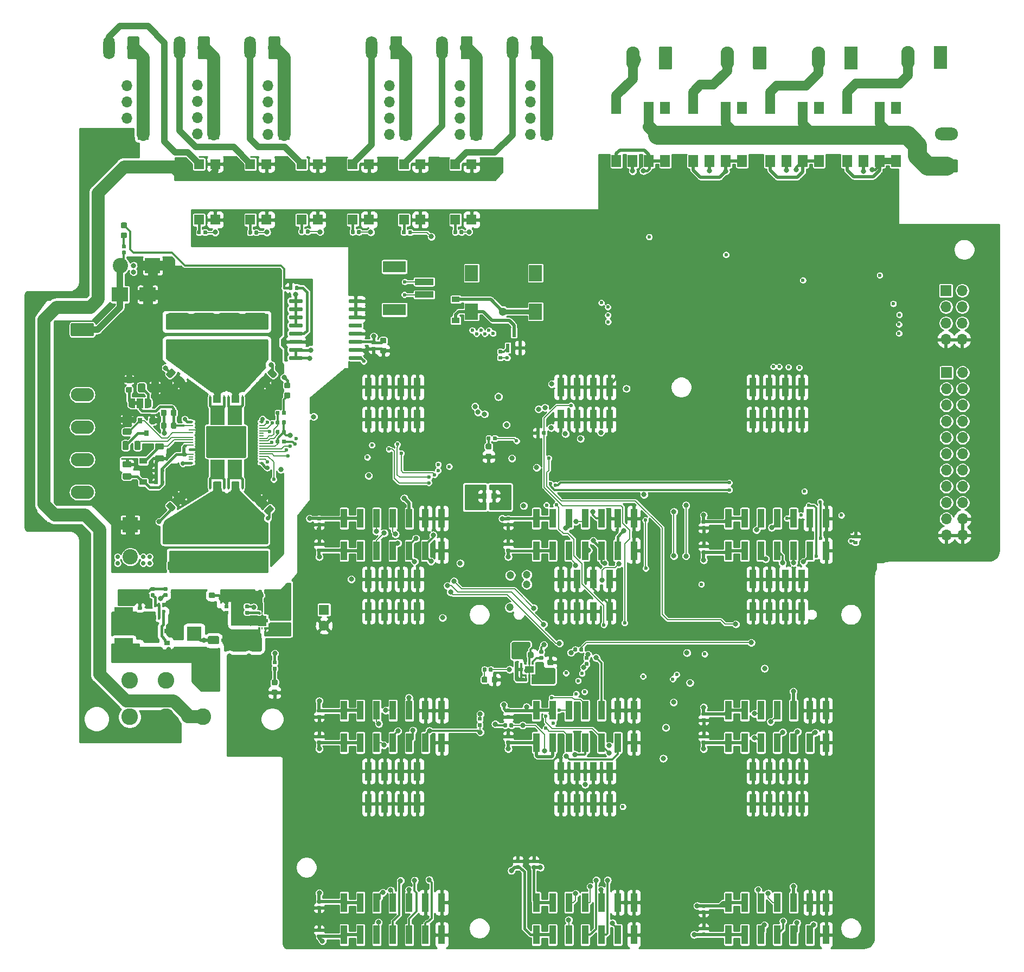
<source format=gbr>
G04 #@! TF.GenerationSoftware,KiCad,Pcbnew,5.1.5-52549c5~86~ubuntu16.04.1*
G04 #@! TF.CreationDate,2020-07-05T11:22:45-05:00*
G04 #@! TF.ProjectId,keep_breathing_ctrl,6b656570-5f62-4726-9561-7468696e675f,rev?*
G04 #@! TF.SameCoordinates,Original*
G04 #@! TF.FileFunction,Copper,L1,Top*
G04 #@! TF.FilePolarity,Positive*
%FSLAX46Y46*%
G04 Gerber Fmt 4.6, Leading zero omitted, Abs format (unit mm)*
G04 Created by KiCad (PCBNEW 5.1.5-52549c5~86~ubuntu16.04.1) date 2020-07-05 11:22:45*
%MOMM*%
%LPD*%
G04 APERTURE LIST*
%ADD10R,1.700000X1.700000*%
%ADD11O,1.700000X1.700000*%
%ADD12C,0.100000*%
%ADD13R,0.250000X0.250000*%
%ADD14R,0.325000X0.400000*%
%ADD15R,0.200000X0.400000*%
%ADD16R,0.800000X0.200000*%
%ADD17R,0.200000X0.800000*%
%ADD18R,1.160000X1.200000*%
%ADD19R,2.300000X3.010000*%
%ADD20R,5.500000X4.680000*%
%ADD21R,0.550800X1.336200*%
%ADD22R,2.000000X2.500000*%
%ADD23C,2.600000*%
%ADD24O,3.600000X2.000000*%
%ADD25O,2.080000X3.600000*%
%ADD26O,1.800000X3.600000*%
%ADD27O,3.600000X2.080000*%
%ADD28R,1.000000X3.000000*%
%ADD29R,2.300000X2.200000*%
%ADD30R,0.350000X0.375000*%
%ADD31R,0.750000X1.100000*%
%ADD32R,0.400000X2.100000*%
%ADD33R,3.000000X1.700000*%
%ADD34R,0.400000X0.650000*%
%ADD35R,0.900000X0.800000*%
%ADD36C,1.600000*%
%ADD37R,1.600000X1.600000*%
%ADD38R,1.500000X1.900000*%
%ADD39R,1.498600X1.905000*%
%ADD40R,1.500000X1.600000*%
%ADD41R,0.800000X0.900000*%
%ADD42R,1.200000X0.900000*%
%ADD43R,1.000000X1.500000*%
%ADD44C,2.400000*%
%ADD45R,2.400000X2.400000*%
%ADD46R,2.500000X2.300000*%
%ADD47R,2.080000X3.600000*%
%ADD48R,2.900000X1.000000*%
%ADD49R,3.600000X1.800000*%
%ADD50C,0.600000*%
%ADD51C,0.800000*%
%ADD52C,0.700000*%
%ADD53C,1.200000*%
%ADD54C,1.300000*%
%ADD55C,0.900000*%
%ADD56C,0.500000*%
%ADD57C,0.200000*%
%ADD58C,0.300000*%
%ADD59C,0.400000*%
%ADD60C,1.200000*%
%ADD61C,0.800000*%
%ADD62C,1.000000*%
%ADD63C,1.500000*%
%ADD64C,2.000000*%
%ADD65C,3.000000*%
%ADD66C,0.250000*%
%ADD67C,0.254000*%
G04 APERTURE END LIST*
D10*
X184320000Y-66420000D03*
D11*
X186860000Y-66420000D03*
X184320000Y-68960000D03*
X186860000Y-68960000D03*
X184320000Y-71500000D03*
X186860000Y-71500000D03*
X184320000Y-74040000D03*
X186860000Y-74040000D03*
G04 #@! TA.AperFunction,SMDPad,CuDef*
D12*
G36*
X121346958Y-122530710D02*
G01*
X121361276Y-122532834D01*
X121375317Y-122536351D01*
X121388946Y-122541228D01*
X121402031Y-122547417D01*
X121414447Y-122554858D01*
X121426073Y-122563481D01*
X121436798Y-122573202D01*
X121446519Y-122583927D01*
X121455142Y-122595553D01*
X121462583Y-122607969D01*
X121468772Y-122621054D01*
X121473649Y-122634683D01*
X121477166Y-122648724D01*
X121479290Y-122663042D01*
X121480000Y-122677500D01*
X121480000Y-122972500D01*
X121479290Y-122986958D01*
X121477166Y-123001276D01*
X121473649Y-123015317D01*
X121468772Y-123028946D01*
X121462583Y-123042031D01*
X121455142Y-123054447D01*
X121446519Y-123066073D01*
X121436798Y-123076798D01*
X121426073Y-123086519D01*
X121414447Y-123095142D01*
X121402031Y-123102583D01*
X121388946Y-123108772D01*
X121375317Y-123113649D01*
X121361276Y-123117166D01*
X121346958Y-123119290D01*
X121332500Y-123120000D01*
X120987500Y-123120000D01*
X120973042Y-123119290D01*
X120958724Y-123117166D01*
X120944683Y-123113649D01*
X120931054Y-123108772D01*
X120917969Y-123102583D01*
X120905553Y-123095142D01*
X120893927Y-123086519D01*
X120883202Y-123076798D01*
X120873481Y-123066073D01*
X120864858Y-123054447D01*
X120857417Y-123042031D01*
X120851228Y-123028946D01*
X120846351Y-123015317D01*
X120842834Y-123001276D01*
X120840710Y-122986958D01*
X120840000Y-122972500D01*
X120840000Y-122677500D01*
X120840710Y-122663042D01*
X120842834Y-122648724D01*
X120846351Y-122634683D01*
X120851228Y-122621054D01*
X120857417Y-122607969D01*
X120864858Y-122595553D01*
X120873481Y-122583927D01*
X120883202Y-122573202D01*
X120893927Y-122563481D01*
X120905553Y-122554858D01*
X120917969Y-122547417D01*
X120931054Y-122541228D01*
X120944683Y-122536351D01*
X120958724Y-122532834D01*
X120973042Y-122530710D01*
X120987500Y-122530000D01*
X121332500Y-122530000D01*
X121346958Y-122530710D01*
G37*
G04 #@! TD.AperFunction*
G04 #@! TA.AperFunction,SMDPad,CuDef*
G36*
X121346958Y-123500710D02*
G01*
X121361276Y-123502834D01*
X121375317Y-123506351D01*
X121388946Y-123511228D01*
X121402031Y-123517417D01*
X121414447Y-123524858D01*
X121426073Y-123533481D01*
X121436798Y-123543202D01*
X121446519Y-123553927D01*
X121455142Y-123565553D01*
X121462583Y-123577969D01*
X121468772Y-123591054D01*
X121473649Y-123604683D01*
X121477166Y-123618724D01*
X121479290Y-123633042D01*
X121480000Y-123647500D01*
X121480000Y-123942500D01*
X121479290Y-123956958D01*
X121477166Y-123971276D01*
X121473649Y-123985317D01*
X121468772Y-123998946D01*
X121462583Y-124012031D01*
X121455142Y-124024447D01*
X121446519Y-124036073D01*
X121436798Y-124046798D01*
X121426073Y-124056519D01*
X121414447Y-124065142D01*
X121402031Y-124072583D01*
X121388946Y-124078772D01*
X121375317Y-124083649D01*
X121361276Y-124087166D01*
X121346958Y-124089290D01*
X121332500Y-124090000D01*
X120987500Y-124090000D01*
X120973042Y-124089290D01*
X120958724Y-124087166D01*
X120944683Y-124083649D01*
X120931054Y-124078772D01*
X120917969Y-124072583D01*
X120905553Y-124065142D01*
X120893927Y-124056519D01*
X120883202Y-124046798D01*
X120873481Y-124036073D01*
X120864858Y-124024447D01*
X120857417Y-124012031D01*
X120851228Y-123998946D01*
X120846351Y-123985317D01*
X120842834Y-123971276D01*
X120840710Y-123956958D01*
X120840000Y-123942500D01*
X120840000Y-123647500D01*
X120840710Y-123633042D01*
X120842834Y-123618724D01*
X120846351Y-123604683D01*
X120851228Y-123591054D01*
X120857417Y-123577969D01*
X120864858Y-123565553D01*
X120873481Y-123553927D01*
X120883202Y-123543202D01*
X120893927Y-123533481D01*
X120905553Y-123524858D01*
X120917969Y-123517417D01*
X120931054Y-123511228D01*
X120944683Y-123506351D01*
X120958724Y-123502834D01*
X120973042Y-123500710D01*
X120987500Y-123500000D01*
X121332500Y-123500000D01*
X121346958Y-123500710D01*
G37*
G04 #@! TD.AperFunction*
G04 #@! TA.AperFunction,SMDPad,CuDef*
G36*
X80250000Y-118400000D02*
G01*
X80250000Y-118625000D01*
X80000000Y-118625000D01*
X80000000Y-119150000D01*
X79400000Y-119150000D01*
X79400000Y-119400000D01*
X79150000Y-119400000D01*
X79150000Y-119150000D01*
X78550000Y-119150000D01*
X78550000Y-118400000D01*
X80250000Y-118400000D01*
G37*
G04 #@! TD.AperFunction*
G04 #@! TA.AperFunction,SMDPad,CuDef*
G36*
X79150000Y-116850000D02*
G01*
X79150000Y-116600000D01*
X79400000Y-116600000D01*
X79400000Y-116850000D01*
X80000000Y-116850000D01*
X80000000Y-117375000D01*
X80250000Y-117375000D01*
X80250000Y-117600000D01*
X78550000Y-117600000D01*
X78550000Y-116850000D01*
X79150000Y-116850000D01*
G37*
G04 #@! TD.AperFunction*
G04 #@! TA.AperFunction,Conductor*
G36*
X77000000Y-118375000D02*
G01*
X77000000Y-117625000D01*
X76750000Y-117625000D01*
X76750000Y-117375000D01*
X77000000Y-117375000D01*
X77000000Y-117200000D01*
X78270000Y-117200000D01*
X78270000Y-117750000D01*
X78480000Y-117750000D01*
X78480000Y-118250000D01*
X78270000Y-118250000D01*
X78270000Y-118800000D01*
X77000000Y-118800000D01*
X77000000Y-118625000D01*
X76750000Y-118625000D01*
X76750000Y-118375000D01*
X77000000Y-118375000D01*
G37*
G04 #@! TD.AperFunction*
D13*
X76875000Y-117500000D03*
D14*
X78062500Y-119200000D03*
D15*
X77600000Y-119200000D03*
D14*
X77137500Y-119200000D03*
X78062500Y-116800000D03*
D15*
X77600000Y-116800000D03*
D14*
X77137500Y-116800000D03*
G04 #@! TA.AperFunction,SMDPad,CuDef*
D12*
G36*
X119747691Y-122846053D02*
G01*
X119768926Y-122849203D01*
X119789750Y-122854419D01*
X119809962Y-122861651D01*
X119829368Y-122870830D01*
X119847781Y-122881866D01*
X119865024Y-122894654D01*
X119880930Y-122909070D01*
X119895346Y-122924976D01*
X119908134Y-122942219D01*
X119919170Y-122960632D01*
X119928349Y-122980038D01*
X119935581Y-123000250D01*
X119940797Y-123021074D01*
X119943947Y-123042309D01*
X119945000Y-123063750D01*
X119945000Y-123576250D01*
X119943947Y-123597691D01*
X119940797Y-123618926D01*
X119935581Y-123639750D01*
X119928349Y-123659962D01*
X119919170Y-123679368D01*
X119908134Y-123697781D01*
X119895346Y-123715024D01*
X119880930Y-123730930D01*
X119865024Y-123745346D01*
X119847781Y-123758134D01*
X119829368Y-123769170D01*
X119809962Y-123778349D01*
X119789750Y-123785581D01*
X119768926Y-123790797D01*
X119747691Y-123793947D01*
X119726250Y-123795000D01*
X119288750Y-123795000D01*
X119267309Y-123793947D01*
X119246074Y-123790797D01*
X119225250Y-123785581D01*
X119205038Y-123778349D01*
X119185632Y-123769170D01*
X119167219Y-123758134D01*
X119149976Y-123745346D01*
X119134070Y-123730930D01*
X119119654Y-123715024D01*
X119106866Y-123697781D01*
X119095830Y-123679368D01*
X119086651Y-123659962D01*
X119079419Y-123639750D01*
X119074203Y-123618926D01*
X119071053Y-123597691D01*
X119070000Y-123576250D01*
X119070000Y-123063750D01*
X119071053Y-123042309D01*
X119074203Y-123021074D01*
X119079419Y-123000250D01*
X119086651Y-122980038D01*
X119095830Y-122960632D01*
X119106866Y-122942219D01*
X119119654Y-122924976D01*
X119134070Y-122909070D01*
X119149976Y-122894654D01*
X119167219Y-122881866D01*
X119185632Y-122870830D01*
X119205038Y-122861651D01*
X119225250Y-122854419D01*
X119246074Y-122849203D01*
X119267309Y-122846053D01*
X119288750Y-122845000D01*
X119726250Y-122845000D01*
X119747691Y-122846053D01*
G37*
G04 #@! TD.AperFunction*
G04 #@! TA.AperFunction,SMDPad,CuDef*
G36*
X118172691Y-122846053D02*
G01*
X118193926Y-122849203D01*
X118214750Y-122854419D01*
X118234962Y-122861651D01*
X118254368Y-122870830D01*
X118272781Y-122881866D01*
X118290024Y-122894654D01*
X118305930Y-122909070D01*
X118320346Y-122924976D01*
X118333134Y-122942219D01*
X118344170Y-122960632D01*
X118353349Y-122980038D01*
X118360581Y-123000250D01*
X118365797Y-123021074D01*
X118368947Y-123042309D01*
X118370000Y-123063750D01*
X118370000Y-123576250D01*
X118368947Y-123597691D01*
X118365797Y-123618926D01*
X118360581Y-123639750D01*
X118353349Y-123659962D01*
X118344170Y-123679368D01*
X118333134Y-123697781D01*
X118320346Y-123715024D01*
X118305930Y-123730930D01*
X118290024Y-123745346D01*
X118272781Y-123758134D01*
X118254368Y-123769170D01*
X118234962Y-123778349D01*
X118214750Y-123785581D01*
X118193926Y-123790797D01*
X118172691Y-123793947D01*
X118151250Y-123795000D01*
X117713750Y-123795000D01*
X117692309Y-123793947D01*
X117671074Y-123790797D01*
X117650250Y-123785581D01*
X117630038Y-123778349D01*
X117610632Y-123769170D01*
X117592219Y-123758134D01*
X117574976Y-123745346D01*
X117559070Y-123730930D01*
X117544654Y-123715024D01*
X117531866Y-123697781D01*
X117520830Y-123679368D01*
X117511651Y-123659962D01*
X117504419Y-123639750D01*
X117499203Y-123618926D01*
X117496053Y-123597691D01*
X117495000Y-123576250D01*
X117495000Y-123063750D01*
X117496053Y-123042309D01*
X117499203Y-123021074D01*
X117504419Y-123000250D01*
X117511651Y-122980038D01*
X117520830Y-122960632D01*
X117531866Y-122942219D01*
X117544654Y-122924976D01*
X117559070Y-122909070D01*
X117574976Y-122894654D01*
X117592219Y-122881866D01*
X117610632Y-122870830D01*
X117630038Y-122861651D01*
X117650250Y-122854419D01*
X117671074Y-122849203D01*
X117692309Y-122846053D01*
X117713750Y-122845000D01*
X118151250Y-122845000D01*
X118172691Y-122846053D01*
G37*
G04 #@! TD.AperFunction*
G04 #@! TA.AperFunction,SMDPad,CuDef*
G36*
X76836958Y-57020710D02*
G01*
X76851276Y-57022834D01*
X76865317Y-57026351D01*
X76878946Y-57031228D01*
X76892031Y-57037417D01*
X76904447Y-57044858D01*
X76916073Y-57053481D01*
X76926798Y-57063202D01*
X76936519Y-57073927D01*
X76945142Y-57085553D01*
X76952583Y-57097969D01*
X76958772Y-57111054D01*
X76963649Y-57124683D01*
X76967166Y-57138724D01*
X76969290Y-57153042D01*
X76970000Y-57167500D01*
X76970000Y-57512500D01*
X76969290Y-57526958D01*
X76967166Y-57541276D01*
X76963649Y-57555317D01*
X76958772Y-57568946D01*
X76952583Y-57582031D01*
X76945142Y-57594447D01*
X76936519Y-57606073D01*
X76926798Y-57616798D01*
X76916073Y-57626519D01*
X76904447Y-57635142D01*
X76892031Y-57642583D01*
X76878946Y-57648772D01*
X76865317Y-57653649D01*
X76851276Y-57657166D01*
X76836958Y-57659290D01*
X76822500Y-57660000D01*
X76527500Y-57660000D01*
X76513042Y-57659290D01*
X76498724Y-57657166D01*
X76484683Y-57653649D01*
X76471054Y-57648772D01*
X76457969Y-57642583D01*
X76445553Y-57635142D01*
X76433927Y-57626519D01*
X76423202Y-57616798D01*
X76413481Y-57606073D01*
X76404858Y-57594447D01*
X76397417Y-57582031D01*
X76391228Y-57568946D01*
X76386351Y-57555317D01*
X76382834Y-57541276D01*
X76380710Y-57526958D01*
X76380000Y-57512500D01*
X76380000Y-57167500D01*
X76380710Y-57153042D01*
X76382834Y-57138724D01*
X76386351Y-57124683D01*
X76391228Y-57111054D01*
X76397417Y-57097969D01*
X76404858Y-57085553D01*
X76413481Y-57073927D01*
X76423202Y-57063202D01*
X76433927Y-57053481D01*
X76445553Y-57044858D01*
X76457969Y-57037417D01*
X76471054Y-57031228D01*
X76484683Y-57026351D01*
X76498724Y-57022834D01*
X76513042Y-57020710D01*
X76527500Y-57020000D01*
X76822500Y-57020000D01*
X76836958Y-57020710D01*
G37*
G04 #@! TD.AperFunction*
G04 #@! TA.AperFunction,SMDPad,CuDef*
G36*
X75866958Y-57020710D02*
G01*
X75881276Y-57022834D01*
X75895317Y-57026351D01*
X75908946Y-57031228D01*
X75922031Y-57037417D01*
X75934447Y-57044858D01*
X75946073Y-57053481D01*
X75956798Y-57063202D01*
X75966519Y-57073927D01*
X75975142Y-57085553D01*
X75982583Y-57097969D01*
X75988772Y-57111054D01*
X75993649Y-57124683D01*
X75997166Y-57138724D01*
X75999290Y-57153042D01*
X76000000Y-57167500D01*
X76000000Y-57512500D01*
X75999290Y-57526958D01*
X75997166Y-57541276D01*
X75993649Y-57555317D01*
X75988772Y-57568946D01*
X75982583Y-57582031D01*
X75975142Y-57594447D01*
X75966519Y-57606073D01*
X75956798Y-57616798D01*
X75946073Y-57626519D01*
X75934447Y-57635142D01*
X75922031Y-57642583D01*
X75908946Y-57648772D01*
X75895317Y-57653649D01*
X75881276Y-57657166D01*
X75866958Y-57659290D01*
X75852500Y-57660000D01*
X75557500Y-57660000D01*
X75543042Y-57659290D01*
X75528724Y-57657166D01*
X75514683Y-57653649D01*
X75501054Y-57648772D01*
X75487969Y-57642583D01*
X75475553Y-57635142D01*
X75463927Y-57626519D01*
X75453202Y-57616798D01*
X75443481Y-57606073D01*
X75434858Y-57594447D01*
X75427417Y-57582031D01*
X75421228Y-57568946D01*
X75416351Y-57555317D01*
X75412834Y-57541276D01*
X75410710Y-57526958D01*
X75410000Y-57512500D01*
X75410000Y-57167500D01*
X75410710Y-57153042D01*
X75412834Y-57138724D01*
X75416351Y-57124683D01*
X75421228Y-57111054D01*
X75427417Y-57097969D01*
X75434858Y-57085553D01*
X75443481Y-57073927D01*
X75453202Y-57063202D01*
X75463927Y-57053481D01*
X75475553Y-57044858D01*
X75487969Y-57037417D01*
X75501054Y-57031228D01*
X75514683Y-57026351D01*
X75528724Y-57022834D01*
X75543042Y-57020710D01*
X75557500Y-57020000D01*
X75852500Y-57020000D01*
X75866958Y-57020710D01*
G37*
G04 #@! TD.AperFunction*
G04 #@! TA.AperFunction,SMDPad,CuDef*
G36*
X68866958Y-57010710D02*
G01*
X68881276Y-57012834D01*
X68895317Y-57016351D01*
X68908946Y-57021228D01*
X68922031Y-57027417D01*
X68934447Y-57034858D01*
X68946073Y-57043481D01*
X68956798Y-57053202D01*
X68966519Y-57063927D01*
X68975142Y-57075553D01*
X68982583Y-57087969D01*
X68988772Y-57101054D01*
X68993649Y-57114683D01*
X68997166Y-57128724D01*
X68999290Y-57143042D01*
X69000000Y-57157500D01*
X69000000Y-57502500D01*
X68999290Y-57516958D01*
X68997166Y-57531276D01*
X68993649Y-57545317D01*
X68988772Y-57558946D01*
X68982583Y-57572031D01*
X68975142Y-57584447D01*
X68966519Y-57596073D01*
X68956798Y-57606798D01*
X68946073Y-57616519D01*
X68934447Y-57625142D01*
X68922031Y-57632583D01*
X68908946Y-57638772D01*
X68895317Y-57643649D01*
X68881276Y-57647166D01*
X68866958Y-57649290D01*
X68852500Y-57650000D01*
X68557500Y-57650000D01*
X68543042Y-57649290D01*
X68528724Y-57647166D01*
X68514683Y-57643649D01*
X68501054Y-57638772D01*
X68487969Y-57632583D01*
X68475553Y-57625142D01*
X68463927Y-57616519D01*
X68453202Y-57606798D01*
X68443481Y-57596073D01*
X68434858Y-57584447D01*
X68427417Y-57572031D01*
X68421228Y-57558946D01*
X68416351Y-57545317D01*
X68412834Y-57531276D01*
X68410710Y-57516958D01*
X68410000Y-57502500D01*
X68410000Y-57157500D01*
X68410710Y-57143042D01*
X68412834Y-57128724D01*
X68416351Y-57114683D01*
X68421228Y-57101054D01*
X68427417Y-57087969D01*
X68434858Y-57075553D01*
X68443481Y-57063927D01*
X68453202Y-57053202D01*
X68463927Y-57043481D01*
X68475553Y-57034858D01*
X68487969Y-57027417D01*
X68501054Y-57021228D01*
X68514683Y-57016351D01*
X68528724Y-57012834D01*
X68543042Y-57010710D01*
X68557500Y-57010000D01*
X68852500Y-57010000D01*
X68866958Y-57010710D01*
G37*
G04 #@! TD.AperFunction*
G04 #@! TA.AperFunction,SMDPad,CuDef*
G36*
X67896958Y-57010710D02*
G01*
X67911276Y-57012834D01*
X67925317Y-57016351D01*
X67938946Y-57021228D01*
X67952031Y-57027417D01*
X67964447Y-57034858D01*
X67976073Y-57043481D01*
X67986798Y-57053202D01*
X67996519Y-57063927D01*
X68005142Y-57075553D01*
X68012583Y-57087969D01*
X68018772Y-57101054D01*
X68023649Y-57114683D01*
X68027166Y-57128724D01*
X68029290Y-57143042D01*
X68030000Y-57157500D01*
X68030000Y-57502500D01*
X68029290Y-57516958D01*
X68027166Y-57531276D01*
X68023649Y-57545317D01*
X68018772Y-57558946D01*
X68012583Y-57572031D01*
X68005142Y-57584447D01*
X67996519Y-57596073D01*
X67986798Y-57606798D01*
X67976073Y-57616519D01*
X67964447Y-57625142D01*
X67952031Y-57632583D01*
X67938946Y-57638772D01*
X67925317Y-57643649D01*
X67911276Y-57647166D01*
X67896958Y-57649290D01*
X67882500Y-57650000D01*
X67587500Y-57650000D01*
X67573042Y-57649290D01*
X67558724Y-57647166D01*
X67544683Y-57643649D01*
X67531054Y-57638772D01*
X67517969Y-57632583D01*
X67505553Y-57625142D01*
X67493927Y-57616519D01*
X67483202Y-57606798D01*
X67473481Y-57596073D01*
X67464858Y-57584447D01*
X67457417Y-57572031D01*
X67451228Y-57558946D01*
X67446351Y-57545317D01*
X67442834Y-57531276D01*
X67440710Y-57516958D01*
X67440000Y-57502500D01*
X67440000Y-57157500D01*
X67440710Y-57143042D01*
X67442834Y-57128724D01*
X67446351Y-57114683D01*
X67451228Y-57101054D01*
X67457417Y-57087969D01*
X67464858Y-57075553D01*
X67473481Y-57063927D01*
X67483202Y-57053202D01*
X67493927Y-57043481D01*
X67505553Y-57034858D01*
X67517969Y-57027417D01*
X67531054Y-57021228D01*
X67544683Y-57016351D01*
X67558724Y-57012834D01*
X67573042Y-57010710D01*
X67587500Y-57010000D01*
X67882500Y-57010000D01*
X67896958Y-57010710D01*
G37*
G04 #@! TD.AperFunction*
G04 #@! TA.AperFunction,SMDPad,CuDef*
G36*
X84856958Y-56880710D02*
G01*
X84871276Y-56882834D01*
X84885317Y-56886351D01*
X84898946Y-56891228D01*
X84912031Y-56897417D01*
X84924447Y-56904858D01*
X84936073Y-56913481D01*
X84946798Y-56923202D01*
X84956519Y-56933927D01*
X84965142Y-56945553D01*
X84972583Y-56957969D01*
X84978772Y-56971054D01*
X84983649Y-56984683D01*
X84987166Y-56998724D01*
X84989290Y-57013042D01*
X84990000Y-57027500D01*
X84990000Y-57372500D01*
X84989290Y-57386958D01*
X84987166Y-57401276D01*
X84983649Y-57415317D01*
X84978772Y-57428946D01*
X84972583Y-57442031D01*
X84965142Y-57454447D01*
X84956519Y-57466073D01*
X84946798Y-57476798D01*
X84936073Y-57486519D01*
X84924447Y-57495142D01*
X84912031Y-57502583D01*
X84898946Y-57508772D01*
X84885317Y-57513649D01*
X84871276Y-57517166D01*
X84856958Y-57519290D01*
X84842500Y-57520000D01*
X84547500Y-57520000D01*
X84533042Y-57519290D01*
X84518724Y-57517166D01*
X84504683Y-57513649D01*
X84491054Y-57508772D01*
X84477969Y-57502583D01*
X84465553Y-57495142D01*
X84453927Y-57486519D01*
X84443202Y-57476798D01*
X84433481Y-57466073D01*
X84424858Y-57454447D01*
X84417417Y-57442031D01*
X84411228Y-57428946D01*
X84406351Y-57415317D01*
X84402834Y-57401276D01*
X84400710Y-57386958D01*
X84400000Y-57372500D01*
X84400000Y-57027500D01*
X84400710Y-57013042D01*
X84402834Y-56998724D01*
X84406351Y-56984683D01*
X84411228Y-56971054D01*
X84417417Y-56957969D01*
X84424858Y-56945553D01*
X84433481Y-56933927D01*
X84443202Y-56923202D01*
X84453927Y-56913481D01*
X84465553Y-56904858D01*
X84477969Y-56897417D01*
X84491054Y-56891228D01*
X84504683Y-56886351D01*
X84518724Y-56882834D01*
X84533042Y-56880710D01*
X84547500Y-56880000D01*
X84842500Y-56880000D01*
X84856958Y-56880710D01*
G37*
G04 #@! TD.AperFunction*
G04 #@! TA.AperFunction,SMDPad,CuDef*
G36*
X83886958Y-56880710D02*
G01*
X83901276Y-56882834D01*
X83915317Y-56886351D01*
X83928946Y-56891228D01*
X83942031Y-56897417D01*
X83954447Y-56904858D01*
X83966073Y-56913481D01*
X83976798Y-56923202D01*
X83986519Y-56933927D01*
X83995142Y-56945553D01*
X84002583Y-56957969D01*
X84008772Y-56971054D01*
X84013649Y-56984683D01*
X84017166Y-56998724D01*
X84019290Y-57013042D01*
X84020000Y-57027500D01*
X84020000Y-57372500D01*
X84019290Y-57386958D01*
X84017166Y-57401276D01*
X84013649Y-57415317D01*
X84008772Y-57428946D01*
X84002583Y-57442031D01*
X83995142Y-57454447D01*
X83986519Y-57466073D01*
X83976798Y-57476798D01*
X83966073Y-57486519D01*
X83954447Y-57495142D01*
X83942031Y-57502583D01*
X83928946Y-57508772D01*
X83915317Y-57513649D01*
X83901276Y-57517166D01*
X83886958Y-57519290D01*
X83872500Y-57520000D01*
X83577500Y-57520000D01*
X83563042Y-57519290D01*
X83548724Y-57517166D01*
X83534683Y-57513649D01*
X83521054Y-57508772D01*
X83507969Y-57502583D01*
X83495553Y-57495142D01*
X83483927Y-57486519D01*
X83473202Y-57476798D01*
X83463481Y-57466073D01*
X83454858Y-57454447D01*
X83447417Y-57442031D01*
X83441228Y-57428946D01*
X83436351Y-57415317D01*
X83432834Y-57401276D01*
X83430710Y-57386958D01*
X83430000Y-57372500D01*
X83430000Y-57027500D01*
X83430710Y-57013042D01*
X83432834Y-56998724D01*
X83436351Y-56984683D01*
X83441228Y-56971054D01*
X83447417Y-56957969D01*
X83454858Y-56945553D01*
X83463481Y-56933927D01*
X83473202Y-56923202D01*
X83483927Y-56913481D01*
X83495553Y-56904858D01*
X83507969Y-56897417D01*
X83521054Y-56891228D01*
X83534683Y-56886351D01*
X83548724Y-56882834D01*
X83563042Y-56880710D01*
X83577500Y-56880000D01*
X83872500Y-56880000D01*
X83886958Y-56880710D01*
G37*
G04 #@! TD.AperFunction*
G04 #@! TA.AperFunction,SMDPad,CuDef*
G36*
X100836958Y-57000710D02*
G01*
X100851276Y-57002834D01*
X100865317Y-57006351D01*
X100878946Y-57011228D01*
X100892031Y-57017417D01*
X100904447Y-57024858D01*
X100916073Y-57033481D01*
X100926798Y-57043202D01*
X100936519Y-57053927D01*
X100945142Y-57065553D01*
X100952583Y-57077969D01*
X100958772Y-57091054D01*
X100963649Y-57104683D01*
X100967166Y-57118724D01*
X100969290Y-57133042D01*
X100970000Y-57147500D01*
X100970000Y-57492500D01*
X100969290Y-57506958D01*
X100967166Y-57521276D01*
X100963649Y-57535317D01*
X100958772Y-57548946D01*
X100952583Y-57562031D01*
X100945142Y-57574447D01*
X100936519Y-57586073D01*
X100926798Y-57596798D01*
X100916073Y-57606519D01*
X100904447Y-57615142D01*
X100892031Y-57622583D01*
X100878946Y-57628772D01*
X100865317Y-57633649D01*
X100851276Y-57637166D01*
X100836958Y-57639290D01*
X100822500Y-57640000D01*
X100527500Y-57640000D01*
X100513042Y-57639290D01*
X100498724Y-57637166D01*
X100484683Y-57633649D01*
X100471054Y-57628772D01*
X100457969Y-57622583D01*
X100445553Y-57615142D01*
X100433927Y-57606519D01*
X100423202Y-57596798D01*
X100413481Y-57586073D01*
X100404858Y-57574447D01*
X100397417Y-57562031D01*
X100391228Y-57548946D01*
X100386351Y-57535317D01*
X100382834Y-57521276D01*
X100380710Y-57506958D01*
X100380000Y-57492500D01*
X100380000Y-57147500D01*
X100380710Y-57133042D01*
X100382834Y-57118724D01*
X100386351Y-57104683D01*
X100391228Y-57091054D01*
X100397417Y-57077969D01*
X100404858Y-57065553D01*
X100413481Y-57053927D01*
X100423202Y-57043202D01*
X100433927Y-57033481D01*
X100445553Y-57024858D01*
X100457969Y-57017417D01*
X100471054Y-57011228D01*
X100484683Y-57006351D01*
X100498724Y-57002834D01*
X100513042Y-57000710D01*
X100527500Y-57000000D01*
X100822500Y-57000000D01*
X100836958Y-57000710D01*
G37*
G04 #@! TD.AperFunction*
G04 #@! TA.AperFunction,SMDPad,CuDef*
G36*
X99866958Y-57000710D02*
G01*
X99881276Y-57002834D01*
X99895317Y-57006351D01*
X99908946Y-57011228D01*
X99922031Y-57017417D01*
X99934447Y-57024858D01*
X99946073Y-57033481D01*
X99956798Y-57043202D01*
X99966519Y-57053927D01*
X99975142Y-57065553D01*
X99982583Y-57077969D01*
X99988772Y-57091054D01*
X99993649Y-57104683D01*
X99997166Y-57118724D01*
X99999290Y-57133042D01*
X100000000Y-57147500D01*
X100000000Y-57492500D01*
X99999290Y-57506958D01*
X99997166Y-57521276D01*
X99993649Y-57535317D01*
X99988772Y-57548946D01*
X99982583Y-57562031D01*
X99975142Y-57574447D01*
X99966519Y-57586073D01*
X99956798Y-57596798D01*
X99946073Y-57606519D01*
X99934447Y-57615142D01*
X99922031Y-57622583D01*
X99908946Y-57628772D01*
X99895317Y-57633649D01*
X99881276Y-57637166D01*
X99866958Y-57639290D01*
X99852500Y-57640000D01*
X99557500Y-57640000D01*
X99543042Y-57639290D01*
X99528724Y-57637166D01*
X99514683Y-57633649D01*
X99501054Y-57628772D01*
X99487969Y-57622583D01*
X99475553Y-57615142D01*
X99463927Y-57606519D01*
X99453202Y-57596798D01*
X99443481Y-57586073D01*
X99434858Y-57574447D01*
X99427417Y-57562031D01*
X99421228Y-57548946D01*
X99416351Y-57535317D01*
X99412834Y-57521276D01*
X99410710Y-57506958D01*
X99410000Y-57492500D01*
X99410000Y-57147500D01*
X99410710Y-57133042D01*
X99412834Y-57118724D01*
X99416351Y-57104683D01*
X99421228Y-57091054D01*
X99427417Y-57077969D01*
X99434858Y-57065553D01*
X99443481Y-57053927D01*
X99453202Y-57043202D01*
X99463927Y-57033481D01*
X99475553Y-57024858D01*
X99487969Y-57017417D01*
X99501054Y-57011228D01*
X99514683Y-57006351D01*
X99528724Y-57002834D01*
X99543042Y-57000710D01*
X99557500Y-57000000D01*
X99852500Y-57000000D01*
X99866958Y-57000710D01*
G37*
G04 #@! TD.AperFunction*
G04 #@! TA.AperFunction,SMDPad,CuDef*
G36*
X108856958Y-56960710D02*
G01*
X108871276Y-56962834D01*
X108885317Y-56966351D01*
X108898946Y-56971228D01*
X108912031Y-56977417D01*
X108924447Y-56984858D01*
X108936073Y-56993481D01*
X108946798Y-57003202D01*
X108956519Y-57013927D01*
X108965142Y-57025553D01*
X108972583Y-57037969D01*
X108978772Y-57051054D01*
X108983649Y-57064683D01*
X108987166Y-57078724D01*
X108989290Y-57093042D01*
X108990000Y-57107500D01*
X108990000Y-57452500D01*
X108989290Y-57466958D01*
X108987166Y-57481276D01*
X108983649Y-57495317D01*
X108978772Y-57508946D01*
X108972583Y-57522031D01*
X108965142Y-57534447D01*
X108956519Y-57546073D01*
X108946798Y-57556798D01*
X108936073Y-57566519D01*
X108924447Y-57575142D01*
X108912031Y-57582583D01*
X108898946Y-57588772D01*
X108885317Y-57593649D01*
X108871276Y-57597166D01*
X108856958Y-57599290D01*
X108842500Y-57600000D01*
X108547500Y-57600000D01*
X108533042Y-57599290D01*
X108518724Y-57597166D01*
X108504683Y-57593649D01*
X108491054Y-57588772D01*
X108477969Y-57582583D01*
X108465553Y-57575142D01*
X108453927Y-57566519D01*
X108443202Y-57556798D01*
X108433481Y-57546073D01*
X108424858Y-57534447D01*
X108417417Y-57522031D01*
X108411228Y-57508946D01*
X108406351Y-57495317D01*
X108402834Y-57481276D01*
X108400710Y-57466958D01*
X108400000Y-57452500D01*
X108400000Y-57107500D01*
X108400710Y-57093042D01*
X108402834Y-57078724D01*
X108406351Y-57064683D01*
X108411228Y-57051054D01*
X108417417Y-57037969D01*
X108424858Y-57025553D01*
X108433481Y-57013927D01*
X108443202Y-57003202D01*
X108453927Y-56993481D01*
X108465553Y-56984858D01*
X108477969Y-56977417D01*
X108491054Y-56971228D01*
X108504683Y-56966351D01*
X108518724Y-56962834D01*
X108533042Y-56960710D01*
X108547500Y-56960000D01*
X108842500Y-56960000D01*
X108856958Y-56960710D01*
G37*
G04 #@! TD.AperFunction*
G04 #@! TA.AperFunction,SMDPad,CuDef*
G36*
X107886958Y-56960710D02*
G01*
X107901276Y-56962834D01*
X107915317Y-56966351D01*
X107928946Y-56971228D01*
X107942031Y-56977417D01*
X107954447Y-56984858D01*
X107966073Y-56993481D01*
X107976798Y-57003202D01*
X107986519Y-57013927D01*
X107995142Y-57025553D01*
X108002583Y-57037969D01*
X108008772Y-57051054D01*
X108013649Y-57064683D01*
X108017166Y-57078724D01*
X108019290Y-57093042D01*
X108020000Y-57107500D01*
X108020000Y-57452500D01*
X108019290Y-57466958D01*
X108017166Y-57481276D01*
X108013649Y-57495317D01*
X108008772Y-57508946D01*
X108002583Y-57522031D01*
X107995142Y-57534447D01*
X107986519Y-57546073D01*
X107976798Y-57556798D01*
X107966073Y-57566519D01*
X107954447Y-57575142D01*
X107942031Y-57582583D01*
X107928946Y-57588772D01*
X107915317Y-57593649D01*
X107901276Y-57597166D01*
X107886958Y-57599290D01*
X107872500Y-57600000D01*
X107577500Y-57600000D01*
X107563042Y-57599290D01*
X107548724Y-57597166D01*
X107534683Y-57593649D01*
X107521054Y-57588772D01*
X107507969Y-57582583D01*
X107495553Y-57575142D01*
X107483927Y-57566519D01*
X107473202Y-57556798D01*
X107463481Y-57546073D01*
X107454858Y-57534447D01*
X107447417Y-57522031D01*
X107441228Y-57508946D01*
X107436351Y-57495317D01*
X107432834Y-57481276D01*
X107430710Y-57466958D01*
X107430000Y-57452500D01*
X107430000Y-57107500D01*
X107430710Y-57093042D01*
X107432834Y-57078724D01*
X107436351Y-57064683D01*
X107441228Y-57051054D01*
X107447417Y-57037969D01*
X107454858Y-57025553D01*
X107463481Y-57013927D01*
X107473202Y-57003202D01*
X107483927Y-56993481D01*
X107495553Y-56984858D01*
X107507969Y-56977417D01*
X107521054Y-56971228D01*
X107534683Y-56966351D01*
X107548724Y-56962834D01*
X107563042Y-56960710D01*
X107577500Y-56960000D01*
X107872500Y-56960000D01*
X107886958Y-56960710D01*
G37*
G04 #@! TD.AperFunction*
G04 #@! TA.AperFunction,SMDPad,CuDef*
G36*
X92856958Y-56940710D02*
G01*
X92871276Y-56942834D01*
X92885317Y-56946351D01*
X92898946Y-56951228D01*
X92912031Y-56957417D01*
X92924447Y-56964858D01*
X92936073Y-56973481D01*
X92946798Y-56983202D01*
X92956519Y-56993927D01*
X92965142Y-57005553D01*
X92972583Y-57017969D01*
X92978772Y-57031054D01*
X92983649Y-57044683D01*
X92987166Y-57058724D01*
X92989290Y-57073042D01*
X92990000Y-57087500D01*
X92990000Y-57432500D01*
X92989290Y-57446958D01*
X92987166Y-57461276D01*
X92983649Y-57475317D01*
X92978772Y-57488946D01*
X92972583Y-57502031D01*
X92965142Y-57514447D01*
X92956519Y-57526073D01*
X92946798Y-57536798D01*
X92936073Y-57546519D01*
X92924447Y-57555142D01*
X92912031Y-57562583D01*
X92898946Y-57568772D01*
X92885317Y-57573649D01*
X92871276Y-57577166D01*
X92856958Y-57579290D01*
X92842500Y-57580000D01*
X92547500Y-57580000D01*
X92533042Y-57579290D01*
X92518724Y-57577166D01*
X92504683Y-57573649D01*
X92491054Y-57568772D01*
X92477969Y-57562583D01*
X92465553Y-57555142D01*
X92453927Y-57546519D01*
X92443202Y-57536798D01*
X92433481Y-57526073D01*
X92424858Y-57514447D01*
X92417417Y-57502031D01*
X92411228Y-57488946D01*
X92406351Y-57475317D01*
X92402834Y-57461276D01*
X92400710Y-57446958D01*
X92400000Y-57432500D01*
X92400000Y-57087500D01*
X92400710Y-57073042D01*
X92402834Y-57058724D01*
X92406351Y-57044683D01*
X92411228Y-57031054D01*
X92417417Y-57017969D01*
X92424858Y-57005553D01*
X92433481Y-56993927D01*
X92443202Y-56983202D01*
X92453927Y-56973481D01*
X92465553Y-56964858D01*
X92477969Y-56957417D01*
X92491054Y-56951228D01*
X92504683Y-56946351D01*
X92518724Y-56942834D01*
X92533042Y-56940710D01*
X92547500Y-56940000D01*
X92842500Y-56940000D01*
X92856958Y-56940710D01*
G37*
G04 #@! TD.AperFunction*
G04 #@! TA.AperFunction,SMDPad,CuDef*
G36*
X91886958Y-56940710D02*
G01*
X91901276Y-56942834D01*
X91915317Y-56946351D01*
X91928946Y-56951228D01*
X91942031Y-56957417D01*
X91954447Y-56964858D01*
X91966073Y-56973481D01*
X91976798Y-56983202D01*
X91986519Y-56993927D01*
X91995142Y-57005553D01*
X92002583Y-57017969D01*
X92008772Y-57031054D01*
X92013649Y-57044683D01*
X92017166Y-57058724D01*
X92019290Y-57073042D01*
X92020000Y-57087500D01*
X92020000Y-57432500D01*
X92019290Y-57446958D01*
X92017166Y-57461276D01*
X92013649Y-57475317D01*
X92008772Y-57488946D01*
X92002583Y-57502031D01*
X91995142Y-57514447D01*
X91986519Y-57526073D01*
X91976798Y-57536798D01*
X91966073Y-57546519D01*
X91954447Y-57555142D01*
X91942031Y-57562583D01*
X91928946Y-57568772D01*
X91915317Y-57573649D01*
X91901276Y-57577166D01*
X91886958Y-57579290D01*
X91872500Y-57580000D01*
X91577500Y-57580000D01*
X91563042Y-57579290D01*
X91548724Y-57577166D01*
X91534683Y-57573649D01*
X91521054Y-57568772D01*
X91507969Y-57562583D01*
X91495553Y-57555142D01*
X91483927Y-57546519D01*
X91473202Y-57536798D01*
X91463481Y-57526073D01*
X91454858Y-57514447D01*
X91447417Y-57502031D01*
X91441228Y-57488946D01*
X91436351Y-57475317D01*
X91432834Y-57461276D01*
X91430710Y-57446958D01*
X91430000Y-57432500D01*
X91430000Y-57087500D01*
X91430710Y-57073042D01*
X91432834Y-57058724D01*
X91436351Y-57044683D01*
X91441228Y-57031054D01*
X91447417Y-57017969D01*
X91454858Y-57005553D01*
X91463481Y-56993927D01*
X91473202Y-56983202D01*
X91483927Y-56973481D01*
X91495553Y-56964858D01*
X91507969Y-56957417D01*
X91521054Y-56951228D01*
X91534683Y-56946351D01*
X91548724Y-56942834D01*
X91563042Y-56940710D01*
X91577500Y-56940000D01*
X91872500Y-56940000D01*
X91886958Y-56940710D01*
G37*
G04 #@! TD.AperFunction*
G04 #@! TA.AperFunction,SMDPad,CuDef*
G36*
X75556000Y-96799000D02*
G01*
X74996000Y-96799000D01*
X74996000Y-93949000D01*
X77136000Y-93949000D01*
X77136000Y-94349000D01*
X77866000Y-94349000D01*
X77866000Y-96519000D01*
X77136000Y-96519000D01*
X77136000Y-96799000D01*
X76996000Y-96799000D01*
X76996000Y-97519000D01*
X75556000Y-97519000D01*
X75556000Y-96799000D01*
G37*
G04 #@! TD.AperFunction*
G04 #@! TA.AperFunction,SMDPad,CuDef*
G36*
X66956000Y-96799000D02*
G01*
X66816000Y-96799000D01*
X66816000Y-96519000D01*
X66086000Y-96519000D01*
X66086000Y-94349000D01*
X66816000Y-94349000D01*
X66816000Y-93949000D01*
X68956000Y-93949000D01*
X68956000Y-96799000D01*
X68396000Y-96799000D01*
X68396000Y-97519000D01*
X66956000Y-97519000D01*
X66956000Y-96799000D01*
G37*
G04 #@! TD.AperFunction*
G04 #@! TA.AperFunction,SMDPad,CuDef*
G36*
X66816000Y-85889000D02*
G01*
X66086000Y-85889000D01*
X66086000Y-83719000D01*
X66816000Y-83719000D01*
X66816000Y-83439000D01*
X66956000Y-83439000D01*
X66956000Y-82719000D01*
X68396000Y-82719000D01*
X68396000Y-83439000D01*
X68956000Y-83439000D01*
X68956000Y-86289000D01*
X66816000Y-86289000D01*
X66816000Y-85889000D01*
G37*
G04 #@! TD.AperFunction*
G04 #@! TA.AperFunction,SMDPad,CuDef*
G36*
X74996000Y-83439000D02*
G01*
X75556000Y-83439000D01*
X75556000Y-82719000D01*
X76996000Y-82719000D01*
X76996000Y-83439000D01*
X77136000Y-83439000D01*
X77136000Y-83719000D01*
X77866000Y-83719000D01*
X77866000Y-85889000D01*
X77136000Y-85889000D01*
X77136000Y-86289000D01*
X74996000Y-86289000D01*
X74996000Y-83439000D01*
G37*
G04 #@! TD.AperFunction*
D16*
X66476000Y-93369000D03*
X66476000Y-92769000D03*
X66476000Y-92369000D03*
X66476000Y-91969000D03*
X66476000Y-91239000D03*
X66476000Y-90519000D03*
X66476000Y-86869000D03*
X66476000Y-87469000D03*
X66476000Y-88199000D03*
X66476000Y-88599000D03*
X66476000Y-89319000D03*
X66476000Y-90119000D03*
X66476000Y-89719000D03*
X77476000Y-93369000D03*
X77476000Y-92769000D03*
X77476000Y-92329000D03*
X77476000Y-91929000D03*
X77476000Y-91529000D03*
X77476000Y-91129000D03*
X77476000Y-90729000D03*
X77476000Y-90329000D03*
X77476000Y-86869000D03*
X77476000Y-87469000D03*
X77476000Y-87909000D03*
X77476000Y-88309000D03*
X77476000Y-88709000D03*
X77476000Y-89109000D03*
X77476000Y-89509000D03*
X77476000Y-89909000D03*
D17*
X74486000Y-97119000D03*
X69466000Y-97119000D03*
X71666000Y-97119000D03*
X72286000Y-97119000D03*
X74486000Y-83119000D03*
X69466000Y-83119000D03*
X71666000Y-83119000D03*
X72286000Y-83119000D03*
D18*
X70566000Y-83319000D03*
X73386000Y-83319000D03*
X70566000Y-96919000D03*
X73386000Y-96919000D03*
D19*
X70606000Y-85854000D03*
X73346000Y-85854000D03*
X70606000Y-94384000D03*
X73346000Y-94384000D03*
D20*
X71896000Y-90119000D03*
D16*
X77426000Y-85569000D03*
X77426000Y-85269000D03*
X77426000Y-84969000D03*
X77426000Y-84669000D03*
X77426000Y-84069000D03*
X77426000Y-84369000D03*
D17*
X76076000Y-83119000D03*
X76376000Y-83119000D03*
X75776000Y-83119000D03*
X76676000Y-83119000D03*
X68126000Y-83119000D03*
X67226000Y-83119000D03*
X67826000Y-83119000D03*
X67526000Y-83119000D03*
D16*
X66526000Y-84369000D03*
X66526000Y-84069000D03*
X66526000Y-84669000D03*
X66526000Y-84969000D03*
X66526000Y-85269000D03*
X66526000Y-85569000D03*
X66526000Y-96169000D03*
X66526000Y-94969000D03*
X66526000Y-95569000D03*
X66526000Y-95869000D03*
X66526000Y-95269000D03*
X66526000Y-94669000D03*
D17*
X67226000Y-97119000D03*
X67826000Y-97119000D03*
X67526000Y-97119000D03*
X68126000Y-97119000D03*
X70226000Y-97119000D03*
X70826000Y-97119000D03*
X70526000Y-97119000D03*
X73676000Y-97119000D03*
X73376000Y-97119000D03*
X73076000Y-97119000D03*
X76126000Y-97119000D03*
X76426000Y-97119000D03*
X75826000Y-97119000D03*
X76776000Y-97119000D03*
D16*
X77426000Y-94969000D03*
X77426000Y-94669000D03*
X77426000Y-95269000D03*
X77426000Y-95569000D03*
X77426000Y-95869000D03*
X77426000Y-96169000D03*
D17*
X73726000Y-83119000D03*
X73426000Y-83119000D03*
X73076000Y-83119000D03*
X70876000Y-83119000D03*
X70576000Y-83119000D03*
X70226000Y-83119000D03*
D21*
X115939999Y-75357498D03*
X117840001Y-75357498D03*
X116890000Y-72982500D03*
D22*
X120270000Y-69690000D03*
X120270000Y-63690000D03*
X110270000Y-63690000D03*
X110270000Y-69690000D03*
D23*
X56900000Y-127300000D03*
X56900000Y-133000000D03*
X62600000Y-127300000D03*
X62600000Y-133000000D03*
X68300000Y-127300000D03*
X68300000Y-132950000D03*
X74000000Y-127300000D03*
X74000000Y-133000000D03*
D11*
X56460000Y-34380000D03*
X59000000Y-34380000D03*
X56460000Y-36920000D03*
X59000000Y-36920000D03*
X56460000Y-39460000D03*
X59000000Y-39460000D03*
X56460000Y-42000000D03*
D10*
X59000000Y-42000000D03*
D11*
X67460000Y-34290000D03*
X70000000Y-34290000D03*
X67460000Y-36830000D03*
X70000000Y-36830000D03*
X67460000Y-39370000D03*
X70000000Y-39370000D03*
X67460000Y-41910000D03*
D10*
X70000000Y-41910000D03*
D11*
X78460000Y-34380000D03*
X81000000Y-34380000D03*
X78460000Y-36920000D03*
X81000000Y-36920000D03*
X78460000Y-39460000D03*
X81000000Y-39460000D03*
X78460000Y-42000000D03*
D10*
X81000000Y-42000000D03*
D11*
X97460000Y-34380000D03*
X100000000Y-34380000D03*
X97460000Y-36920000D03*
X100000000Y-36920000D03*
X97460000Y-39460000D03*
X100000000Y-39460000D03*
X97460000Y-42000000D03*
D10*
X100000000Y-42000000D03*
D11*
X108460000Y-34380000D03*
X111000000Y-34380000D03*
X108460000Y-36920000D03*
X111000000Y-36920000D03*
X108460000Y-39460000D03*
X111000000Y-39460000D03*
X108460000Y-42000000D03*
D10*
X111000000Y-42000000D03*
D11*
X119460000Y-34380000D03*
X122000000Y-34380000D03*
X119460000Y-36920000D03*
X122000000Y-36920000D03*
X119460000Y-39460000D03*
X122000000Y-39460000D03*
X119460000Y-42000000D03*
D10*
X122000000Y-42000000D03*
D24*
X184410000Y-41950000D03*
G04 #@! TA.AperFunction,ComponentPad*
D12*
G36*
X185984504Y-45951204D02*
G01*
X186008773Y-45954804D01*
X186032571Y-45960765D01*
X186055671Y-45969030D01*
X186077849Y-45979520D01*
X186098893Y-45992133D01*
X186118598Y-46006747D01*
X186136777Y-46023223D01*
X186153253Y-46041402D01*
X186167867Y-46061107D01*
X186180480Y-46082151D01*
X186190970Y-46104329D01*
X186199235Y-46127429D01*
X186205196Y-46151227D01*
X186208796Y-46175496D01*
X186210000Y-46200000D01*
X186210000Y-47700000D01*
X186208796Y-47724504D01*
X186205196Y-47748773D01*
X186199235Y-47772571D01*
X186190970Y-47795671D01*
X186180480Y-47817849D01*
X186167867Y-47838893D01*
X186153253Y-47858598D01*
X186136777Y-47876777D01*
X186118598Y-47893253D01*
X186098893Y-47907867D01*
X186077849Y-47920480D01*
X186055671Y-47930970D01*
X186032571Y-47939235D01*
X186008773Y-47945196D01*
X185984504Y-47948796D01*
X185960000Y-47950000D01*
X182860000Y-47950000D01*
X182835496Y-47948796D01*
X182811227Y-47945196D01*
X182787429Y-47939235D01*
X182764329Y-47930970D01*
X182742151Y-47920480D01*
X182721107Y-47907867D01*
X182701402Y-47893253D01*
X182683223Y-47876777D01*
X182666747Y-47858598D01*
X182652133Y-47838893D01*
X182639520Y-47817849D01*
X182629030Y-47795671D01*
X182620765Y-47772571D01*
X182614804Y-47748773D01*
X182611204Y-47724504D01*
X182610000Y-47700000D01*
X182610000Y-46200000D01*
X182611204Y-46175496D01*
X182614804Y-46151227D01*
X182620765Y-46127429D01*
X182629030Y-46104329D01*
X182639520Y-46082151D01*
X182652133Y-46061107D01*
X182666747Y-46041402D01*
X182683223Y-46023223D01*
X182701402Y-46006747D01*
X182721107Y-45992133D01*
X182742151Y-45979520D01*
X182764329Y-45969030D01*
X182787429Y-45960765D01*
X182811227Y-45954804D01*
X182835496Y-45951204D01*
X182860000Y-45950000D01*
X185960000Y-45950000D01*
X185984504Y-45951204D01*
G37*
G04 #@! TD.AperFunction*
G04 #@! TA.AperFunction,SMDPad,CuDef*
G36*
X115686958Y-134000710D02*
G01*
X115701276Y-134002834D01*
X115715317Y-134006351D01*
X115728946Y-134011228D01*
X115742031Y-134017417D01*
X115754447Y-134024858D01*
X115766073Y-134033481D01*
X115776798Y-134043202D01*
X115786519Y-134053927D01*
X115795142Y-134065553D01*
X115802583Y-134077969D01*
X115808772Y-134091054D01*
X115813649Y-134104683D01*
X115817166Y-134118724D01*
X115819290Y-134133042D01*
X115820000Y-134147500D01*
X115820000Y-134492500D01*
X115819290Y-134506958D01*
X115817166Y-134521276D01*
X115813649Y-134535317D01*
X115808772Y-134548946D01*
X115802583Y-134562031D01*
X115795142Y-134574447D01*
X115786519Y-134586073D01*
X115776798Y-134596798D01*
X115766073Y-134606519D01*
X115754447Y-134615142D01*
X115742031Y-134622583D01*
X115728946Y-134628772D01*
X115715317Y-134633649D01*
X115701276Y-134637166D01*
X115686958Y-134639290D01*
X115672500Y-134640000D01*
X115377500Y-134640000D01*
X115363042Y-134639290D01*
X115348724Y-134637166D01*
X115334683Y-134633649D01*
X115321054Y-134628772D01*
X115307969Y-134622583D01*
X115295553Y-134615142D01*
X115283927Y-134606519D01*
X115273202Y-134596798D01*
X115263481Y-134586073D01*
X115254858Y-134574447D01*
X115247417Y-134562031D01*
X115241228Y-134548946D01*
X115236351Y-134535317D01*
X115232834Y-134521276D01*
X115230710Y-134506958D01*
X115230000Y-134492500D01*
X115230000Y-134147500D01*
X115230710Y-134133042D01*
X115232834Y-134118724D01*
X115236351Y-134104683D01*
X115241228Y-134091054D01*
X115247417Y-134077969D01*
X115254858Y-134065553D01*
X115263481Y-134053927D01*
X115273202Y-134043202D01*
X115283927Y-134033481D01*
X115295553Y-134024858D01*
X115307969Y-134017417D01*
X115321054Y-134011228D01*
X115334683Y-134006351D01*
X115348724Y-134002834D01*
X115363042Y-134000710D01*
X115377500Y-134000000D01*
X115672500Y-134000000D01*
X115686958Y-134000710D01*
G37*
G04 #@! TD.AperFunction*
G04 #@! TA.AperFunction,SMDPad,CuDef*
G36*
X116656958Y-134000710D02*
G01*
X116671276Y-134002834D01*
X116685317Y-134006351D01*
X116698946Y-134011228D01*
X116712031Y-134017417D01*
X116724447Y-134024858D01*
X116736073Y-134033481D01*
X116746798Y-134043202D01*
X116756519Y-134053927D01*
X116765142Y-134065553D01*
X116772583Y-134077969D01*
X116778772Y-134091054D01*
X116783649Y-134104683D01*
X116787166Y-134118724D01*
X116789290Y-134133042D01*
X116790000Y-134147500D01*
X116790000Y-134492500D01*
X116789290Y-134506958D01*
X116787166Y-134521276D01*
X116783649Y-134535317D01*
X116778772Y-134548946D01*
X116772583Y-134562031D01*
X116765142Y-134574447D01*
X116756519Y-134586073D01*
X116746798Y-134596798D01*
X116736073Y-134606519D01*
X116724447Y-134615142D01*
X116712031Y-134622583D01*
X116698946Y-134628772D01*
X116685317Y-134633649D01*
X116671276Y-134637166D01*
X116656958Y-134639290D01*
X116642500Y-134640000D01*
X116347500Y-134640000D01*
X116333042Y-134639290D01*
X116318724Y-134637166D01*
X116304683Y-134633649D01*
X116291054Y-134628772D01*
X116277969Y-134622583D01*
X116265553Y-134615142D01*
X116253927Y-134606519D01*
X116243202Y-134596798D01*
X116233481Y-134586073D01*
X116224858Y-134574447D01*
X116217417Y-134562031D01*
X116211228Y-134548946D01*
X116206351Y-134535317D01*
X116202834Y-134521276D01*
X116200710Y-134506958D01*
X116200000Y-134492500D01*
X116200000Y-134147500D01*
X116200710Y-134133042D01*
X116202834Y-134118724D01*
X116206351Y-134104683D01*
X116211228Y-134091054D01*
X116217417Y-134077969D01*
X116224858Y-134065553D01*
X116233481Y-134053927D01*
X116243202Y-134043202D01*
X116253927Y-134033481D01*
X116265553Y-134024858D01*
X116277969Y-134017417D01*
X116291054Y-134011228D01*
X116304683Y-134006351D01*
X116318724Y-134002834D01*
X116333042Y-134000710D01*
X116347500Y-134000000D01*
X116642500Y-134000000D01*
X116656958Y-134000710D01*
G37*
G04 #@! TD.AperFunction*
G04 #@! TA.AperFunction,SMDPad,CuDef*
G36*
X126616958Y-122150710D02*
G01*
X126631276Y-122152834D01*
X126645317Y-122156351D01*
X126658946Y-122161228D01*
X126672031Y-122167417D01*
X126684447Y-122174858D01*
X126696073Y-122183481D01*
X126706798Y-122193202D01*
X126716519Y-122203927D01*
X126725142Y-122215553D01*
X126732583Y-122227969D01*
X126738772Y-122241054D01*
X126743649Y-122254683D01*
X126747166Y-122268724D01*
X126749290Y-122283042D01*
X126750000Y-122297500D01*
X126750000Y-122642500D01*
X126749290Y-122656958D01*
X126747166Y-122671276D01*
X126743649Y-122685317D01*
X126738772Y-122698946D01*
X126732583Y-122712031D01*
X126725142Y-122724447D01*
X126716519Y-122736073D01*
X126706798Y-122746798D01*
X126696073Y-122756519D01*
X126684447Y-122765142D01*
X126672031Y-122772583D01*
X126658946Y-122778772D01*
X126645317Y-122783649D01*
X126631276Y-122787166D01*
X126616958Y-122789290D01*
X126602500Y-122790000D01*
X126307500Y-122790000D01*
X126293042Y-122789290D01*
X126278724Y-122787166D01*
X126264683Y-122783649D01*
X126251054Y-122778772D01*
X126237969Y-122772583D01*
X126225553Y-122765142D01*
X126213927Y-122756519D01*
X126203202Y-122746798D01*
X126193481Y-122736073D01*
X126184858Y-122724447D01*
X126177417Y-122712031D01*
X126171228Y-122698946D01*
X126166351Y-122685317D01*
X126162834Y-122671276D01*
X126160710Y-122656958D01*
X126160000Y-122642500D01*
X126160000Y-122297500D01*
X126160710Y-122283042D01*
X126162834Y-122268724D01*
X126166351Y-122254683D01*
X126171228Y-122241054D01*
X126177417Y-122227969D01*
X126184858Y-122215553D01*
X126193481Y-122203927D01*
X126203202Y-122193202D01*
X126213927Y-122183481D01*
X126225553Y-122174858D01*
X126237969Y-122167417D01*
X126251054Y-122161228D01*
X126264683Y-122156351D01*
X126278724Y-122152834D01*
X126293042Y-122150710D01*
X126307500Y-122150000D01*
X126602500Y-122150000D01*
X126616958Y-122150710D01*
G37*
G04 #@! TD.AperFunction*
G04 #@! TA.AperFunction,SMDPad,CuDef*
G36*
X127586958Y-122150710D02*
G01*
X127601276Y-122152834D01*
X127615317Y-122156351D01*
X127628946Y-122161228D01*
X127642031Y-122167417D01*
X127654447Y-122174858D01*
X127666073Y-122183481D01*
X127676798Y-122193202D01*
X127686519Y-122203927D01*
X127695142Y-122215553D01*
X127702583Y-122227969D01*
X127708772Y-122241054D01*
X127713649Y-122254683D01*
X127717166Y-122268724D01*
X127719290Y-122283042D01*
X127720000Y-122297500D01*
X127720000Y-122642500D01*
X127719290Y-122656958D01*
X127717166Y-122671276D01*
X127713649Y-122685317D01*
X127708772Y-122698946D01*
X127702583Y-122712031D01*
X127695142Y-122724447D01*
X127686519Y-122736073D01*
X127676798Y-122746798D01*
X127666073Y-122756519D01*
X127654447Y-122765142D01*
X127642031Y-122772583D01*
X127628946Y-122778772D01*
X127615317Y-122783649D01*
X127601276Y-122787166D01*
X127586958Y-122789290D01*
X127572500Y-122790000D01*
X127277500Y-122790000D01*
X127263042Y-122789290D01*
X127248724Y-122787166D01*
X127234683Y-122783649D01*
X127221054Y-122778772D01*
X127207969Y-122772583D01*
X127195553Y-122765142D01*
X127183927Y-122756519D01*
X127173202Y-122746798D01*
X127163481Y-122736073D01*
X127154858Y-122724447D01*
X127147417Y-122712031D01*
X127141228Y-122698946D01*
X127136351Y-122685317D01*
X127132834Y-122671276D01*
X127130710Y-122656958D01*
X127130000Y-122642500D01*
X127130000Y-122297500D01*
X127130710Y-122283042D01*
X127132834Y-122268724D01*
X127136351Y-122254683D01*
X127141228Y-122241054D01*
X127147417Y-122227969D01*
X127154858Y-122215553D01*
X127163481Y-122203927D01*
X127173202Y-122193202D01*
X127183927Y-122183481D01*
X127195553Y-122174858D01*
X127207969Y-122167417D01*
X127221054Y-122161228D01*
X127234683Y-122156351D01*
X127248724Y-122152834D01*
X127263042Y-122150710D01*
X127277500Y-122150000D01*
X127572500Y-122150000D01*
X127586958Y-122150710D01*
G37*
G04 #@! TD.AperFunction*
G04 #@! TA.AperFunction,SMDPad,CuDef*
G36*
X111756958Y-133005710D02*
G01*
X111771276Y-133007834D01*
X111785317Y-133011351D01*
X111798946Y-133016228D01*
X111812031Y-133022417D01*
X111824447Y-133029858D01*
X111836073Y-133038481D01*
X111846798Y-133048202D01*
X111856519Y-133058927D01*
X111865142Y-133070553D01*
X111872583Y-133082969D01*
X111878772Y-133096054D01*
X111883649Y-133109683D01*
X111887166Y-133123724D01*
X111889290Y-133138042D01*
X111890000Y-133152500D01*
X111890000Y-133447500D01*
X111889290Y-133461958D01*
X111887166Y-133476276D01*
X111883649Y-133490317D01*
X111878772Y-133503946D01*
X111872583Y-133517031D01*
X111865142Y-133529447D01*
X111856519Y-133541073D01*
X111846798Y-133551798D01*
X111836073Y-133561519D01*
X111824447Y-133570142D01*
X111812031Y-133577583D01*
X111798946Y-133583772D01*
X111785317Y-133588649D01*
X111771276Y-133592166D01*
X111756958Y-133594290D01*
X111742500Y-133595000D01*
X111397500Y-133595000D01*
X111383042Y-133594290D01*
X111368724Y-133592166D01*
X111354683Y-133588649D01*
X111341054Y-133583772D01*
X111327969Y-133577583D01*
X111315553Y-133570142D01*
X111303927Y-133561519D01*
X111293202Y-133551798D01*
X111283481Y-133541073D01*
X111274858Y-133529447D01*
X111267417Y-133517031D01*
X111261228Y-133503946D01*
X111256351Y-133490317D01*
X111252834Y-133476276D01*
X111250710Y-133461958D01*
X111250000Y-133447500D01*
X111250000Y-133152500D01*
X111250710Y-133138042D01*
X111252834Y-133123724D01*
X111256351Y-133109683D01*
X111261228Y-133096054D01*
X111267417Y-133082969D01*
X111274858Y-133070553D01*
X111283481Y-133058927D01*
X111293202Y-133048202D01*
X111303927Y-133038481D01*
X111315553Y-133029858D01*
X111327969Y-133022417D01*
X111341054Y-133016228D01*
X111354683Y-133011351D01*
X111368724Y-133007834D01*
X111383042Y-133005710D01*
X111397500Y-133005000D01*
X111742500Y-133005000D01*
X111756958Y-133005710D01*
G37*
G04 #@! TD.AperFunction*
G04 #@! TA.AperFunction,SMDPad,CuDef*
G36*
X111756958Y-133975710D02*
G01*
X111771276Y-133977834D01*
X111785317Y-133981351D01*
X111798946Y-133986228D01*
X111812031Y-133992417D01*
X111824447Y-133999858D01*
X111836073Y-134008481D01*
X111846798Y-134018202D01*
X111856519Y-134028927D01*
X111865142Y-134040553D01*
X111872583Y-134052969D01*
X111878772Y-134066054D01*
X111883649Y-134079683D01*
X111887166Y-134093724D01*
X111889290Y-134108042D01*
X111890000Y-134122500D01*
X111890000Y-134417500D01*
X111889290Y-134431958D01*
X111887166Y-134446276D01*
X111883649Y-134460317D01*
X111878772Y-134473946D01*
X111872583Y-134487031D01*
X111865142Y-134499447D01*
X111856519Y-134511073D01*
X111846798Y-134521798D01*
X111836073Y-134531519D01*
X111824447Y-134540142D01*
X111812031Y-134547583D01*
X111798946Y-134553772D01*
X111785317Y-134558649D01*
X111771276Y-134562166D01*
X111756958Y-134564290D01*
X111742500Y-134565000D01*
X111397500Y-134565000D01*
X111383042Y-134564290D01*
X111368724Y-134562166D01*
X111354683Y-134558649D01*
X111341054Y-134553772D01*
X111327969Y-134547583D01*
X111315553Y-134540142D01*
X111303927Y-134531519D01*
X111293202Y-134521798D01*
X111283481Y-134511073D01*
X111274858Y-134499447D01*
X111267417Y-134487031D01*
X111261228Y-134473946D01*
X111256351Y-134460317D01*
X111252834Y-134446276D01*
X111250710Y-134431958D01*
X111250000Y-134417500D01*
X111250000Y-134122500D01*
X111250710Y-134108042D01*
X111252834Y-134093724D01*
X111256351Y-134079683D01*
X111261228Y-134066054D01*
X111267417Y-134052969D01*
X111274858Y-134040553D01*
X111283481Y-134028927D01*
X111293202Y-134018202D01*
X111303927Y-134008481D01*
X111315553Y-133999858D01*
X111327969Y-133992417D01*
X111341054Y-133986228D01*
X111354683Y-133981351D01*
X111368724Y-133977834D01*
X111383042Y-133975710D01*
X111397500Y-133975000D01*
X111742500Y-133975000D01*
X111756958Y-133975710D01*
G37*
G04 #@! TD.AperFunction*
G04 #@! TA.AperFunction,SMDPad,CuDef*
G36*
X128416958Y-124450710D02*
G01*
X128431276Y-124452834D01*
X128445317Y-124456351D01*
X128458946Y-124461228D01*
X128472031Y-124467417D01*
X128484447Y-124474858D01*
X128496073Y-124483481D01*
X128506798Y-124493202D01*
X128516519Y-124503927D01*
X128525142Y-124515553D01*
X128532583Y-124527969D01*
X128538772Y-124541054D01*
X128543649Y-124554683D01*
X128547166Y-124568724D01*
X128549290Y-124583042D01*
X128550000Y-124597500D01*
X128550000Y-124892500D01*
X128549290Y-124906958D01*
X128547166Y-124921276D01*
X128543649Y-124935317D01*
X128538772Y-124948946D01*
X128532583Y-124962031D01*
X128525142Y-124974447D01*
X128516519Y-124986073D01*
X128506798Y-124996798D01*
X128496073Y-125006519D01*
X128484447Y-125015142D01*
X128472031Y-125022583D01*
X128458946Y-125028772D01*
X128445317Y-125033649D01*
X128431276Y-125037166D01*
X128416958Y-125039290D01*
X128402500Y-125040000D01*
X128057500Y-125040000D01*
X128043042Y-125039290D01*
X128028724Y-125037166D01*
X128014683Y-125033649D01*
X128001054Y-125028772D01*
X127987969Y-125022583D01*
X127975553Y-125015142D01*
X127963927Y-125006519D01*
X127953202Y-124996798D01*
X127943481Y-124986073D01*
X127934858Y-124974447D01*
X127927417Y-124962031D01*
X127921228Y-124948946D01*
X127916351Y-124935317D01*
X127912834Y-124921276D01*
X127910710Y-124906958D01*
X127910000Y-124892500D01*
X127910000Y-124597500D01*
X127910710Y-124583042D01*
X127912834Y-124568724D01*
X127916351Y-124554683D01*
X127921228Y-124541054D01*
X127927417Y-124527969D01*
X127934858Y-124515553D01*
X127943481Y-124503927D01*
X127953202Y-124493202D01*
X127963927Y-124483481D01*
X127975553Y-124474858D01*
X127987969Y-124467417D01*
X128001054Y-124461228D01*
X128014683Y-124456351D01*
X128028724Y-124452834D01*
X128043042Y-124450710D01*
X128057500Y-124450000D01*
X128402500Y-124450000D01*
X128416958Y-124450710D01*
G37*
G04 #@! TD.AperFunction*
G04 #@! TA.AperFunction,SMDPad,CuDef*
G36*
X128416958Y-123480710D02*
G01*
X128431276Y-123482834D01*
X128445317Y-123486351D01*
X128458946Y-123491228D01*
X128472031Y-123497417D01*
X128484447Y-123504858D01*
X128496073Y-123513481D01*
X128506798Y-123523202D01*
X128516519Y-123533927D01*
X128525142Y-123545553D01*
X128532583Y-123557969D01*
X128538772Y-123571054D01*
X128543649Y-123584683D01*
X128547166Y-123598724D01*
X128549290Y-123613042D01*
X128550000Y-123627500D01*
X128550000Y-123922500D01*
X128549290Y-123936958D01*
X128547166Y-123951276D01*
X128543649Y-123965317D01*
X128538772Y-123978946D01*
X128532583Y-123992031D01*
X128525142Y-124004447D01*
X128516519Y-124016073D01*
X128506798Y-124026798D01*
X128496073Y-124036519D01*
X128484447Y-124045142D01*
X128472031Y-124052583D01*
X128458946Y-124058772D01*
X128445317Y-124063649D01*
X128431276Y-124067166D01*
X128416958Y-124069290D01*
X128402500Y-124070000D01*
X128057500Y-124070000D01*
X128043042Y-124069290D01*
X128028724Y-124067166D01*
X128014683Y-124063649D01*
X128001054Y-124058772D01*
X127987969Y-124052583D01*
X127975553Y-124045142D01*
X127963927Y-124036519D01*
X127953202Y-124026798D01*
X127943481Y-124016073D01*
X127934858Y-124004447D01*
X127927417Y-123992031D01*
X127921228Y-123978946D01*
X127916351Y-123965317D01*
X127912834Y-123951276D01*
X127910710Y-123936958D01*
X127910000Y-123922500D01*
X127910000Y-123627500D01*
X127910710Y-123613042D01*
X127912834Y-123598724D01*
X127916351Y-123584683D01*
X127921228Y-123571054D01*
X127927417Y-123557969D01*
X127934858Y-123545553D01*
X127943481Y-123533927D01*
X127953202Y-123523202D01*
X127963927Y-123513481D01*
X127975553Y-123504858D01*
X127987969Y-123497417D01*
X128001054Y-123491228D01*
X128014683Y-123486351D01*
X128028724Y-123482834D01*
X128043042Y-123480710D01*
X128057500Y-123480000D01*
X128402500Y-123480000D01*
X128416958Y-123480710D01*
G37*
G04 #@! TD.AperFunction*
G04 #@! TA.AperFunction,SMDPad,CuDef*
G36*
X114027691Y-98026053D02*
G01*
X114048926Y-98029203D01*
X114069750Y-98034419D01*
X114089962Y-98041651D01*
X114109368Y-98050830D01*
X114127781Y-98061866D01*
X114145024Y-98074654D01*
X114160930Y-98089070D01*
X114175346Y-98104976D01*
X114188134Y-98122219D01*
X114199170Y-98140632D01*
X114208349Y-98160038D01*
X114215581Y-98180250D01*
X114220797Y-98201074D01*
X114223947Y-98222309D01*
X114225000Y-98243750D01*
X114225000Y-98756250D01*
X114223947Y-98777691D01*
X114220797Y-98798926D01*
X114215581Y-98819750D01*
X114208349Y-98839962D01*
X114199170Y-98859368D01*
X114188134Y-98877781D01*
X114175346Y-98895024D01*
X114160930Y-98910930D01*
X114145024Y-98925346D01*
X114127781Y-98938134D01*
X114109368Y-98949170D01*
X114089962Y-98958349D01*
X114069750Y-98965581D01*
X114048926Y-98970797D01*
X114027691Y-98973947D01*
X114006250Y-98975000D01*
X113568750Y-98975000D01*
X113547309Y-98973947D01*
X113526074Y-98970797D01*
X113505250Y-98965581D01*
X113485038Y-98958349D01*
X113465632Y-98949170D01*
X113447219Y-98938134D01*
X113429976Y-98925346D01*
X113414070Y-98910930D01*
X113399654Y-98895024D01*
X113386866Y-98877781D01*
X113375830Y-98859368D01*
X113366651Y-98839962D01*
X113359419Y-98819750D01*
X113354203Y-98798926D01*
X113351053Y-98777691D01*
X113350000Y-98756250D01*
X113350000Y-98243750D01*
X113351053Y-98222309D01*
X113354203Y-98201074D01*
X113359419Y-98180250D01*
X113366651Y-98160038D01*
X113375830Y-98140632D01*
X113386866Y-98122219D01*
X113399654Y-98104976D01*
X113414070Y-98089070D01*
X113429976Y-98074654D01*
X113447219Y-98061866D01*
X113465632Y-98050830D01*
X113485038Y-98041651D01*
X113505250Y-98034419D01*
X113526074Y-98029203D01*
X113547309Y-98026053D01*
X113568750Y-98025000D01*
X114006250Y-98025000D01*
X114027691Y-98026053D01*
G37*
G04 #@! TD.AperFunction*
G04 #@! TA.AperFunction,SMDPad,CuDef*
G36*
X112452691Y-98026053D02*
G01*
X112473926Y-98029203D01*
X112494750Y-98034419D01*
X112514962Y-98041651D01*
X112534368Y-98050830D01*
X112552781Y-98061866D01*
X112570024Y-98074654D01*
X112585930Y-98089070D01*
X112600346Y-98104976D01*
X112613134Y-98122219D01*
X112624170Y-98140632D01*
X112633349Y-98160038D01*
X112640581Y-98180250D01*
X112645797Y-98201074D01*
X112648947Y-98222309D01*
X112650000Y-98243750D01*
X112650000Y-98756250D01*
X112648947Y-98777691D01*
X112645797Y-98798926D01*
X112640581Y-98819750D01*
X112633349Y-98839962D01*
X112624170Y-98859368D01*
X112613134Y-98877781D01*
X112600346Y-98895024D01*
X112585930Y-98910930D01*
X112570024Y-98925346D01*
X112552781Y-98938134D01*
X112534368Y-98949170D01*
X112514962Y-98958349D01*
X112494750Y-98965581D01*
X112473926Y-98970797D01*
X112452691Y-98973947D01*
X112431250Y-98975000D01*
X111993750Y-98975000D01*
X111972309Y-98973947D01*
X111951074Y-98970797D01*
X111930250Y-98965581D01*
X111910038Y-98958349D01*
X111890632Y-98949170D01*
X111872219Y-98938134D01*
X111854976Y-98925346D01*
X111839070Y-98910930D01*
X111824654Y-98895024D01*
X111811866Y-98877781D01*
X111800830Y-98859368D01*
X111791651Y-98839962D01*
X111784419Y-98819750D01*
X111779203Y-98798926D01*
X111776053Y-98777691D01*
X111775000Y-98756250D01*
X111775000Y-98243750D01*
X111776053Y-98222309D01*
X111779203Y-98201074D01*
X111784419Y-98180250D01*
X111791651Y-98160038D01*
X111800830Y-98140632D01*
X111811866Y-98122219D01*
X111824654Y-98104976D01*
X111839070Y-98089070D01*
X111854976Y-98074654D01*
X111872219Y-98061866D01*
X111890632Y-98050830D01*
X111910038Y-98041651D01*
X111930250Y-98034419D01*
X111951074Y-98029203D01*
X111972309Y-98026053D01*
X111993750Y-98025000D01*
X112431250Y-98025000D01*
X112452691Y-98026053D01*
G37*
G04 #@! TD.AperFunction*
G04 #@! TA.AperFunction,SMDPad,CuDef*
G36*
X121736958Y-88320710D02*
G01*
X121751276Y-88322834D01*
X121765317Y-88326351D01*
X121778946Y-88331228D01*
X121792031Y-88337417D01*
X121804447Y-88344858D01*
X121816073Y-88353481D01*
X121826798Y-88363202D01*
X121836519Y-88373927D01*
X121845142Y-88385553D01*
X121852583Y-88397969D01*
X121858772Y-88411054D01*
X121863649Y-88424683D01*
X121867166Y-88438724D01*
X121869290Y-88453042D01*
X121870000Y-88467500D01*
X121870000Y-88812500D01*
X121869290Y-88826958D01*
X121867166Y-88841276D01*
X121863649Y-88855317D01*
X121858772Y-88868946D01*
X121852583Y-88882031D01*
X121845142Y-88894447D01*
X121836519Y-88906073D01*
X121826798Y-88916798D01*
X121816073Y-88926519D01*
X121804447Y-88935142D01*
X121792031Y-88942583D01*
X121778946Y-88948772D01*
X121765317Y-88953649D01*
X121751276Y-88957166D01*
X121736958Y-88959290D01*
X121722500Y-88960000D01*
X121427500Y-88960000D01*
X121413042Y-88959290D01*
X121398724Y-88957166D01*
X121384683Y-88953649D01*
X121371054Y-88948772D01*
X121357969Y-88942583D01*
X121345553Y-88935142D01*
X121333927Y-88926519D01*
X121323202Y-88916798D01*
X121313481Y-88906073D01*
X121304858Y-88894447D01*
X121297417Y-88882031D01*
X121291228Y-88868946D01*
X121286351Y-88855317D01*
X121282834Y-88841276D01*
X121280710Y-88826958D01*
X121280000Y-88812500D01*
X121280000Y-88467500D01*
X121280710Y-88453042D01*
X121282834Y-88438724D01*
X121286351Y-88424683D01*
X121291228Y-88411054D01*
X121297417Y-88397969D01*
X121304858Y-88385553D01*
X121313481Y-88373927D01*
X121323202Y-88363202D01*
X121333927Y-88353481D01*
X121345553Y-88344858D01*
X121357969Y-88337417D01*
X121371054Y-88331228D01*
X121384683Y-88326351D01*
X121398724Y-88322834D01*
X121413042Y-88320710D01*
X121427500Y-88320000D01*
X121722500Y-88320000D01*
X121736958Y-88320710D01*
G37*
G04 #@! TD.AperFunction*
G04 #@! TA.AperFunction,SMDPad,CuDef*
G36*
X120766958Y-88320710D02*
G01*
X120781276Y-88322834D01*
X120795317Y-88326351D01*
X120808946Y-88331228D01*
X120822031Y-88337417D01*
X120834447Y-88344858D01*
X120846073Y-88353481D01*
X120856798Y-88363202D01*
X120866519Y-88373927D01*
X120875142Y-88385553D01*
X120882583Y-88397969D01*
X120888772Y-88411054D01*
X120893649Y-88424683D01*
X120897166Y-88438724D01*
X120899290Y-88453042D01*
X120900000Y-88467500D01*
X120900000Y-88812500D01*
X120899290Y-88826958D01*
X120897166Y-88841276D01*
X120893649Y-88855317D01*
X120888772Y-88868946D01*
X120882583Y-88882031D01*
X120875142Y-88894447D01*
X120866519Y-88906073D01*
X120856798Y-88916798D01*
X120846073Y-88926519D01*
X120834447Y-88935142D01*
X120822031Y-88942583D01*
X120808946Y-88948772D01*
X120795317Y-88953649D01*
X120781276Y-88957166D01*
X120766958Y-88959290D01*
X120752500Y-88960000D01*
X120457500Y-88960000D01*
X120443042Y-88959290D01*
X120428724Y-88957166D01*
X120414683Y-88953649D01*
X120401054Y-88948772D01*
X120387969Y-88942583D01*
X120375553Y-88935142D01*
X120363927Y-88926519D01*
X120353202Y-88916798D01*
X120343481Y-88906073D01*
X120334858Y-88894447D01*
X120327417Y-88882031D01*
X120321228Y-88868946D01*
X120316351Y-88855317D01*
X120312834Y-88841276D01*
X120310710Y-88826958D01*
X120310000Y-88812500D01*
X120310000Y-88467500D01*
X120310710Y-88453042D01*
X120312834Y-88438724D01*
X120316351Y-88424683D01*
X120321228Y-88411054D01*
X120327417Y-88397969D01*
X120334858Y-88385553D01*
X120343481Y-88373927D01*
X120353202Y-88363202D01*
X120363927Y-88353481D01*
X120375553Y-88344858D01*
X120387969Y-88337417D01*
X120401054Y-88331228D01*
X120414683Y-88326351D01*
X120428724Y-88322834D01*
X120443042Y-88320710D01*
X120457500Y-88320000D01*
X120752500Y-88320000D01*
X120766958Y-88320710D01*
G37*
G04 #@! TD.AperFunction*
G04 #@! TA.AperFunction,SMDPad,CuDef*
G36*
X56186958Y-60190710D02*
G01*
X56201276Y-60192834D01*
X56215317Y-60196351D01*
X56228946Y-60201228D01*
X56242031Y-60207417D01*
X56254447Y-60214858D01*
X56266073Y-60223481D01*
X56276798Y-60233202D01*
X56286519Y-60243927D01*
X56295142Y-60255553D01*
X56302583Y-60267969D01*
X56308772Y-60281054D01*
X56313649Y-60294683D01*
X56317166Y-60308724D01*
X56319290Y-60323042D01*
X56320000Y-60337500D01*
X56320000Y-60632500D01*
X56319290Y-60646958D01*
X56317166Y-60661276D01*
X56313649Y-60675317D01*
X56308772Y-60688946D01*
X56302583Y-60702031D01*
X56295142Y-60714447D01*
X56286519Y-60726073D01*
X56276798Y-60736798D01*
X56266073Y-60746519D01*
X56254447Y-60755142D01*
X56242031Y-60762583D01*
X56228946Y-60768772D01*
X56215317Y-60773649D01*
X56201276Y-60777166D01*
X56186958Y-60779290D01*
X56172500Y-60780000D01*
X55827500Y-60780000D01*
X55813042Y-60779290D01*
X55798724Y-60777166D01*
X55784683Y-60773649D01*
X55771054Y-60768772D01*
X55757969Y-60762583D01*
X55745553Y-60755142D01*
X55733927Y-60746519D01*
X55723202Y-60736798D01*
X55713481Y-60726073D01*
X55704858Y-60714447D01*
X55697417Y-60702031D01*
X55691228Y-60688946D01*
X55686351Y-60675317D01*
X55682834Y-60661276D01*
X55680710Y-60646958D01*
X55680000Y-60632500D01*
X55680000Y-60337500D01*
X55680710Y-60323042D01*
X55682834Y-60308724D01*
X55686351Y-60294683D01*
X55691228Y-60281054D01*
X55697417Y-60267969D01*
X55704858Y-60255553D01*
X55713481Y-60243927D01*
X55723202Y-60233202D01*
X55733927Y-60223481D01*
X55745553Y-60214858D01*
X55757969Y-60207417D01*
X55771054Y-60201228D01*
X55784683Y-60196351D01*
X55798724Y-60192834D01*
X55813042Y-60190710D01*
X55827500Y-60190000D01*
X56172500Y-60190000D01*
X56186958Y-60190710D01*
G37*
G04 #@! TD.AperFunction*
G04 #@! TA.AperFunction,SMDPad,CuDef*
G36*
X56186958Y-59220710D02*
G01*
X56201276Y-59222834D01*
X56215317Y-59226351D01*
X56228946Y-59231228D01*
X56242031Y-59237417D01*
X56254447Y-59244858D01*
X56266073Y-59253481D01*
X56276798Y-59263202D01*
X56286519Y-59273927D01*
X56295142Y-59285553D01*
X56302583Y-59297969D01*
X56308772Y-59311054D01*
X56313649Y-59324683D01*
X56317166Y-59338724D01*
X56319290Y-59353042D01*
X56320000Y-59367500D01*
X56320000Y-59662500D01*
X56319290Y-59676958D01*
X56317166Y-59691276D01*
X56313649Y-59705317D01*
X56308772Y-59718946D01*
X56302583Y-59732031D01*
X56295142Y-59744447D01*
X56286519Y-59756073D01*
X56276798Y-59766798D01*
X56266073Y-59776519D01*
X56254447Y-59785142D01*
X56242031Y-59792583D01*
X56228946Y-59798772D01*
X56215317Y-59803649D01*
X56201276Y-59807166D01*
X56186958Y-59809290D01*
X56172500Y-59810000D01*
X55827500Y-59810000D01*
X55813042Y-59809290D01*
X55798724Y-59807166D01*
X55784683Y-59803649D01*
X55771054Y-59798772D01*
X55757969Y-59792583D01*
X55745553Y-59785142D01*
X55733927Y-59776519D01*
X55723202Y-59766798D01*
X55713481Y-59756073D01*
X55704858Y-59744447D01*
X55697417Y-59732031D01*
X55691228Y-59718946D01*
X55686351Y-59705317D01*
X55682834Y-59691276D01*
X55680710Y-59676958D01*
X55680000Y-59662500D01*
X55680000Y-59367500D01*
X55680710Y-59353042D01*
X55682834Y-59338724D01*
X55686351Y-59324683D01*
X55691228Y-59311054D01*
X55697417Y-59297969D01*
X55704858Y-59285553D01*
X55713481Y-59273927D01*
X55723202Y-59263202D01*
X55733927Y-59253481D01*
X55745553Y-59244858D01*
X55757969Y-59237417D01*
X55771054Y-59231228D01*
X55784683Y-59226351D01*
X55798724Y-59222834D01*
X55813042Y-59220710D01*
X55827500Y-59220000D01*
X56172500Y-59220000D01*
X56186958Y-59220710D01*
G37*
G04 #@! TD.AperFunction*
G04 #@! TA.AperFunction,SMDPad,CuDef*
G36*
X81777691Y-80776053D02*
G01*
X81798926Y-80779203D01*
X81819750Y-80784419D01*
X81839962Y-80791651D01*
X81859368Y-80800830D01*
X81877781Y-80811866D01*
X81895024Y-80824654D01*
X81910930Y-80839070D01*
X81925346Y-80854976D01*
X81938134Y-80872219D01*
X81949170Y-80890632D01*
X81958349Y-80910038D01*
X81965581Y-80930250D01*
X81970797Y-80951074D01*
X81973947Y-80972309D01*
X81975000Y-80993750D01*
X81975000Y-81431250D01*
X81973947Y-81452691D01*
X81970797Y-81473926D01*
X81965581Y-81494750D01*
X81958349Y-81514962D01*
X81949170Y-81534368D01*
X81938134Y-81552781D01*
X81925346Y-81570024D01*
X81910930Y-81585930D01*
X81895024Y-81600346D01*
X81877781Y-81613134D01*
X81859368Y-81624170D01*
X81839962Y-81633349D01*
X81819750Y-81640581D01*
X81798926Y-81645797D01*
X81777691Y-81648947D01*
X81756250Y-81650000D01*
X81243750Y-81650000D01*
X81222309Y-81648947D01*
X81201074Y-81645797D01*
X81180250Y-81640581D01*
X81160038Y-81633349D01*
X81140632Y-81624170D01*
X81122219Y-81613134D01*
X81104976Y-81600346D01*
X81089070Y-81585930D01*
X81074654Y-81570024D01*
X81061866Y-81552781D01*
X81050830Y-81534368D01*
X81041651Y-81514962D01*
X81034419Y-81494750D01*
X81029203Y-81473926D01*
X81026053Y-81452691D01*
X81025000Y-81431250D01*
X81025000Y-80993750D01*
X81026053Y-80972309D01*
X81029203Y-80951074D01*
X81034419Y-80930250D01*
X81041651Y-80910038D01*
X81050830Y-80890632D01*
X81061866Y-80872219D01*
X81074654Y-80854976D01*
X81089070Y-80839070D01*
X81104976Y-80824654D01*
X81122219Y-80811866D01*
X81140632Y-80800830D01*
X81160038Y-80791651D01*
X81180250Y-80784419D01*
X81201074Y-80779203D01*
X81222309Y-80776053D01*
X81243750Y-80775000D01*
X81756250Y-80775000D01*
X81777691Y-80776053D01*
G37*
G04 #@! TD.AperFunction*
G04 #@! TA.AperFunction,SMDPad,CuDef*
G36*
X81777691Y-82351053D02*
G01*
X81798926Y-82354203D01*
X81819750Y-82359419D01*
X81839962Y-82366651D01*
X81859368Y-82375830D01*
X81877781Y-82386866D01*
X81895024Y-82399654D01*
X81910930Y-82414070D01*
X81925346Y-82429976D01*
X81938134Y-82447219D01*
X81949170Y-82465632D01*
X81958349Y-82485038D01*
X81965581Y-82505250D01*
X81970797Y-82526074D01*
X81973947Y-82547309D01*
X81975000Y-82568750D01*
X81975000Y-83006250D01*
X81973947Y-83027691D01*
X81970797Y-83048926D01*
X81965581Y-83069750D01*
X81958349Y-83089962D01*
X81949170Y-83109368D01*
X81938134Y-83127781D01*
X81925346Y-83145024D01*
X81910930Y-83160930D01*
X81895024Y-83175346D01*
X81877781Y-83188134D01*
X81859368Y-83199170D01*
X81839962Y-83208349D01*
X81819750Y-83215581D01*
X81798926Y-83220797D01*
X81777691Y-83223947D01*
X81756250Y-83225000D01*
X81243750Y-83225000D01*
X81222309Y-83223947D01*
X81201074Y-83220797D01*
X81180250Y-83215581D01*
X81160038Y-83208349D01*
X81140632Y-83199170D01*
X81122219Y-83188134D01*
X81104976Y-83175346D01*
X81089070Y-83160930D01*
X81074654Y-83145024D01*
X81061866Y-83127781D01*
X81050830Y-83109368D01*
X81041651Y-83089962D01*
X81034419Y-83069750D01*
X81029203Y-83048926D01*
X81026053Y-83027691D01*
X81025000Y-83006250D01*
X81025000Y-82568750D01*
X81026053Y-82547309D01*
X81029203Y-82526074D01*
X81034419Y-82505250D01*
X81041651Y-82485038D01*
X81050830Y-82465632D01*
X81061866Y-82447219D01*
X81074654Y-82429976D01*
X81089070Y-82414070D01*
X81104976Y-82399654D01*
X81122219Y-82386866D01*
X81140632Y-82375830D01*
X81160038Y-82366651D01*
X81180250Y-82359419D01*
X81201074Y-82354203D01*
X81222309Y-82351053D01*
X81243750Y-82350000D01*
X81756250Y-82350000D01*
X81777691Y-82351053D01*
G37*
G04 #@! TD.AperFunction*
G04 #@! TA.AperFunction,SMDPad,CuDef*
G36*
X56277691Y-55776053D02*
G01*
X56298926Y-55779203D01*
X56319750Y-55784419D01*
X56339962Y-55791651D01*
X56359368Y-55800830D01*
X56377781Y-55811866D01*
X56395024Y-55824654D01*
X56410930Y-55839070D01*
X56425346Y-55854976D01*
X56438134Y-55872219D01*
X56449170Y-55890632D01*
X56458349Y-55910038D01*
X56465581Y-55930250D01*
X56470797Y-55951074D01*
X56473947Y-55972309D01*
X56475000Y-55993750D01*
X56475000Y-56431250D01*
X56473947Y-56452691D01*
X56470797Y-56473926D01*
X56465581Y-56494750D01*
X56458349Y-56514962D01*
X56449170Y-56534368D01*
X56438134Y-56552781D01*
X56425346Y-56570024D01*
X56410930Y-56585930D01*
X56395024Y-56600346D01*
X56377781Y-56613134D01*
X56359368Y-56624170D01*
X56339962Y-56633349D01*
X56319750Y-56640581D01*
X56298926Y-56645797D01*
X56277691Y-56648947D01*
X56256250Y-56650000D01*
X55743750Y-56650000D01*
X55722309Y-56648947D01*
X55701074Y-56645797D01*
X55680250Y-56640581D01*
X55660038Y-56633349D01*
X55640632Y-56624170D01*
X55622219Y-56613134D01*
X55604976Y-56600346D01*
X55589070Y-56585930D01*
X55574654Y-56570024D01*
X55561866Y-56552781D01*
X55550830Y-56534368D01*
X55541651Y-56514962D01*
X55534419Y-56494750D01*
X55529203Y-56473926D01*
X55526053Y-56452691D01*
X55525000Y-56431250D01*
X55525000Y-55993750D01*
X55526053Y-55972309D01*
X55529203Y-55951074D01*
X55534419Y-55930250D01*
X55541651Y-55910038D01*
X55550830Y-55890632D01*
X55561866Y-55872219D01*
X55574654Y-55854976D01*
X55589070Y-55839070D01*
X55604976Y-55824654D01*
X55622219Y-55811866D01*
X55640632Y-55800830D01*
X55660038Y-55791651D01*
X55680250Y-55784419D01*
X55701074Y-55779203D01*
X55722309Y-55776053D01*
X55743750Y-55775000D01*
X56256250Y-55775000D01*
X56277691Y-55776053D01*
G37*
G04 #@! TD.AperFunction*
G04 #@! TA.AperFunction,SMDPad,CuDef*
G36*
X56277691Y-57351053D02*
G01*
X56298926Y-57354203D01*
X56319750Y-57359419D01*
X56339962Y-57366651D01*
X56359368Y-57375830D01*
X56377781Y-57386866D01*
X56395024Y-57399654D01*
X56410930Y-57414070D01*
X56425346Y-57429976D01*
X56438134Y-57447219D01*
X56449170Y-57465632D01*
X56458349Y-57485038D01*
X56465581Y-57505250D01*
X56470797Y-57526074D01*
X56473947Y-57547309D01*
X56475000Y-57568750D01*
X56475000Y-58006250D01*
X56473947Y-58027691D01*
X56470797Y-58048926D01*
X56465581Y-58069750D01*
X56458349Y-58089962D01*
X56449170Y-58109368D01*
X56438134Y-58127781D01*
X56425346Y-58145024D01*
X56410930Y-58160930D01*
X56395024Y-58175346D01*
X56377781Y-58188134D01*
X56359368Y-58199170D01*
X56339962Y-58208349D01*
X56319750Y-58215581D01*
X56298926Y-58220797D01*
X56277691Y-58223947D01*
X56256250Y-58225000D01*
X55743750Y-58225000D01*
X55722309Y-58223947D01*
X55701074Y-58220797D01*
X55680250Y-58215581D01*
X55660038Y-58208349D01*
X55640632Y-58199170D01*
X55622219Y-58188134D01*
X55604976Y-58175346D01*
X55589070Y-58160930D01*
X55574654Y-58145024D01*
X55561866Y-58127781D01*
X55550830Y-58109368D01*
X55541651Y-58089962D01*
X55534419Y-58069750D01*
X55529203Y-58048926D01*
X55526053Y-58027691D01*
X55525000Y-58006250D01*
X55525000Y-57568750D01*
X55526053Y-57547309D01*
X55529203Y-57526074D01*
X55534419Y-57505250D01*
X55541651Y-57485038D01*
X55550830Y-57465632D01*
X55561866Y-57447219D01*
X55574654Y-57429976D01*
X55589070Y-57414070D01*
X55604976Y-57399654D01*
X55622219Y-57386866D01*
X55640632Y-57375830D01*
X55660038Y-57366651D01*
X55680250Y-57359419D01*
X55701074Y-57354203D01*
X55722309Y-57351053D01*
X55743750Y-57350000D01*
X56256250Y-57350000D01*
X56277691Y-57351053D01*
G37*
G04 #@! TD.AperFunction*
D25*
X135460000Y-30100000D03*
G04 #@! TA.AperFunction,ComponentPad*
D12*
G36*
X141354505Y-28301204D02*
G01*
X141378773Y-28304804D01*
X141402572Y-28310765D01*
X141425671Y-28319030D01*
X141447850Y-28329520D01*
X141468893Y-28342132D01*
X141488599Y-28356747D01*
X141506777Y-28373223D01*
X141523253Y-28391401D01*
X141537868Y-28411107D01*
X141550480Y-28432150D01*
X141560970Y-28454329D01*
X141569235Y-28477428D01*
X141575196Y-28501227D01*
X141578796Y-28525495D01*
X141580000Y-28549999D01*
X141580000Y-31650001D01*
X141578796Y-31674505D01*
X141575196Y-31698773D01*
X141569235Y-31722572D01*
X141560970Y-31745671D01*
X141550480Y-31767850D01*
X141537868Y-31788893D01*
X141523253Y-31808599D01*
X141506777Y-31826777D01*
X141488599Y-31843253D01*
X141468893Y-31857868D01*
X141447850Y-31870480D01*
X141425671Y-31880970D01*
X141402572Y-31889235D01*
X141378773Y-31895196D01*
X141354505Y-31898796D01*
X141330001Y-31900000D01*
X139749999Y-31900000D01*
X139725495Y-31898796D01*
X139701227Y-31895196D01*
X139677428Y-31889235D01*
X139654329Y-31880970D01*
X139632150Y-31870480D01*
X139611107Y-31857868D01*
X139591401Y-31843253D01*
X139573223Y-31826777D01*
X139556747Y-31808599D01*
X139542132Y-31788893D01*
X139529520Y-31767850D01*
X139519030Y-31745671D01*
X139510765Y-31722572D01*
X139504804Y-31698773D01*
X139501204Y-31674505D01*
X139500000Y-31650001D01*
X139500000Y-28549999D01*
X139501204Y-28525495D01*
X139504804Y-28501227D01*
X139510765Y-28477428D01*
X139519030Y-28454329D01*
X139529520Y-28432150D01*
X139542132Y-28411107D01*
X139556747Y-28391401D01*
X139573223Y-28373223D01*
X139591401Y-28356747D01*
X139611107Y-28342132D01*
X139632150Y-28329520D01*
X139654329Y-28319030D01*
X139677428Y-28310765D01*
X139701227Y-28304804D01*
X139725495Y-28301204D01*
X139749999Y-28300000D01*
X141330001Y-28300000D01*
X141354505Y-28301204D01*
G37*
G04 #@! TD.AperFunction*
D25*
X150180000Y-30100000D03*
G04 #@! TA.AperFunction,ComponentPad*
D12*
G36*
X156074505Y-28301204D02*
G01*
X156098773Y-28304804D01*
X156122572Y-28310765D01*
X156145671Y-28319030D01*
X156167850Y-28329520D01*
X156188893Y-28342132D01*
X156208599Y-28356747D01*
X156226777Y-28373223D01*
X156243253Y-28391401D01*
X156257868Y-28411107D01*
X156270480Y-28432150D01*
X156280970Y-28454329D01*
X156289235Y-28477428D01*
X156295196Y-28501227D01*
X156298796Y-28525495D01*
X156300000Y-28549999D01*
X156300000Y-31650001D01*
X156298796Y-31674505D01*
X156295196Y-31698773D01*
X156289235Y-31722572D01*
X156280970Y-31745671D01*
X156270480Y-31767850D01*
X156257868Y-31788893D01*
X156243253Y-31808599D01*
X156226777Y-31826777D01*
X156208599Y-31843253D01*
X156188893Y-31857868D01*
X156167850Y-31870480D01*
X156145671Y-31880970D01*
X156122572Y-31889235D01*
X156098773Y-31895196D01*
X156074505Y-31898796D01*
X156050001Y-31900000D01*
X154469999Y-31900000D01*
X154445495Y-31898796D01*
X154421227Y-31895196D01*
X154397428Y-31889235D01*
X154374329Y-31880970D01*
X154352150Y-31870480D01*
X154331107Y-31857868D01*
X154311401Y-31843253D01*
X154293223Y-31826777D01*
X154276747Y-31808599D01*
X154262132Y-31788893D01*
X154249520Y-31767850D01*
X154239030Y-31745671D01*
X154230765Y-31722572D01*
X154224804Y-31698773D01*
X154221204Y-31674505D01*
X154220000Y-31650001D01*
X154220000Y-28549999D01*
X154221204Y-28525495D01*
X154224804Y-28501227D01*
X154230765Y-28477428D01*
X154239030Y-28454329D01*
X154249520Y-28432150D01*
X154262132Y-28411107D01*
X154276747Y-28391401D01*
X154293223Y-28373223D01*
X154311401Y-28356747D01*
X154331107Y-28342132D01*
X154352150Y-28329520D01*
X154374329Y-28319030D01*
X154397428Y-28310765D01*
X154421227Y-28304804D01*
X154445495Y-28301204D01*
X154469999Y-28300000D01*
X156050001Y-28300000D01*
X156074505Y-28301204D01*
G37*
G04 #@! TD.AperFunction*
D26*
X53690000Y-28500000D03*
G04 #@! TA.AperFunction,ComponentPad*
D12*
G36*
X58174504Y-26701204D02*
G01*
X58198773Y-26704804D01*
X58222571Y-26710765D01*
X58245671Y-26719030D01*
X58267849Y-26729520D01*
X58288893Y-26742133D01*
X58308598Y-26756747D01*
X58326777Y-26773223D01*
X58343253Y-26791402D01*
X58357867Y-26811107D01*
X58370480Y-26832151D01*
X58380970Y-26854329D01*
X58389235Y-26877429D01*
X58395196Y-26901227D01*
X58398796Y-26925496D01*
X58400000Y-26950000D01*
X58400000Y-30050000D01*
X58398796Y-30074504D01*
X58395196Y-30098773D01*
X58389235Y-30122571D01*
X58380970Y-30145671D01*
X58370480Y-30167849D01*
X58357867Y-30188893D01*
X58343253Y-30208598D01*
X58326777Y-30226777D01*
X58308598Y-30243253D01*
X58288893Y-30257867D01*
X58267849Y-30270480D01*
X58245671Y-30280970D01*
X58222571Y-30289235D01*
X58198773Y-30295196D01*
X58174504Y-30298796D01*
X58150000Y-30300000D01*
X56850000Y-30300000D01*
X56825496Y-30298796D01*
X56801227Y-30295196D01*
X56777429Y-30289235D01*
X56754329Y-30280970D01*
X56732151Y-30270480D01*
X56711107Y-30257867D01*
X56691402Y-30243253D01*
X56673223Y-30226777D01*
X56656747Y-30208598D01*
X56642133Y-30188893D01*
X56629520Y-30167849D01*
X56619030Y-30145671D01*
X56610765Y-30122571D01*
X56604804Y-30098773D01*
X56601204Y-30074504D01*
X56600000Y-30050000D01*
X56600000Y-26950000D01*
X56601204Y-26925496D01*
X56604804Y-26901227D01*
X56610765Y-26877429D01*
X56619030Y-26854329D01*
X56629520Y-26832151D01*
X56642133Y-26811107D01*
X56656747Y-26791402D01*
X56673223Y-26773223D01*
X56691402Y-26756747D01*
X56711107Y-26742133D01*
X56732151Y-26729520D01*
X56754329Y-26719030D01*
X56777429Y-26710765D01*
X56801227Y-26704804D01*
X56825496Y-26701204D01*
X56850000Y-26700000D01*
X58150000Y-26700000D01*
X58174504Y-26701204D01*
G37*
G04 #@! TD.AperFunction*
D26*
X64690000Y-28500000D03*
G04 #@! TA.AperFunction,ComponentPad*
D12*
G36*
X69174504Y-26701204D02*
G01*
X69198773Y-26704804D01*
X69222571Y-26710765D01*
X69245671Y-26719030D01*
X69267849Y-26729520D01*
X69288893Y-26742133D01*
X69308598Y-26756747D01*
X69326777Y-26773223D01*
X69343253Y-26791402D01*
X69357867Y-26811107D01*
X69370480Y-26832151D01*
X69380970Y-26854329D01*
X69389235Y-26877429D01*
X69395196Y-26901227D01*
X69398796Y-26925496D01*
X69400000Y-26950000D01*
X69400000Y-30050000D01*
X69398796Y-30074504D01*
X69395196Y-30098773D01*
X69389235Y-30122571D01*
X69380970Y-30145671D01*
X69370480Y-30167849D01*
X69357867Y-30188893D01*
X69343253Y-30208598D01*
X69326777Y-30226777D01*
X69308598Y-30243253D01*
X69288893Y-30257867D01*
X69267849Y-30270480D01*
X69245671Y-30280970D01*
X69222571Y-30289235D01*
X69198773Y-30295196D01*
X69174504Y-30298796D01*
X69150000Y-30300000D01*
X67850000Y-30300000D01*
X67825496Y-30298796D01*
X67801227Y-30295196D01*
X67777429Y-30289235D01*
X67754329Y-30280970D01*
X67732151Y-30270480D01*
X67711107Y-30257867D01*
X67691402Y-30243253D01*
X67673223Y-30226777D01*
X67656747Y-30208598D01*
X67642133Y-30188893D01*
X67629520Y-30167849D01*
X67619030Y-30145671D01*
X67610765Y-30122571D01*
X67604804Y-30098773D01*
X67601204Y-30074504D01*
X67600000Y-30050000D01*
X67600000Y-26950000D01*
X67601204Y-26925496D01*
X67604804Y-26901227D01*
X67610765Y-26877429D01*
X67619030Y-26854329D01*
X67629520Y-26832151D01*
X67642133Y-26811107D01*
X67656747Y-26791402D01*
X67673223Y-26773223D01*
X67691402Y-26756747D01*
X67711107Y-26742133D01*
X67732151Y-26729520D01*
X67754329Y-26719030D01*
X67777429Y-26710765D01*
X67801227Y-26704804D01*
X67825496Y-26701204D01*
X67850000Y-26700000D01*
X69150000Y-26700000D01*
X69174504Y-26701204D01*
G37*
G04 #@! TD.AperFunction*
D26*
X75690000Y-28500000D03*
G04 #@! TA.AperFunction,ComponentPad*
D12*
G36*
X80174504Y-26701204D02*
G01*
X80198773Y-26704804D01*
X80222571Y-26710765D01*
X80245671Y-26719030D01*
X80267849Y-26729520D01*
X80288893Y-26742133D01*
X80308598Y-26756747D01*
X80326777Y-26773223D01*
X80343253Y-26791402D01*
X80357867Y-26811107D01*
X80370480Y-26832151D01*
X80380970Y-26854329D01*
X80389235Y-26877429D01*
X80395196Y-26901227D01*
X80398796Y-26925496D01*
X80400000Y-26950000D01*
X80400000Y-30050000D01*
X80398796Y-30074504D01*
X80395196Y-30098773D01*
X80389235Y-30122571D01*
X80380970Y-30145671D01*
X80370480Y-30167849D01*
X80357867Y-30188893D01*
X80343253Y-30208598D01*
X80326777Y-30226777D01*
X80308598Y-30243253D01*
X80288893Y-30257867D01*
X80267849Y-30270480D01*
X80245671Y-30280970D01*
X80222571Y-30289235D01*
X80198773Y-30295196D01*
X80174504Y-30298796D01*
X80150000Y-30300000D01*
X78850000Y-30300000D01*
X78825496Y-30298796D01*
X78801227Y-30295196D01*
X78777429Y-30289235D01*
X78754329Y-30280970D01*
X78732151Y-30270480D01*
X78711107Y-30257867D01*
X78691402Y-30243253D01*
X78673223Y-30226777D01*
X78656747Y-30208598D01*
X78642133Y-30188893D01*
X78629520Y-30167849D01*
X78619030Y-30145671D01*
X78610765Y-30122571D01*
X78604804Y-30098773D01*
X78601204Y-30074504D01*
X78600000Y-30050000D01*
X78600000Y-26950000D01*
X78601204Y-26925496D01*
X78604804Y-26901227D01*
X78610765Y-26877429D01*
X78619030Y-26854329D01*
X78629520Y-26832151D01*
X78642133Y-26811107D01*
X78656747Y-26791402D01*
X78673223Y-26773223D01*
X78691402Y-26756747D01*
X78711107Y-26742133D01*
X78732151Y-26729520D01*
X78754329Y-26719030D01*
X78777429Y-26710765D01*
X78801227Y-26704804D01*
X78825496Y-26701204D01*
X78850000Y-26700000D01*
X80150000Y-26700000D01*
X80174504Y-26701204D01*
G37*
G04 #@! TD.AperFunction*
D26*
X94690000Y-28500000D03*
G04 #@! TA.AperFunction,ComponentPad*
D12*
G36*
X99174504Y-26701204D02*
G01*
X99198773Y-26704804D01*
X99222571Y-26710765D01*
X99245671Y-26719030D01*
X99267849Y-26729520D01*
X99288893Y-26742133D01*
X99308598Y-26756747D01*
X99326777Y-26773223D01*
X99343253Y-26791402D01*
X99357867Y-26811107D01*
X99370480Y-26832151D01*
X99380970Y-26854329D01*
X99389235Y-26877429D01*
X99395196Y-26901227D01*
X99398796Y-26925496D01*
X99400000Y-26950000D01*
X99400000Y-30050000D01*
X99398796Y-30074504D01*
X99395196Y-30098773D01*
X99389235Y-30122571D01*
X99380970Y-30145671D01*
X99370480Y-30167849D01*
X99357867Y-30188893D01*
X99343253Y-30208598D01*
X99326777Y-30226777D01*
X99308598Y-30243253D01*
X99288893Y-30257867D01*
X99267849Y-30270480D01*
X99245671Y-30280970D01*
X99222571Y-30289235D01*
X99198773Y-30295196D01*
X99174504Y-30298796D01*
X99150000Y-30300000D01*
X97850000Y-30300000D01*
X97825496Y-30298796D01*
X97801227Y-30295196D01*
X97777429Y-30289235D01*
X97754329Y-30280970D01*
X97732151Y-30270480D01*
X97711107Y-30257867D01*
X97691402Y-30243253D01*
X97673223Y-30226777D01*
X97656747Y-30208598D01*
X97642133Y-30188893D01*
X97629520Y-30167849D01*
X97619030Y-30145671D01*
X97610765Y-30122571D01*
X97604804Y-30098773D01*
X97601204Y-30074504D01*
X97600000Y-30050000D01*
X97600000Y-26950000D01*
X97601204Y-26925496D01*
X97604804Y-26901227D01*
X97610765Y-26877429D01*
X97619030Y-26854329D01*
X97629520Y-26832151D01*
X97642133Y-26811107D01*
X97656747Y-26791402D01*
X97673223Y-26773223D01*
X97691402Y-26756747D01*
X97711107Y-26742133D01*
X97732151Y-26729520D01*
X97754329Y-26719030D01*
X97777429Y-26710765D01*
X97801227Y-26704804D01*
X97825496Y-26701204D01*
X97850000Y-26700000D01*
X99150000Y-26700000D01*
X99174504Y-26701204D01*
G37*
G04 #@! TD.AperFunction*
D26*
X105690000Y-28500000D03*
G04 #@! TA.AperFunction,ComponentPad*
D12*
G36*
X110174504Y-26701204D02*
G01*
X110198773Y-26704804D01*
X110222571Y-26710765D01*
X110245671Y-26719030D01*
X110267849Y-26729520D01*
X110288893Y-26742133D01*
X110308598Y-26756747D01*
X110326777Y-26773223D01*
X110343253Y-26791402D01*
X110357867Y-26811107D01*
X110370480Y-26832151D01*
X110380970Y-26854329D01*
X110389235Y-26877429D01*
X110395196Y-26901227D01*
X110398796Y-26925496D01*
X110400000Y-26950000D01*
X110400000Y-30050000D01*
X110398796Y-30074504D01*
X110395196Y-30098773D01*
X110389235Y-30122571D01*
X110380970Y-30145671D01*
X110370480Y-30167849D01*
X110357867Y-30188893D01*
X110343253Y-30208598D01*
X110326777Y-30226777D01*
X110308598Y-30243253D01*
X110288893Y-30257867D01*
X110267849Y-30270480D01*
X110245671Y-30280970D01*
X110222571Y-30289235D01*
X110198773Y-30295196D01*
X110174504Y-30298796D01*
X110150000Y-30300000D01*
X108850000Y-30300000D01*
X108825496Y-30298796D01*
X108801227Y-30295196D01*
X108777429Y-30289235D01*
X108754329Y-30280970D01*
X108732151Y-30270480D01*
X108711107Y-30257867D01*
X108691402Y-30243253D01*
X108673223Y-30226777D01*
X108656747Y-30208598D01*
X108642133Y-30188893D01*
X108629520Y-30167849D01*
X108619030Y-30145671D01*
X108610765Y-30122571D01*
X108604804Y-30098773D01*
X108601204Y-30074504D01*
X108600000Y-30050000D01*
X108600000Y-26950000D01*
X108601204Y-26925496D01*
X108604804Y-26901227D01*
X108610765Y-26877429D01*
X108619030Y-26854329D01*
X108629520Y-26832151D01*
X108642133Y-26811107D01*
X108656747Y-26791402D01*
X108673223Y-26773223D01*
X108691402Y-26756747D01*
X108711107Y-26742133D01*
X108732151Y-26729520D01*
X108754329Y-26719030D01*
X108777429Y-26710765D01*
X108801227Y-26704804D01*
X108825496Y-26701204D01*
X108850000Y-26700000D01*
X110150000Y-26700000D01*
X110174504Y-26701204D01*
G37*
G04 #@! TD.AperFunction*
D26*
X116690000Y-28500000D03*
G04 #@! TA.AperFunction,ComponentPad*
D12*
G36*
X121174504Y-26701204D02*
G01*
X121198773Y-26704804D01*
X121222571Y-26710765D01*
X121245671Y-26719030D01*
X121267849Y-26729520D01*
X121288893Y-26742133D01*
X121308598Y-26756747D01*
X121326777Y-26773223D01*
X121343253Y-26791402D01*
X121357867Y-26811107D01*
X121370480Y-26832151D01*
X121380970Y-26854329D01*
X121389235Y-26877429D01*
X121395196Y-26901227D01*
X121398796Y-26925496D01*
X121400000Y-26950000D01*
X121400000Y-30050000D01*
X121398796Y-30074504D01*
X121395196Y-30098773D01*
X121389235Y-30122571D01*
X121380970Y-30145671D01*
X121370480Y-30167849D01*
X121357867Y-30188893D01*
X121343253Y-30208598D01*
X121326777Y-30226777D01*
X121308598Y-30243253D01*
X121288893Y-30257867D01*
X121267849Y-30270480D01*
X121245671Y-30280970D01*
X121222571Y-30289235D01*
X121198773Y-30295196D01*
X121174504Y-30298796D01*
X121150000Y-30300000D01*
X119850000Y-30300000D01*
X119825496Y-30298796D01*
X119801227Y-30295196D01*
X119777429Y-30289235D01*
X119754329Y-30280970D01*
X119732151Y-30270480D01*
X119711107Y-30257867D01*
X119691402Y-30243253D01*
X119673223Y-30226777D01*
X119656747Y-30208598D01*
X119642133Y-30188893D01*
X119629520Y-30167849D01*
X119619030Y-30145671D01*
X119610765Y-30122571D01*
X119604804Y-30098773D01*
X119601204Y-30074504D01*
X119600000Y-30050000D01*
X119600000Y-26950000D01*
X119601204Y-26925496D01*
X119604804Y-26901227D01*
X119610765Y-26877429D01*
X119619030Y-26854329D01*
X119629520Y-26832151D01*
X119642133Y-26811107D01*
X119656747Y-26791402D01*
X119673223Y-26773223D01*
X119691402Y-26756747D01*
X119711107Y-26742133D01*
X119732151Y-26729520D01*
X119754329Y-26719030D01*
X119777429Y-26710765D01*
X119801227Y-26704804D01*
X119825496Y-26701204D01*
X119850000Y-26700000D01*
X121150000Y-26700000D01*
X121174504Y-26701204D01*
G37*
G04 #@! TD.AperFunction*
D27*
X49500000Y-97900000D03*
X49500000Y-92820000D03*
X49500000Y-87740000D03*
X49500000Y-82660000D03*
X49500000Y-77580000D03*
G04 #@! TA.AperFunction,ComponentPad*
D12*
G36*
X51074505Y-71461204D02*
G01*
X51098773Y-71464804D01*
X51122572Y-71470765D01*
X51145671Y-71479030D01*
X51167850Y-71489520D01*
X51188893Y-71502132D01*
X51208599Y-71516747D01*
X51226777Y-71533223D01*
X51243253Y-71551401D01*
X51257868Y-71571107D01*
X51270480Y-71592150D01*
X51280970Y-71614329D01*
X51289235Y-71637428D01*
X51295196Y-71661227D01*
X51298796Y-71685495D01*
X51300000Y-71709999D01*
X51300000Y-73290001D01*
X51298796Y-73314505D01*
X51295196Y-73338773D01*
X51289235Y-73362572D01*
X51280970Y-73385671D01*
X51270480Y-73407850D01*
X51257868Y-73428893D01*
X51243253Y-73448599D01*
X51226777Y-73466777D01*
X51208599Y-73483253D01*
X51188893Y-73497868D01*
X51167850Y-73510480D01*
X51145671Y-73520970D01*
X51122572Y-73529235D01*
X51098773Y-73535196D01*
X51074505Y-73538796D01*
X51050001Y-73540000D01*
X47949999Y-73540000D01*
X47925495Y-73538796D01*
X47901227Y-73535196D01*
X47877428Y-73529235D01*
X47854329Y-73520970D01*
X47832150Y-73510480D01*
X47811107Y-73497868D01*
X47791401Y-73483253D01*
X47773223Y-73466777D01*
X47756747Y-73448599D01*
X47742132Y-73428893D01*
X47729520Y-73407850D01*
X47719030Y-73385671D01*
X47710765Y-73362572D01*
X47704804Y-73338773D01*
X47701204Y-73314505D01*
X47700000Y-73290001D01*
X47700000Y-71709999D01*
X47701204Y-71685495D01*
X47704804Y-71661227D01*
X47710765Y-71637428D01*
X47719030Y-71614329D01*
X47729520Y-71592150D01*
X47742132Y-71571107D01*
X47756747Y-71551401D01*
X47773223Y-71533223D01*
X47791401Y-71516747D01*
X47811107Y-71502132D01*
X47832150Y-71489520D01*
X47854329Y-71479030D01*
X47877428Y-71470765D01*
X47901227Y-71464804D01*
X47925495Y-71461204D01*
X47949999Y-71460000D01*
X51050001Y-71460000D01*
X51074505Y-71461204D01*
G37*
G04 #@! TD.AperFunction*
G04 #@! TA.AperFunction,SMDPad,CuDef*
G36*
X56980142Y-93076174D02*
G01*
X57003803Y-93079684D01*
X57027007Y-93085496D01*
X57049529Y-93093554D01*
X57071153Y-93103782D01*
X57091670Y-93116079D01*
X57110883Y-93130329D01*
X57128607Y-93146393D01*
X57144671Y-93164117D01*
X57158921Y-93183330D01*
X57171218Y-93203847D01*
X57181446Y-93225471D01*
X57189504Y-93247993D01*
X57195316Y-93271197D01*
X57198826Y-93294858D01*
X57200000Y-93318750D01*
X57200000Y-93806250D01*
X57198826Y-93830142D01*
X57195316Y-93853803D01*
X57189504Y-93877007D01*
X57181446Y-93899529D01*
X57171218Y-93921153D01*
X57158921Y-93941670D01*
X57144671Y-93960883D01*
X57128607Y-93978607D01*
X57110883Y-93994671D01*
X57091670Y-94008921D01*
X57071153Y-94021218D01*
X57049529Y-94031446D01*
X57027007Y-94039504D01*
X57003803Y-94045316D01*
X56980142Y-94048826D01*
X56956250Y-94050000D01*
X56043750Y-94050000D01*
X56019858Y-94048826D01*
X55996197Y-94045316D01*
X55972993Y-94039504D01*
X55950471Y-94031446D01*
X55928847Y-94021218D01*
X55908330Y-94008921D01*
X55889117Y-93994671D01*
X55871393Y-93978607D01*
X55855329Y-93960883D01*
X55841079Y-93941670D01*
X55828782Y-93921153D01*
X55818554Y-93899529D01*
X55810496Y-93877007D01*
X55804684Y-93853803D01*
X55801174Y-93830142D01*
X55800000Y-93806250D01*
X55800000Y-93318750D01*
X55801174Y-93294858D01*
X55804684Y-93271197D01*
X55810496Y-93247993D01*
X55818554Y-93225471D01*
X55828782Y-93203847D01*
X55841079Y-93183330D01*
X55855329Y-93164117D01*
X55871393Y-93146393D01*
X55889117Y-93130329D01*
X55908330Y-93116079D01*
X55928847Y-93103782D01*
X55950471Y-93093554D01*
X55972993Y-93085496D01*
X55996197Y-93079684D01*
X56019858Y-93076174D01*
X56043750Y-93075000D01*
X56956250Y-93075000D01*
X56980142Y-93076174D01*
G37*
G04 #@! TD.AperFunction*
G04 #@! TA.AperFunction,SMDPad,CuDef*
G36*
X56980142Y-94951174D02*
G01*
X57003803Y-94954684D01*
X57027007Y-94960496D01*
X57049529Y-94968554D01*
X57071153Y-94978782D01*
X57091670Y-94991079D01*
X57110883Y-95005329D01*
X57128607Y-95021393D01*
X57144671Y-95039117D01*
X57158921Y-95058330D01*
X57171218Y-95078847D01*
X57181446Y-95100471D01*
X57189504Y-95122993D01*
X57195316Y-95146197D01*
X57198826Y-95169858D01*
X57200000Y-95193750D01*
X57200000Y-95681250D01*
X57198826Y-95705142D01*
X57195316Y-95728803D01*
X57189504Y-95752007D01*
X57181446Y-95774529D01*
X57171218Y-95796153D01*
X57158921Y-95816670D01*
X57144671Y-95835883D01*
X57128607Y-95853607D01*
X57110883Y-95869671D01*
X57091670Y-95883921D01*
X57071153Y-95896218D01*
X57049529Y-95906446D01*
X57027007Y-95914504D01*
X57003803Y-95920316D01*
X56980142Y-95923826D01*
X56956250Y-95925000D01*
X56043750Y-95925000D01*
X56019858Y-95923826D01*
X55996197Y-95920316D01*
X55972993Y-95914504D01*
X55950471Y-95906446D01*
X55928847Y-95896218D01*
X55908330Y-95883921D01*
X55889117Y-95869671D01*
X55871393Y-95853607D01*
X55855329Y-95835883D01*
X55841079Y-95816670D01*
X55828782Y-95796153D01*
X55818554Y-95774529D01*
X55810496Y-95752007D01*
X55804684Y-95728803D01*
X55801174Y-95705142D01*
X55800000Y-95681250D01*
X55800000Y-95193750D01*
X55801174Y-95169858D01*
X55804684Y-95146197D01*
X55810496Y-95122993D01*
X55818554Y-95100471D01*
X55828782Y-95078847D01*
X55841079Y-95058330D01*
X55855329Y-95039117D01*
X55871393Y-95021393D01*
X55889117Y-95005329D01*
X55908330Y-94991079D01*
X55928847Y-94978782D01*
X55950471Y-94968554D01*
X55972993Y-94960496D01*
X55996197Y-94954684D01*
X56019858Y-94951174D01*
X56043750Y-94950000D01*
X56956250Y-94950000D01*
X56980142Y-94951174D01*
G37*
G04 #@! TD.AperFunction*
D28*
X135620000Y-107020000D03*
X135620000Y-101980000D03*
X133080000Y-107020000D03*
X133080000Y-101980000D03*
X130540000Y-107020000D03*
X130540000Y-101980000D03*
X128000000Y-107020000D03*
X128000000Y-101980000D03*
X125460000Y-107020000D03*
X125460000Y-101980000D03*
X122920000Y-107020000D03*
X122920000Y-101980000D03*
X120380000Y-107020000D03*
X120380000Y-101980000D03*
G04 #@! TA.AperFunction,SMDPad,CuDef*
D12*
G36*
X72186958Y-115470710D02*
G01*
X72201276Y-115472834D01*
X72215317Y-115476351D01*
X72228946Y-115481228D01*
X72242031Y-115487417D01*
X72254447Y-115494858D01*
X72266073Y-115503481D01*
X72276798Y-115513202D01*
X72286519Y-115523927D01*
X72295142Y-115535553D01*
X72302583Y-115547969D01*
X72308772Y-115561054D01*
X72313649Y-115574683D01*
X72317166Y-115588724D01*
X72319290Y-115603042D01*
X72320000Y-115617500D01*
X72320000Y-115912500D01*
X72319290Y-115926958D01*
X72317166Y-115941276D01*
X72313649Y-115955317D01*
X72308772Y-115968946D01*
X72302583Y-115982031D01*
X72295142Y-115994447D01*
X72286519Y-116006073D01*
X72276798Y-116016798D01*
X72266073Y-116026519D01*
X72254447Y-116035142D01*
X72242031Y-116042583D01*
X72228946Y-116048772D01*
X72215317Y-116053649D01*
X72201276Y-116057166D01*
X72186958Y-116059290D01*
X72172500Y-116060000D01*
X71827500Y-116060000D01*
X71813042Y-116059290D01*
X71798724Y-116057166D01*
X71784683Y-116053649D01*
X71771054Y-116048772D01*
X71757969Y-116042583D01*
X71745553Y-116035142D01*
X71733927Y-116026519D01*
X71723202Y-116016798D01*
X71713481Y-116006073D01*
X71704858Y-115994447D01*
X71697417Y-115982031D01*
X71691228Y-115968946D01*
X71686351Y-115955317D01*
X71682834Y-115941276D01*
X71680710Y-115926958D01*
X71680000Y-115912500D01*
X71680000Y-115617500D01*
X71680710Y-115603042D01*
X71682834Y-115588724D01*
X71686351Y-115574683D01*
X71691228Y-115561054D01*
X71697417Y-115547969D01*
X71704858Y-115535553D01*
X71713481Y-115523927D01*
X71723202Y-115513202D01*
X71733927Y-115503481D01*
X71745553Y-115494858D01*
X71757969Y-115487417D01*
X71771054Y-115481228D01*
X71784683Y-115476351D01*
X71798724Y-115472834D01*
X71813042Y-115470710D01*
X71827500Y-115470000D01*
X72172500Y-115470000D01*
X72186958Y-115470710D01*
G37*
G04 #@! TD.AperFunction*
G04 #@! TA.AperFunction,SMDPad,CuDef*
G36*
X72186958Y-116440710D02*
G01*
X72201276Y-116442834D01*
X72215317Y-116446351D01*
X72228946Y-116451228D01*
X72242031Y-116457417D01*
X72254447Y-116464858D01*
X72266073Y-116473481D01*
X72276798Y-116483202D01*
X72286519Y-116493927D01*
X72295142Y-116505553D01*
X72302583Y-116517969D01*
X72308772Y-116531054D01*
X72313649Y-116544683D01*
X72317166Y-116558724D01*
X72319290Y-116573042D01*
X72320000Y-116587500D01*
X72320000Y-116882500D01*
X72319290Y-116896958D01*
X72317166Y-116911276D01*
X72313649Y-116925317D01*
X72308772Y-116938946D01*
X72302583Y-116952031D01*
X72295142Y-116964447D01*
X72286519Y-116976073D01*
X72276798Y-116986798D01*
X72266073Y-116996519D01*
X72254447Y-117005142D01*
X72242031Y-117012583D01*
X72228946Y-117018772D01*
X72215317Y-117023649D01*
X72201276Y-117027166D01*
X72186958Y-117029290D01*
X72172500Y-117030000D01*
X71827500Y-117030000D01*
X71813042Y-117029290D01*
X71798724Y-117027166D01*
X71784683Y-117023649D01*
X71771054Y-117018772D01*
X71757969Y-117012583D01*
X71745553Y-117005142D01*
X71733927Y-116996519D01*
X71723202Y-116986798D01*
X71713481Y-116976073D01*
X71704858Y-116964447D01*
X71697417Y-116952031D01*
X71691228Y-116938946D01*
X71686351Y-116925317D01*
X71682834Y-116911276D01*
X71680710Y-116896958D01*
X71680000Y-116882500D01*
X71680000Y-116587500D01*
X71680710Y-116573042D01*
X71682834Y-116558724D01*
X71686351Y-116544683D01*
X71691228Y-116531054D01*
X71697417Y-116517969D01*
X71704858Y-116505553D01*
X71713481Y-116493927D01*
X71723202Y-116483202D01*
X71733927Y-116473481D01*
X71745553Y-116464858D01*
X71757969Y-116457417D01*
X71771054Y-116451228D01*
X71784683Y-116446351D01*
X71798724Y-116442834D01*
X71813042Y-116440710D01*
X71827500Y-116440000D01*
X72172500Y-116440000D01*
X72186958Y-116440710D01*
G37*
G04 #@! TD.AperFunction*
D29*
X67000000Y-115000000D03*
X67000000Y-120000000D03*
G04 #@! TA.AperFunction,SMDPad,CuDef*
D12*
G36*
X58686958Y-115720710D02*
G01*
X58701276Y-115722834D01*
X58715317Y-115726351D01*
X58728946Y-115731228D01*
X58742031Y-115737417D01*
X58754447Y-115744858D01*
X58766073Y-115753481D01*
X58776798Y-115763202D01*
X58786519Y-115773927D01*
X58795142Y-115785553D01*
X58802583Y-115797969D01*
X58808772Y-115811054D01*
X58813649Y-115824683D01*
X58817166Y-115838724D01*
X58819290Y-115853042D01*
X58820000Y-115867500D01*
X58820000Y-116162500D01*
X58819290Y-116176958D01*
X58817166Y-116191276D01*
X58813649Y-116205317D01*
X58808772Y-116218946D01*
X58802583Y-116232031D01*
X58795142Y-116244447D01*
X58786519Y-116256073D01*
X58776798Y-116266798D01*
X58766073Y-116276519D01*
X58754447Y-116285142D01*
X58742031Y-116292583D01*
X58728946Y-116298772D01*
X58715317Y-116303649D01*
X58701276Y-116307166D01*
X58686958Y-116309290D01*
X58672500Y-116310000D01*
X58327500Y-116310000D01*
X58313042Y-116309290D01*
X58298724Y-116307166D01*
X58284683Y-116303649D01*
X58271054Y-116298772D01*
X58257969Y-116292583D01*
X58245553Y-116285142D01*
X58233927Y-116276519D01*
X58223202Y-116266798D01*
X58213481Y-116256073D01*
X58204858Y-116244447D01*
X58197417Y-116232031D01*
X58191228Y-116218946D01*
X58186351Y-116205317D01*
X58182834Y-116191276D01*
X58180710Y-116176958D01*
X58180000Y-116162500D01*
X58180000Y-115867500D01*
X58180710Y-115853042D01*
X58182834Y-115838724D01*
X58186351Y-115824683D01*
X58191228Y-115811054D01*
X58197417Y-115797969D01*
X58204858Y-115785553D01*
X58213481Y-115773927D01*
X58223202Y-115763202D01*
X58233927Y-115753481D01*
X58245553Y-115744858D01*
X58257969Y-115737417D01*
X58271054Y-115731228D01*
X58284683Y-115726351D01*
X58298724Y-115722834D01*
X58313042Y-115720710D01*
X58327500Y-115720000D01*
X58672500Y-115720000D01*
X58686958Y-115720710D01*
G37*
G04 #@! TD.AperFunction*
G04 #@! TA.AperFunction,SMDPad,CuDef*
G36*
X58686958Y-116690710D02*
G01*
X58701276Y-116692834D01*
X58715317Y-116696351D01*
X58728946Y-116701228D01*
X58742031Y-116707417D01*
X58754447Y-116714858D01*
X58766073Y-116723481D01*
X58776798Y-116733202D01*
X58786519Y-116743927D01*
X58795142Y-116755553D01*
X58802583Y-116767969D01*
X58808772Y-116781054D01*
X58813649Y-116794683D01*
X58817166Y-116808724D01*
X58819290Y-116823042D01*
X58820000Y-116837500D01*
X58820000Y-117132500D01*
X58819290Y-117146958D01*
X58817166Y-117161276D01*
X58813649Y-117175317D01*
X58808772Y-117188946D01*
X58802583Y-117202031D01*
X58795142Y-117214447D01*
X58786519Y-117226073D01*
X58776798Y-117236798D01*
X58766073Y-117246519D01*
X58754447Y-117255142D01*
X58742031Y-117262583D01*
X58728946Y-117268772D01*
X58715317Y-117273649D01*
X58701276Y-117277166D01*
X58686958Y-117279290D01*
X58672500Y-117280000D01*
X58327500Y-117280000D01*
X58313042Y-117279290D01*
X58298724Y-117277166D01*
X58284683Y-117273649D01*
X58271054Y-117268772D01*
X58257969Y-117262583D01*
X58245553Y-117255142D01*
X58233927Y-117246519D01*
X58223202Y-117236798D01*
X58213481Y-117226073D01*
X58204858Y-117214447D01*
X58197417Y-117202031D01*
X58191228Y-117188946D01*
X58186351Y-117175317D01*
X58182834Y-117161276D01*
X58180710Y-117146958D01*
X58180000Y-117132500D01*
X58180000Y-116837500D01*
X58180710Y-116823042D01*
X58182834Y-116808724D01*
X58186351Y-116794683D01*
X58191228Y-116781054D01*
X58197417Y-116767969D01*
X58204858Y-116755553D01*
X58213481Y-116743927D01*
X58223202Y-116733202D01*
X58233927Y-116723481D01*
X58245553Y-116714858D01*
X58257969Y-116707417D01*
X58271054Y-116701228D01*
X58284683Y-116696351D01*
X58298724Y-116692834D01*
X58313042Y-116690710D01*
X58327500Y-116690000D01*
X58672500Y-116690000D01*
X58686958Y-116690710D01*
G37*
G04 #@! TD.AperFunction*
G04 #@! TA.AperFunction,SMDPad,CuDef*
G36*
X77426958Y-113180710D02*
G01*
X77441276Y-113182834D01*
X77455317Y-113186351D01*
X77468946Y-113191228D01*
X77482031Y-113197417D01*
X77494447Y-113204858D01*
X77506073Y-113213481D01*
X77516798Y-113223202D01*
X77526519Y-113233927D01*
X77535142Y-113245553D01*
X77542583Y-113257969D01*
X77548772Y-113271054D01*
X77553649Y-113284683D01*
X77557166Y-113298724D01*
X77559290Y-113313042D01*
X77560000Y-113327500D01*
X77560000Y-113672500D01*
X77559290Y-113686958D01*
X77557166Y-113701276D01*
X77553649Y-113715317D01*
X77548772Y-113728946D01*
X77542583Y-113742031D01*
X77535142Y-113754447D01*
X77526519Y-113766073D01*
X77516798Y-113776798D01*
X77506073Y-113786519D01*
X77494447Y-113795142D01*
X77482031Y-113802583D01*
X77468946Y-113808772D01*
X77455317Y-113813649D01*
X77441276Y-113817166D01*
X77426958Y-113819290D01*
X77412500Y-113820000D01*
X77117500Y-113820000D01*
X77103042Y-113819290D01*
X77088724Y-113817166D01*
X77074683Y-113813649D01*
X77061054Y-113808772D01*
X77047969Y-113802583D01*
X77035553Y-113795142D01*
X77023927Y-113786519D01*
X77013202Y-113776798D01*
X77003481Y-113766073D01*
X76994858Y-113754447D01*
X76987417Y-113742031D01*
X76981228Y-113728946D01*
X76976351Y-113715317D01*
X76972834Y-113701276D01*
X76970710Y-113686958D01*
X76970000Y-113672500D01*
X76970000Y-113327500D01*
X76970710Y-113313042D01*
X76972834Y-113298724D01*
X76976351Y-113284683D01*
X76981228Y-113271054D01*
X76987417Y-113257969D01*
X76994858Y-113245553D01*
X77003481Y-113233927D01*
X77013202Y-113223202D01*
X77023927Y-113213481D01*
X77035553Y-113204858D01*
X77047969Y-113197417D01*
X77061054Y-113191228D01*
X77074683Y-113186351D01*
X77088724Y-113182834D01*
X77103042Y-113180710D01*
X77117500Y-113180000D01*
X77412500Y-113180000D01*
X77426958Y-113180710D01*
G37*
G04 #@! TD.AperFunction*
G04 #@! TA.AperFunction,SMDPad,CuDef*
G36*
X78396958Y-113180710D02*
G01*
X78411276Y-113182834D01*
X78425317Y-113186351D01*
X78438946Y-113191228D01*
X78452031Y-113197417D01*
X78464447Y-113204858D01*
X78476073Y-113213481D01*
X78486798Y-113223202D01*
X78496519Y-113233927D01*
X78505142Y-113245553D01*
X78512583Y-113257969D01*
X78518772Y-113271054D01*
X78523649Y-113284683D01*
X78527166Y-113298724D01*
X78529290Y-113313042D01*
X78530000Y-113327500D01*
X78530000Y-113672500D01*
X78529290Y-113686958D01*
X78527166Y-113701276D01*
X78523649Y-113715317D01*
X78518772Y-113728946D01*
X78512583Y-113742031D01*
X78505142Y-113754447D01*
X78496519Y-113766073D01*
X78486798Y-113776798D01*
X78476073Y-113786519D01*
X78464447Y-113795142D01*
X78452031Y-113802583D01*
X78438946Y-113808772D01*
X78425317Y-113813649D01*
X78411276Y-113817166D01*
X78396958Y-113819290D01*
X78382500Y-113820000D01*
X78087500Y-113820000D01*
X78073042Y-113819290D01*
X78058724Y-113817166D01*
X78044683Y-113813649D01*
X78031054Y-113808772D01*
X78017969Y-113802583D01*
X78005553Y-113795142D01*
X77993927Y-113786519D01*
X77983202Y-113776798D01*
X77973481Y-113766073D01*
X77964858Y-113754447D01*
X77957417Y-113742031D01*
X77951228Y-113728946D01*
X77946351Y-113715317D01*
X77942834Y-113701276D01*
X77940710Y-113686958D01*
X77940000Y-113672500D01*
X77940000Y-113327500D01*
X77940710Y-113313042D01*
X77942834Y-113298724D01*
X77946351Y-113284683D01*
X77951228Y-113271054D01*
X77957417Y-113257969D01*
X77964858Y-113245553D01*
X77973481Y-113233927D01*
X77983202Y-113223202D01*
X77993927Y-113213481D01*
X78005553Y-113204858D01*
X78017969Y-113197417D01*
X78031054Y-113191228D01*
X78044683Y-113186351D01*
X78058724Y-113182834D01*
X78073042Y-113180710D01*
X78087500Y-113180000D01*
X78382500Y-113180000D01*
X78396958Y-113180710D01*
G37*
G04 #@! TD.AperFunction*
G04 #@! TA.AperFunction,SMDPad,CuDef*
G36*
X76952691Y-114296053D02*
G01*
X76973926Y-114299203D01*
X76994750Y-114304419D01*
X77014962Y-114311651D01*
X77034368Y-114320830D01*
X77052781Y-114331866D01*
X77070024Y-114344654D01*
X77085930Y-114359070D01*
X77100346Y-114374976D01*
X77113134Y-114392219D01*
X77124170Y-114410632D01*
X77133349Y-114430038D01*
X77140581Y-114450250D01*
X77145797Y-114471074D01*
X77148947Y-114492309D01*
X77150000Y-114513750D01*
X77150000Y-115026250D01*
X77148947Y-115047691D01*
X77145797Y-115068926D01*
X77140581Y-115089750D01*
X77133349Y-115109962D01*
X77124170Y-115129368D01*
X77113134Y-115147781D01*
X77100346Y-115165024D01*
X77085930Y-115180930D01*
X77070024Y-115195346D01*
X77052781Y-115208134D01*
X77034368Y-115219170D01*
X77014962Y-115228349D01*
X76994750Y-115235581D01*
X76973926Y-115240797D01*
X76952691Y-115243947D01*
X76931250Y-115245000D01*
X76493750Y-115245000D01*
X76472309Y-115243947D01*
X76451074Y-115240797D01*
X76430250Y-115235581D01*
X76410038Y-115228349D01*
X76390632Y-115219170D01*
X76372219Y-115208134D01*
X76354976Y-115195346D01*
X76339070Y-115180930D01*
X76324654Y-115165024D01*
X76311866Y-115147781D01*
X76300830Y-115129368D01*
X76291651Y-115109962D01*
X76284419Y-115089750D01*
X76279203Y-115068926D01*
X76276053Y-115047691D01*
X76275000Y-115026250D01*
X76275000Y-114513750D01*
X76276053Y-114492309D01*
X76279203Y-114471074D01*
X76284419Y-114450250D01*
X76291651Y-114430038D01*
X76300830Y-114410632D01*
X76311866Y-114392219D01*
X76324654Y-114374976D01*
X76339070Y-114359070D01*
X76354976Y-114344654D01*
X76372219Y-114331866D01*
X76390632Y-114320830D01*
X76410038Y-114311651D01*
X76430250Y-114304419D01*
X76451074Y-114299203D01*
X76472309Y-114296053D01*
X76493750Y-114295000D01*
X76931250Y-114295000D01*
X76952691Y-114296053D01*
G37*
G04 #@! TD.AperFunction*
G04 #@! TA.AperFunction,SMDPad,CuDef*
G36*
X78527691Y-114296053D02*
G01*
X78548926Y-114299203D01*
X78569750Y-114304419D01*
X78589962Y-114311651D01*
X78609368Y-114320830D01*
X78627781Y-114331866D01*
X78645024Y-114344654D01*
X78660930Y-114359070D01*
X78675346Y-114374976D01*
X78688134Y-114392219D01*
X78699170Y-114410632D01*
X78708349Y-114430038D01*
X78715581Y-114450250D01*
X78720797Y-114471074D01*
X78723947Y-114492309D01*
X78725000Y-114513750D01*
X78725000Y-115026250D01*
X78723947Y-115047691D01*
X78720797Y-115068926D01*
X78715581Y-115089750D01*
X78708349Y-115109962D01*
X78699170Y-115129368D01*
X78688134Y-115147781D01*
X78675346Y-115165024D01*
X78660930Y-115180930D01*
X78645024Y-115195346D01*
X78627781Y-115208134D01*
X78609368Y-115219170D01*
X78589962Y-115228349D01*
X78569750Y-115235581D01*
X78548926Y-115240797D01*
X78527691Y-115243947D01*
X78506250Y-115245000D01*
X78068750Y-115245000D01*
X78047309Y-115243947D01*
X78026074Y-115240797D01*
X78005250Y-115235581D01*
X77985038Y-115228349D01*
X77965632Y-115219170D01*
X77947219Y-115208134D01*
X77929976Y-115195346D01*
X77914070Y-115180930D01*
X77899654Y-115165024D01*
X77886866Y-115147781D01*
X77875830Y-115129368D01*
X77866651Y-115109962D01*
X77859419Y-115089750D01*
X77854203Y-115068926D01*
X77851053Y-115047691D01*
X77850000Y-115026250D01*
X77850000Y-114513750D01*
X77851053Y-114492309D01*
X77854203Y-114471074D01*
X77859419Y-114450250D01*
X77866651Y-114430038D01*
X77875830Y-114410632D01*
X77886866Y-114392219D01*
X77899654Y-114374976D01*
X77914070Y-114359070D01*
X77929976Y-114344654D01*
X77947219Y-114331866D01*
X77965632Y-114320830D01*
X77985038Y-114311651D01*
X78005250Y-114304419D01*
X78026074Y-114299203D01*
X78047309Y-114296053D01*
X78068750Y-114295000D01*
X78506250Y-114295000D01*
X78527691Y-114296053D01*
G37*
G04 #@! TD.AperFunction*
G04 #@! TA.AperFunction,SMDPad,CuDef*
G36*
X74667691Y-117716053D02*
G01*
X74688926Y-117719203D01*
X74709750Y-117724419D01*
X74729962Y-117731651D01*
X74749368Y-117740830D01*
X74767781Y-117751866D01*
X74785024Y-117764654D01*
X74800930Y-117779070D01*
X74815346Y-117794976D01*
X74828134Y-117812219D01*
X74839170Y-117830632D01*
X74848349Y-117850038D01*
X74855581Y-117870250D01*
X74860797Y-117891074D01*
X74863947Y-117912309D01*
X74865000Y-117933750D01*
X74865000Y-118371250D01*
X74863947Y-118392691D01*
X74860797Y-118413926D01*
X74855581Y-118434750D01*
X74848349Y-118454962D01*
X74839170Y-118474368D01*
X74828134Y-118492781D01*
X74815346Y-118510024D01*
X74800930Y-118525930D01*
X74785024Y-118540346D01*
X74767781Y-118553134D01*
X74749368Y-118564170D01*
X74729962Y-118573349D01*
X74709750Y-118580581D01*
X74688926Y-118585797D01*
X74667691Y-118588947D01*
X74646250Y-118590000D01*
X74133750Y-118590000D01*
X74112309Y-118588947D01*
X74091074Y-118585797D01*
X74070250Y-118580581D01*
X74050038Y-118573349D01*
X74030632Y-118564170D01*
X74012219Y-118553134D01*
X73994976Y-118540346D01*
X73979070Y-118525930D01*
X73964654Y-118510024D01*
X73951866Y-118492781D01*
X73940830Y-118474368D01*
X73931651Y-118454962D01*
X73924419Y-118434750D01*
X73919203Y-118413926D01*
X73916053Y-118392691D01*
X73915000Y-118371250D01*
X73915000Y-117933750D01*
X73916053Y-117912309D01*
X73919203Y-117891074D01*
X73924419Y-117870250D01*
X73931651Y-117850038D01*
X73940830Y-117830632D01*
X73951866Y-117812219D01*
X73964654Y-117794976D01*
X73979070Y-117779070D01*
X73994976Y-117764654D01*
X74012219Y-117751866D01*
X74030632Y-117740830D01*
X74050038Y-117731651D01*
X74070250Y-117724419D01*
X74091074Y-117719203D01*
X74112309Y-117716053D01*
X74133750Y-117715000D01*
X74646250Y-117715000D01*
X74667691Y-117716053D01*
G37*
G04 #@! TD.AperFunction*
G04 #@! TA.AperFunction,SMDPad,CuDef*
G36*
X74667691Y-119291053D02*
G01*
X74688926Y-119294203D01*
X74709750Y-119299419D01*
X74729962Y-119306651D01*
X74749368Y-119315830D01*
X74767781Y-119326866D01*
X74785024Y-119339654D01*
X74800930Y-119354070D01*
X74815346Y-119369976D01*
X74828134Y-119387219D01*
X74839170Y-119405632D01*
X74848349Y-119425038D01*
X74855581Y-119445250D01*
X74860797Y-119466074D01*
X74863947Y-119487309D01*
X74865000Y-119508750D01*
X74865000Y-119946250D01*
X74863947Y-119967691D01*
X74860797Y-119988926D01*
X74855581Y-120009750D01*
X74848349Y-120029962D01*
X74839170Y-120049368D01*
X74828134Y-120067781D01*
X74815346Y-120085024D01*
X74800930Y-120100930D01*
X74785024Y-120115346D01*
X74767781Y-120128134D01*
X74749368Y-120139170D01*
X74729962Y-120148349D01*
X74709750Y-120155581D01*
X74688926Y-120160797D01*
X74667691Y-120163947D01*
X74646250Y-120165000D01*
X74133750Y-120165000D01*
X74112309Y-120163947D01*
X74091074Y-120160797D01*
X74070250Y-120155581D01*
X74050038Y-120148349D01*
X74030632Y-120139170D01*
X74012219Y-120128134D01*
X73994976Y-120115346D01*
X73979070Y-120100930D01*
X73964654Y-120085024D01*
X73951866Y-120067781D01*
X73940830Y-120049368D01*
X73931651Y-120029962D01*
X73924419Y-120009750D01*
X73919203Y-119988926D01*
X73916053Y-119967691D01*
X73915000Y-119946250D01*
X73915000Y-119508750D01*
X73916053Y-119487309D01*
X73919203Y-119466074D01*
X73924419Y-119445250D01*
X73931651Y-119425038D01*
X73940830Y-119405632D01*
X73951866Y-119387219D01*
X73964654Y-119369976D01*
X73979070Y-119354070D01*
X73994976Y-119339654D01*
X74012219Y-119326866D01*
X74030632Y-119315830D01*
X74050038Y-119306651D01*
X74070250Y-119299419D01*
X74091074Y-119294203D01*
X74112309Y-119291053D01*
X74133750Y-119290000D01*
X74646250Y-119290000D01*
X74667691Y-119291053D01*
G37*
G04 #@! TD.AperFunction*
G04 #@! TA.AperFunction,SMDPad,CuDef*
G36*
X75436958Y-115470710D02*
G01*
X75451276Y-115472834D01*
X75465317Y-115476351D01*
X75478946Y-115481228D01*
X75492031Y-115487417D01*
X75504447Y-115494858D01*
X75516073Y-115503481D01*
X75526798Y-115513202D01*
X75536519Y-115523927D01*
X75545142Y-115535553D01*
X75552583Y-115547969D01*
X75558772Y-115561054D01*
X75563649Y-115574683D01*
X75567166Y-115588724D01*
X75569290Y-115603042D01*
X75570000Y-115617500D01*
X75570000Y-115912500D01*
X75569290Y-115926958D01*
X75567166Y-115941276D01*
X75563649Y-115955317D01*
X75558772Y-115968946D01*
X75552583Y-115982031D01*
X75545142Y-115994447D01*
X75536519Y-116006073D01*
X75526798Y-116016798D01*
X75516073Y-116026519D01*
X75504447Y-116035142D01*
X75492031Y-116042583D01*
X75478946Y-116048772D01*
X75465317Y-116053649D01*
X75451276Y-116057166D01*
X75436958Y-116059290D01*
X75422500Y-116060000D01*
X75077500Y-116060000D01*
X75063042Y-116059290D01*
X75048724Y-116057166D01*
X75034683Y-116053649D01*
X75021054Y-116048772D01*
X75007969Y-116042583D01*
X74995553Y-116035142D01*
X74983927Y-116026519D01*
X74973202Y-116016798D01*
X74963481Y-116006073D01*
X74954858Y-115994447D01*
X74947417Y-115982031D01*
X74941228Y-115968946D01*
X74936351Y-115955317D01*
X74932834Y-115941276D01*
X74930710Y-115926958D01*
X74930000Y-115912500D01*
X74930000Y-115617500D01*
X74930710Y-115603042D01*
X74932834Y-115588724D01*
X74936351Y-115574683D01*
X74941228Y-115561054D01*
X74947417Y-115547969D01*
X74954858Y-115535553D01*
X74963481Y-115523927D01*
X74973202Y-115513202D01*
X74983927Y-115503481D01*
X74995553Y-115494858D01*
X75007969Y-115487417D01*
X75021054Y-115481228D01*
X75034683Y-115476351D01*
X75048724Y-115472834D01*
X75063042Y-115470710D01*
X75077500Y-115470000D01*
X75422500Y-115470000D01*
X75436958Y-115470710D01*
G37*
G04 #@! TD.AperFunction*
G04 #@! TA.AperFunction,SMDPad,CuDef*
G36*
X75436958Y-116440710D02*
G01*
X75451276Y-116442834D01*
X75465317Y-116446351D01*
X75478946Y-116451228D01*
X75492031Y-116457417D01*
X75504447Y-116464858D01*
X75516073Y-116473481D01*
X75526798Y-116483202D01*
X75536519Y-116493927D01*
X75545142Y-116505553D01*
X75552583Y-116517969D01*
X75558772Y-116531054D01*
X75563649Y-116544683D01*
X75567166Y-116558724D01*
X75569290Y-116573042D01*
X75570000Y-116587500D01*
X75570000Y-116882500D01*
X75569290Y-116896958D01*
X75567166Y-116911276D01*
X75563649Y-116925317D01*
X75558772Y-116938946D01*
X75552583Y-116952031D01*
X75545142Y-116964447D01*
X75536519Y-116976073D01*
X75526798Y-116986798D01*
X75516073Y-116996519D01*
X75504447Y-117005142D01*
X75492031Y-117012583D01*
X75478946Y-117018772D01*
X75465317Y-117023649D01*
X75451276Y-117027166D01*
X75436958Y-117029290D01*
X75422500Y-117030000D01*
X75077500Y-117030000D01*
X75063042Y-117029290D01*
X75048724Y-117027166D01*
X75034683Y-117023649D01*
X75021054Y-117018772D01*
X75007969Y-117012583D01*
X74995553Y-117005142D01*
X74983927Y-116996519D01*
X74973202Y-116986798D01*
X74963481Y-116976073D01*
X74954858Y-116964447D01*
X74947417Y-116952031D01*
X74941228Y-116938946D01*
X74936351Y-116925317D01*
X74932834Y-116911276D01*
X74930710Y-116896958D01*
X74930000Y-116882500D01*
X74930000Y-116587500D01*
X74930710Y-116573042D01*
X74932834Y-116558724D01*
X74936351Y-116544683D01*
X74941228Y-116531054D01*
X74947417Y-116517969D01*
X74954858Y-116505553D01*
X74963481Y-116493927D01*
X74973202Y-116483202D01*
X74983927Y-116473481D01*
X74995553Y-116464858D01*
X75007969Y-116457417D01*
X75021054Y-116451228D01*
X75034683Y-116446351D01*
X75048724Y-116442834D01*
X75063042Y-116440710D01*
X75077500Y-116440000D01*
X75422500Y-116440000D01*
X75436958Y-116440710D01*
G37*
G04 #@! TD.AperFunction*
D30*
X118750000Y-124662500D03*
X119300000Y-124662500D03*
X119850000Y-124662500D03*
X118750000Y-126537500D03*
X119300000Y-126537500D03*
X119850000Y-126537500D03*
D31*
X119675000Y-125600000D03*
D32*
X118050000Y-125600000D03*
X120550000Y-125600000D03*
D31*
X118925000Y-125600000D03*
D28*
X154190000Y-141480000D03*
X154190000Y-146520000D03*
X156730000Y-141480000D03*
X156730000Y-146520000D03*
X159270000Y-141480000D03*
X159270000Y-146520000D03*
X161810000Y-141480000D03*
X161810000Y-146520000D03*
X124190000Y-141480000D03*
X124190000Y-146520000D03*
X126730000Y-141480000D03*
X126730000Y-146520000D03*
X129270000Y-141480000D03*
X129270000Y-146520000D03*
X131810000Y-141480000D03*
X131810000Y-146520000D03*
X94190000Y-141480000D03*
X94190000Y-146520000D03*
X96730000Y-141480000D03*
X96730000Y-146520000D03*
X99270000Y-141480000D03*
X99270000Y-146520000D03*
X101810000Y-141480000D03*
X101810000Y-146520000D03*
X154190000Y-111480000D03*
X154190000Y-116520000D03*
X156730000Y-111480000D03*
X156730000Y-116520000D03*
X159270000Y-111480000D03*
X159270000Y-116520000D03*
X161810000Y-111480000D03*
X161810000Y-116520000D03*
X124190000Y-111480000D03*
X124190000Y-116520000D03*
X126730000Y-111480000D03*
X126730000Y-116520000D03*
X129270000Y-111480000D03*
X129270000Y-116520000D03*
X131810000Y-111480000D03*
X131810000Y-116520000D03*
X94190000Y-111480000D03*
X94190000Y-116520000D03*
X96730000Y-111480000D03*
X96730000Y-116520000D03*
X99270000Y-111480000D03*
X99270000Y-116520000D03*
X101810000Y-111480000D03*
X101810000Y-116520000D03*
X154190000Y-81480000D03*
X154190000Y-86520000D03*
X156730000Y-81480000D03*
X156730000Y-86520000D03*
X159270000Y-81480000D03*
X159270000Y-86520000D03*
X161810000Y-81480000D03*
X161810000Y-86520000D03*
X124190000Y-81480000D03*
X124190000Y-86520000D03*
X126730000Y-81480000D03*
X126730000Y-86520000D03*
X129270000Y-81480000D03*
X129270000Y-86520000D03*
X131810000Y-81480000D03*
X131810000Y-86520000D03*
X94190000Y-81480000D03*
X94190000Y-86520000D03*
X96730000Y-81480000D03*
X96730000Y-86520000D03*
X99270000Y-81480000D03*
X99270000Y-86520000D03*
X101810000Y-81480000D03*
X101810000Y-86520000D03*
D33*
X56000000Y-121500000D03*
X56000000Y-116700000D03*
G04 #@! TA.AperFunction,SMDPad,CuDef*
D12*
G36*
X62686958Y-112720710D02*
G01*
X62701276Y-112722834D01*
X62715317Y-112726351D01*
X62728946Y-112731228D01*
X62742031Y-112737417D01*
X62754447Y-112744858D01*
X62766073Y-112753481D01*
X62776798Y-112763202D01*
X62786519Y-112773927D01*
X62795142Y-112785553D01*
X62802583Y-112797969D01*
X62808772Y-112811054D01*
X62813649Y-112824683D01*
X62817166Y-112838724D01*
X62819290Y-112853042D01*
X62820000Y-112867500D01*
X62820000Y-113162500D01*
X62819290Y-113176958D01*
X62817166Y-113191276D01*
X62813649Y-113205317D01*
X62808772Y-113218946D01*
X62802583Y-113232031D01*
X62795142Y-113244447D01*
X62786519Y-113256073D01*
X62776798Y-113266798D01*
X62766073Y-113276519D01*
X62754447Y-113285142D01*
X62742031Y-113292583D01*
X62728946Y-113298772D01*
X62715317Y-113303649D01*
X62701276Y-113307166D01*
X62686958Y-113309290D01*
X62672500Y-113310000D01*
X62327500Y-113310000D01*
X62313042Y-113309290D01*
X62298724Y-113307166D01*
X62284683Y-113303649D01*
X62271054Y-113298772D01*
X62257969Y-113292583D01*
X62245553Y-113285142D01*
X62233927Y-113276519D01*
X62223202Y-113266798D01*
X62213481Y-113256073D01*
X62204858Y-113244447D01*
X62197417Y-113232031D01*
X62191228Y-113218946D01*
X62186351Y-113205317D01*
X62182834Y-113191276D01*
X62180710Y-113176958D01*
X62180000Y-113162500D01*
X62180000Y-112867500D01*
X62180710Y-112853042D01*
X62182834Y-112838724D01*
X62186351Y-112824683D01*
X62191228Y-112811054D01*
X62197417Y-112797969D01*
X62204858Y-112785553D01*
X62213481Y-112773927D01*
X62223202Y-112763202D01*
X62233927Y-112753481D01*
X62245553Y-112744858D01*
X62257969Y-112737417D01*
X62271054Y-112731228D01*
X62284683Y-112726351D01*
X62298724Y-112722834D01*
X62313042Y-112720710D01*
X62327500Y-112720000D01*
X62672500Y-112720000D01*
X62686958Y-112720710D01*
G37*
G04 #@! TD.AperFunction*
G04 #@! TA.AperFunction,SMDPad,CuDef*
G36*
X62686958Y-113690710D02*
G01*
X62701276Y-113692834D01*
X62715317Y-113696351D01*
X62728946Y-113701228D01*
X62742031Y-113707417D01*
X62754447Y-113714858D01*
X62766073Y-113723481D01*
X62776798Y-113733202D01*
X62786519Y-113743927D01*
X62795142Y-113755553D01*
X62802583Y-113767969D01*
X62808772Y-113781054D01*
X62813649Y-113794683D01*
X62817166Y-113808724D01*
X62819290Y-113823042D01*
X62820000Y-113837500D01*
X62820000Y-114132500D01*
X62819290Y-114146958D01*
X62817166Y-114161276D01*
X62813649Y-114175317D01*
X62808772Y-114188946D01*
X62802583Y-114202031D01*
X62795142Y-114214447D01*
X62786519Y-114226073D01*
X62776798Y-114236798D01*
X62766073Y-114246519D01*
X62754447Y-114255142D01*
X62742031Y-114262583D01*
X62728946Y-114268772D01*
X62715317Y-114273649D01*
X62701276Y-114277166D01*
X62686958Y-114279290D01*
X62672500Y-114280000D01*
X62327500Y-114280000D01*
X62313042Y-114279290D01*
X62298724Y-114277166D01*
X62284683Y-114273649D01*
X62271054Y-114268772D01*
X62257969Y-114262583D01*
X62245553Y-114255142D01*
X62233927Y-114246519D01*
X62223202Y-114236798D01*
X62213481Y-114226073D01*
X62204858Y-114214447D01*
X62197417Y-114202031D01*
X62191228Y-114188946D01*
X62186351Y-114175317D01*
X62182834Y-114161276D01*
X62180710Y-114146958D01*
X62180000Y-114132500D01*
X62180000Y-113837500D01*
X62180710Y-113823042D01*
X62182834Y-113808724D01*
X62186351Y-113794683D01*
X62191228Y-113781054D01*
X62197417Y-113767969D01*
X62204858Y-113755553D01*
X62213481Y-113743927D01*
X62223202Y-113733202D01*
X62233927Y-113723481D01*
X62245553Y-113714858D01*
X62257969Y-113707417D01*
X62271054Y-113701228D01*
X62284683Y-113696351D01*
X62298724Y-113692834D01*
X62313042Y-113690710D01*
X62327500Y-113690000D01*
X62672500Y-113690000D01*
X62686958Y-113690710D01*
G37*
G04 #@! TD.AperFunction*
G04 #@! TA.AperFunction,SMDPad,CuDef*
G36*
X60686958Y-112720710D02*
G01*
X60701276Y-112722834D01*
X60715317Y-112726351D01*
X60728946Y-112731228D01*
X60742031Y-112737417D01*
X60754447Y-112744858D01*
X60766073Y-112753481D01*
X60776798Y-112763202D01*
X60786519Y-112773927D01*
X60795142Y-112785553D01*
X60802583Y-112797969D01*
X60808772Y-112811054D01*
X60813649Y-112824683D01*
X60817166Y-112838724D01*
X60819290Y-112853042D01*
X60820000Y-112867500D01*
X60820000Y-113162500D01*
X60819290Y-113176958D01*
X60817166Y-113191276D01*
X60813649Y-113205317D01*
X60808772Y-113218946D01*
X60802583Y-113232031D01*
X60795142Y-113244447D01*
X60786519Y-113256073D01*
X60776798Y-113266798D01*
X60766073Y-113276519D01*
X60754447Y-113285142D01*
X60742031Y-113292583D01*
X60728946Y-113298772D01*
X60715317Y-113303649D01*
X60701276Y-113307166D01*
X60686958Y-113309290D01*
X60672500Y-113310000D01*
X60327500Y-113310000D01*
X60313042Y-113309290D01*
X60298724Y-113307166D01*
X60284683Y-113303649D01*
X60271054Y-113298772D01*
X60257969Y-113292583D01*
X60245553Y-113285142D01*
X60233927Y-113276519D01*
X60223202Y-113266798D01*
X60213481Y-113256073D01*
X60204858Y-113244447D01*
X60197417Y-113232031D01*
X60191228Y-113218946D01*
X60186351Y-113205317D01*
X60182834Y-113191276D01*
X60180710Y-113176958D01*
X60180000Y-113162500D01*
X60180000Y-112867500D01*
X60180710Y-112853042D01*
X60182834Y-112838724D01*
X60186351Y-112824683D01*
X60191228Y-112811054D01*
X60197417Y-112797969D01*
X60204858Y-112785553D01*
X60213481Y-112773927D01*
X60223202Y-112763202D01*
X60233927Y-112753481D01*
X60245553Y-112744858D01*
X60257969Y-112737417D01*
X60271054Y-112731228D01*
X60284683Y-112726351D01*
X60298724Y-112722834D01*
X60313042Y-112720710D01*
X60327500Y-112720000D01*
X60672500Y-112720000D01*
X60686958Y-112720710D01*
G37*
G04 #@! TD.AperFunction*
G04 #@! TA.AperFunction,SMDPad,CuDef*
G36*
X60686958Y-113690710D02*
G01*
X60701276Y-113692834D01*
X60715317Y-113696351D01*
X60728946Y-113701228D01*
X60742031Y-113707417D01*
X60754447Y-113714858D01*
X60766073Y-113723481D01*
X60776798Y-113733202D01*
X60786519Y-113743927D01*
X60795142Y-113755553D01*
X60802583Y-113767969D01*
X60808772Y-113781054D01*
X60813649Y-113794683D01*
X60817166Y-113808724D01*
X60819290Y-113823042D01*
X60820000Y-113837500D01*
X60820000Y-114132500D01*
X60819290Y-114146958D01*
X60817166Y-114161276D01*
X60813649Y-114175317D01*
X60808772Y-114188946D01*
X60802583Y-114202031D01*
X60795142Y-114214447D01*
X60786519Y-114226073D01*
X60776798Y-114236798D01*
X60766073Y-114246519D01*
X60754447Y-114255142D01*
X60742031Y-114262583D01*
X60728946Y-114268772D01*
X60715317Y-114273649D01*
X60701276Y-114277166D01*
X60686958Y-114279290D01*
X60672500Y-114280000D01*
X60327500Y-114280000D01*
X60313042Y-114279290D01*
X60298724Y-114277166D01*
X60284683Y-114273649D01*
X60271054Y-114268772D01*
X60257969Y-114262583D01*
X60245553Y-114255142D01*
X60233927Y-114246519D01*
X60223202Y-114236798D01*
X60213481Y-114226073D01*
X60204858Y-114214447D01*
X60197417Y-114202031D01*
X60191228Y-114188946D01*
X60186351Y-114175317D01*
X60182834Y-114161276D01*
X60180710Y-114146958D01*
X60180000Y-114132500D01*
X60180000Y-113837500D01*
X60180710Y-113823042D01*
X60182834Y-113808724D01*
X60186351Y-113794683D01*
X60191228Y-113781054D01*
X60197417Y-113767969D01*
X60204858Y-113755553D01*
X60213481Y-113743927D01*
X60223202Y-113733202D01*
X60233927Y-113723481D01*
X60245553Y-113714858D01*
X60257969Y-113707417D01*
X60271054Y-113701228D01*
X60284683Y-113696351D01*
X60298724Y-113692834D01*
X60313042Y-113690710D01*
X60327500Y-113690000D01*
X60672500Y-113690000D01*
X60686958Y-113690710D01*
G37*
G04 #@! TD.AperFunction*
D34*
X60850000Y-115550000D03*
X62150000Y-115550000D03*
X61500000Y-117450000D03*
X61500000Y-115550000D03*
X62150000Y-117450000D03*
X60850000Y-117450000D03*
D35*
X60750000Y-120500000D03*
X62750000Y-119550000D03*
X62750000Y-121450000D03*
G04 #@! TA.AperFunction,SMDPad,CuDef*
D12*
G36*
X122877691Y-124046053D02*
G01*
X122898926Y-124049203D01*
X122919750Y-124054419D01*
X122939962Y-124061651D01*
X122959368Y-124070830D01*
X122977781Y-124081866D01*
X122995024Y-124094654D01*
X123010930Y-124109070D01*
X123025346Y-124124976D01*
X123038134Y-124142219D01*
X123049170Y-124160632D01*
X123058349Y-124180038D01*
X123065581Y-124200250D01*
X123070797Y-124221074D01*
X123073947Y-124242309D01*
X123075000Y-124263750D01*
X123075000Y-124701250D01*
X123073947Y-124722691D01*
X123070797Y-124743926D01*
X123065581Y-124764750D01*
X123058349Y-124784962D01*
X123049170Y-124804368D01*
X123038134Y-124822781D01*
X123025346Y-124840024D01*
X123010930Y-124855930D01*
X122995024Y-124870346D01*
X122977781Y-124883134D01*
X122959368Y-124894170D01*
X122939962Y-124903349D01*
X122919750Y-124910581D01*
X122898926Y-124915797D01*
X122877691Y-124918947D01*
X122856250Y-124920000D01*
X122343750Y-124920000D01*
X122322309Y-124918947D01*
X122301074Y-124915797D01*
X122280250Y-124910581D01*
X122260038Y-124903349D01*
X122240632Y-124894170D01*
X122222219Y-124883134D01*
X122204976Y-124870346D01*
X122189070Y-124855930D01*
X122174654Y-124840024D01*
X122161866Y-124822781D01*
X122150830Y-124804368D01*
X122141651Y-124784962D01*
X122134419Y-124764750D01*
X122129203Y-124743926D01*
X122126053Y-124722691D01*
X122125000Y-124701250D01*
X122125000Y-124263750D01*
X122126053Y-124242309D01*
X122129203Y-124221074D01*
X122134419Y-124200250D01*
X122141651Y-124180038D01*
X122150830Y-124160632D01*
X122161866Y-124142219D01*
X122174654Y-124124976D01*
X122189070Y-124109070D01*
X122204976Y-124094654D01*
X122222219Y-124081866D01*
X122240632Y-124070830D01*
X122260038Y-124061651D01*
X122280250Y-124054419D01*
X122301074Y-124049203D01*
X122322309Y-124046053D01*
X122343750Y-124045000D01*
X122856250Y-124045000D01*
X122877691Y-124046053D01*
G37*
G04 #@! TD.AperFunction*
G04 #@! TA.AperFunction,SMDPad,CuDef*
G36*
X122877691Y-125621053D02*
G01*
X122898926Y-125624203D01*
X122919750Y-125629419D01*
X122939962Y-125636651D01*
X122959368Y-125645830D01*
X122977781Y-125656866D01*
X122995024Y-125669654D01*
X123010930Y-125684070D01*
X123025346Y-125699976D01*
X123038134Y-125717219D01*
X123049170Y-125735632D01*
X123058349Y-125755038D01*
X123065581Y-125775250D01*
X123070797Y-125796074D01*
X123073947Y-125817309D01*
X123075000Y-125838750D01*
X123075000Y-126276250D01*
X123073947Y-126297691D01*
X123070797Y-126318926D01*
X123065581Y-126339750D01*
X123058349Y-126359962D01*
X123049170Y-126379368D01*
X123038134Y-126397781D01*
X123025346Y-126415024D01*
X123010930Y-126430930D01*
X122995024Y-126445346D01*
X122977781Y-126458134D01*
X122959368Y-126469170D01*
X122939962Y-126478349D01*
X122919750Y-126485581D01*
X122898926Y-126490797D01*
X122877691Y-126493947D01*
X122856250Y-126495000D01*
X122343750Y-126495000D01*
X122322309Y-126493947D01*
X122301074Y-126490797D01*
X122280250Y-126485581D01*
X122260038Y-126478349D01*
X122240632Y-126469170D01*
X122222219Y-126458134D01*
X122204976Y-126445346D01*
X122189070Y-126430930D01*
X122174654Y-126415024D01*
X122161866Y-126397781D01*
X122150830Y-126379368D01*
X122141651Y-126359962D01*
X122134419Y-126339750D01*
X122129203Y-126318926D01*
X122126053Y-126297691D01*
X122125000Y-126276250D01*
X122125000Y-125838750D01*
X122126053Y-125817309D01*
X122129203Y-125796074D01*
X122134419Y-125775250D01*
X122141651Y-125755038D01*
X122150830Y-125735632D01*
X122161866Y-125717219D01*
X122174654Y-125699976D01*
X122189070Y-125684070D01*
X122204976Y-125669654D01*
X122222219Y-125656866D01*
X122240632Y-125645830D01*
X122260038Y-125636651D01*
X122280250Y-125629419D01*
X122301074Y-125624203D01*
X122322309Y-125621053D01*
X122343750Y-125620000D01*
X122856250Y-125620000D01*
X122877691Y-125621053D01*
G37*
G04 #@! TD.AperFunction*
G04 #@! TA.AperFunction,SMDPad,CuDef*
G36*
X70027691Y-113563553D02*
G01*
X70048926Y-113566703D01*
X70069750Y-113571919D01*
X70089962Y-113579151D01*
X70109368Y-113588330D01*
X70127781Y-113599366D01*
X70145024Y-113612154D01*
X70160930Y-113626570D01*
X70175346Y-113642476D01*
X70188134Y-113659719D01*
X70199170Y-113678132D01*
X70208349Y-113697538D01*
X70215581Y-113717750D01*
X70220797Y-113738574D01*
X70223947Y-113759809D01*
X70225000Y-113781250D01*
X70225000Y-114218750D01*
X70223947Y-114240191D01*
X70220797Y-114261426D01*
X70215581Y-114282250D01*
X70208349Y-114302462D01*
X70199170Y-114321868D01*
X70188134Y-114340281D01*
X70175346Y-114357524D01*
X70160930Y-114373430D01*
X70145024Y-114387846D01*
X70127781Y-114400634D01*
X70109368Y-114411670D01*
X70089962Y-114420849D01*
X70069750Y-114428081D01*
X70048926Y-114433297D01*
X70027691Y-114436447D01*
X70006250Y-114437500D01*
X69493750Y-114437500D01*
X69472309Y-114436447D01*
X69451074Y-114433297D01*
X69430250Y-114428081D01*
X69410038Y-114420849D01*
X69390632Y-114411670D01*
X69372219Y-114400634D01*
X69354976Y-114387846D01*
X69339070Y-114373430D01*
X69324654Y-114357524D01*
X69311866Y-114340281D01*
X69300830Y-114321868D01*
X69291651Y-114302462D01*
X69284419Y-114282250D01*
X69279203Y-114261426D01*
X69276053Y-114240191D01*
X69275000Y-114218750D01*
X69275000Y-113781250D01*
X69276053Y-113759809D01*
X69279203Y-113738574D01*
X69284419Y-113717750D01*
X69291651Y-113697538D01*
X69300830Y-113678132D01*
X69311866Y-113659719D01*
X69324654Y-113642476D01*
X69339070Y-113626570D01*
X69354976Y-113612154D01*
X69372219Y-113599366D01*
X69390632Y-113588330D01*
X69410038Y-113579151D01*
X69430250Y-113571919D01*
X69451074Y-113566703D01*
X69472309Y-113563553D01*
X69493750Y-113562500D01*
X70006250Y-113562500D01*
X70027691Y-113563553D01*
G37*
G04 #@! TD.AperFunction*
G04 #@! TA.AperFunction,SMDPad,CuDef*
G36*
X70027691Y-115138553D02*
G01*
X70048926Y-115141703D01*
X70069750Y-115146919D01*
X70089962Y-115154151D01*
X70109368Y-115163330D01*
X70127781Y-115174366D01*
X70145024Y-115187154D01*
X70160930Y-115201570D01*
X70175346Y-115217476D01*
X70188134Y-115234719D01*
X70199170Y-115253132D01*
X70208349Y-115272538D01*
X70215581Y-115292750D01*
X70220797Y-115313574D01*
X70223947Y-115334809D01*
X70225000Y-115356250D01*
X70225000Y-115793750D01*
X70223947Y-115815191D01*
X70220797Y-115836426D01*
X70215581Y-115857250D01*
X70208349Y-115877462D01*
X70199170Y-115896868D01*
X70188134Y-115915281D01*
X70175346Y-115932524D01*
X70160930Y-115948430D01*
X70145024Y-115962846D01*
X70127781Y-115975634D01*
X70109368Y-115986670D01*
X70089962Y-115995849D01*
X70069750Y-116003081D01*
X70048926Y-116008297D01*
X70027691Y-116011447D01*
X70006250Y-116012500D01*
X69493750Y-116012500D01*
X69472309Y-116011447D01*
X69451074Y-116008297D01*
X69430250Y-116003081D01*
X69410038Y-115995849D01*
X69390632Y-115986670D01*
X69372219Y-115975634D01*
X69354976Y-115962846D01*
X69339070Y-115948430D01*
X69324654Y-115932524D01*
X69311866Y-115915281D01*
X69300830Y-115896868D01*
X69291651Y-115877462D01*
X69284419Y-115857250D01*
X69279203Y-115836426D01*
X69276053Y-115815191D01*
X69275000Y-115793750D01*
X69275000Y-115356250D01*
X69276053Y-115334809D01*
X69279203Y-115313574D01*
X69284419Y-115292750D01*
X69291651Y-115272538D01*
X69300830Y-115253132D01*
X69311866Y-115234719D01*
X69324654Y-115217476D01*
X69339070Y-115201570D01*
X69354976Y-115187154D01*
X69372219Y-115174366D01*
X69390632Y-115163330D01*
X69410038Y-115154151D01*
X69430250Y-115146919D01*
X69451074Y-115141703D01*
X69472309Y-115138553D01*
X69493750Y-115137500D01*
X70006250Y-115137500D01*
X70027691Y-115138553D01*
G37*
G04 #@! TD.AperFunction*
G04 #@! TA.AperFunction,SMDPad,CuDef*
G36*
X70649504Y-120376204D02*
G01*
X70673773Y-120379804D01*
X70697571Y-120385765D01*
X70720671Y-120394030D01*
X70742849Y-120404520D01*
X70763893Y-120417133D01*
X70783598Y-120431747D01*
X70801777Y-120448223D01*
X70818253Y-120466402D01*
X70832867Y-120486107D01*
X70845480Y-120507151D01*
X70855970Y-120529329D01*
X70864235Y-120552429D01*
X70870196Y-120576227D01*
X70873796Y-120600496D01*
X70875000Y-120625000D01*
X70875000Y-121375000D01*
X70873796Y-121399504D01*
X70870196Y-121423773D01*
X70864235Y-121447571D01*
X70855970Y-121470671D01*
X70845480Y-121492849D01*
X70832867Y-121513893D01*
X70818253Y-121533598D01*
X70801777Y-121551777D01*
X70783598Y-121568253D01*
X70763893Y-121582867D01*
X70742849Y-121595480D01*
X70720671Y-121605970D01*
X70697571Y-121614235D01*
X70673773Y-121620196D01*
X70649504Y-121623796D01*
X70625000Y-121625000D01*
X69375000Y-121625000D01*
X69350496Y-121623796D01*
X69326227Y-121620196D01*
X69302429Y-121614235D01*
X69279329Y-121605970D01*
X69257151Y-121595480D01*
X69236107Y-121582867D01*
X69216402Y-121568253D01*
X69198223Y-121551777D01*
X69181747Y-121533598D01*
X69167133Y-121513893D01*
X69154520Y-121492849D01*
X69144030Y-121470671D01*
X69135765Y-121447571D01*
X69129804Y-121423773D01*
X69126204Y-121399504D01*
X69125000Y-121375000D01*
X69125000Y-120625000D01*
X69126204Y-120600496D01*
X69129804Y-120576227D01*
X69135765Y-120552429D01*
X69144030Y-120529329D01*
X69154520Y-120507151D01*
X69167133Y-120486107D01*
X69181747Y-120466402D01*
X69198223Y-120448223D01*
X69216402Y-120431747D01*
X69236107Y-120417133D01*
X69257151Y-120404520D01*
X69279329Y-120394030D01*
X69302429Y-120385765D01*
X69326227Y-120379804D01*
X69350496Y-120376204D01*
X69375000Y-120375000D01*
X70625000Y-120375000D01*
X70649504Y-120376204D01*
G37*
G04 #@! TD.AperFunction*
G04 #@! TA.AperFunction,SMDPad,CuDef*
G36*
X70649504Y-117576204D02*
G01*
X70673773Y-117579804D01*
X70697571Y-117585765D01*
X70720671Y-117594030D01*
X70742849Y-117604520D01*
X70763893Y-117617133D01*
X70783598Y-117631747D01*
X70801777Y-117648223D01*
X70818253Y-117666402D01*
X70832867Y-117686107D01*
X70845480Y-117707151D01*
X70855970Y-117729329D01*
X70864235Y-117752429D01*
X70870196Y-117776227D01*
X70873796Y-117800496D01*
X70875000Y-117825000D01*
X70875000Y-118575000D01*
X70873796Y-118599504D01*
X70870196Y-118623773D01*
X70864235Y-118647571D01*
X70855970Y-118670671D01*
X70845480Y-118692849D01*
X70832867Y-118713893D01*
X70818253Y-118733598D01*
X70801777Y-118751777D01*
X70783598Y-118768253D01*
X70763893Y-118782867D01*
X70742849Y-118795480D01*
X70720671Y-118805970D01*
X70697571Y-118814235D01*
X70673773Y-118820196D01*
X70649504Y-118823796D01*
X70625000Y-118825000D01*
X69375000Y-118825000D01*
X69350496Y-118823796D01*
X69326227Y-118820196D01*
X69302429Y-118814235D01*
X69279329Y-118805970D01*
X69257151Y-118795480D01*
X69236107Y-118782867D01*
X69216402Y-118768253D01*
X69198223Y-118751777D01*
X69181747Y-118733598D01*
X69167133Y-118713893D01*
X69154520Y-118692849D01*
X69144030Y-118670671D01*
X69135765Y-118647571D01*
X69129804Y-118623773D01*
X69126204Y-118599504D01*
X69125000Y-118575000D01*
X69125000Y-117825000D01*
X69126204Y-117800496D01*
X69129804Y-117776227D01*
X69135765Y-117752429D01*
X69144030Y-117729329D01*
X69154520Y-117707151D01*
X69167133Y-117686107D01*
X69181747Y-117666402D01*
X69198223Y-117648223D01*
X69216402Y-117631747D01*
X69236107Y-117617133D01*
X69257151Y-117604520D01*
X69279329Y-117594030D01*
X69302429Y-117585765D01*
X69326227Y-117579804D01*
X69350496Y-117576204D01*
X69375000Y-117575000D01*
X70625000Y-117575000D01*
X70649504Y-117576204D01*
G37*
G04 #@! TD.AperFunction*
D28*
X165620000Y-167020000D03*
X165620000Y-161980000D03*
X163080000Y-167020000D03*
X163080000Y-161980000D03*
X160540000Y-167020000D03*
X160540000Y-161980000D03*
X158000000Y-167020000D03*
X158000000Y-161980000D03*
X155460000Y-167020000D03*
X155460000Y-161980000D03*
X152920000Y-167020000D03*
X152920000Y-161980000D03*
X150380000Y-167020000D03*
X150380000Y-161980000D03*
X135620000Y-167020000D03*
X135620000Y-161980000D03*
X133080000Y-167020000D03*
X133080000Y-161980000D03*
X130540000Y-167020000D03*
X130540000Y-161980000D03*
X128000000Y-167020000D03*
X128000000Y-161980000D03*
X125460000Y-167020000D03*
X125460000Y-161980000D03*
X122920000Y-167020000D03*
X122920000Y-161980000D03*
X120380000Y-167020000D03*
X120380000Y-161980000D03*
X105620000Y-167020000D03*
X105620000Y-161980000D03*
X103080000Y-167020000D03*
X103080000Y-161980000D03*
X100540000Y-167020000D03*
X100540000Y-161980000D03*
X98000000Y-167020000D03*
X98000000Y-161980000D03*
X95460000Y-167020000D03*
X95460000Y-161980000D03*
X92920000Y-167020000D03*
X92920000Y-161980000D03*
X90380000Y-167020000D03*
X90380000Y-161980000D03*
X165620000Y-137020000D03*
X165620000Y-131980000D03*
X163080000Y-137020000D03*
X163080000Y-131980000D03*
X160540000Y-137020000D03*
X160540000Y-131980000D03*
X158000000Y-137020000D03*
X158000000Y-131980000D03*
X155460000Y-137020000D03*
X155460000Y-131980000D03*
X152920000Y-137020000D03*
X152920000Y-131980000D03*
X150380000Y-137020000D03*
X150380000Y-131980000D03*
X135620000Y-137020000D03*
X135620000Y-131980000D03*
X133080000Y-137020000D03*
X133080000Y-131980000D03*
X130540000Y-137020000D03*
X130540000Y-131980000D03*
X128000000Y-137020000D03*
X128000000Y-131980000D03*
X125460000Y-137020000D03*
X125460000Y-131980000D03*
X122920000Y-137020000D03*
X122920000Y-131980000D03*
X120380000Y-137020000D03*
X120380000Y-131980000D03*
X105620000Y-137020000D03*
X105620000Y-131980000D03*
X103080000Y-137020000D03*
X103080000Y-131980000D03*
X100540000Y-137020000D03*
X100540000Y-131980000D03*
X98000000Y-137020000D03*
X98000000Y-131980000D03*
X95460000Y-137020000D03*
X95460000Y-131980000D03*
X92920000Y-137020000D03*
X92920000Y-131980000D03*
X90380000Y-137020000D03*
X90380000Y-131980000D03*
X165620000Y-107020000D03*
X165620000Y-101980000D03*
X163080000Y-107020000D03*
X163080000Y-101980000D03*
X160540000Y-107020000D03*
X160540000Y-101980000D03*
X158000000Y-107020000D03*
X158000000Y-101980000D03*
X155460000Y-107020000D03*
X155460000Y-101980000D03*
X152920000Y-107020000D03*
X152920000Y-101980000D03*
X150380000Y-107020000D03*
X150380000Y-101980000D03*
X105620000Y-107020000D03*
X105620000Y-101980000D03*
X103080000Y-107020000D03*
X103080000Y-101980000D03*
X100540000Y-107020000D03*
X100540000Y-101980000D03*
X98000000Y-107020000D03*
X98000000Y-101980000D03*
X95460000Y-107020000D03*
X95460000Y-101980000D03*
X92920000Y-107020000D03*
X92920000Y-101980000D03*
X90380000Y-107020000D03*
X90380000Y-101980000D03*
D36*
X87250000Y-118750000D03*
D37*
X87250000Y-116250000D03*
G04 #@! TA.AperFunction,SMDPad,CuDef*
D12*
G36*
X146686958Y-165720710D02*
G01*
X146701276Y-165722834D01*
X146715317Y-165726351D01*
X146728946Y-165731228D01*
X146742031Y-165737417D01*
X146754447Y-165744858D01*
X146766073Y-165753481D01*
X146776798Y-165763202D01*
X146786519Y-165773927D01*
X146795142Y-165785553D01*
X146802583Y-165797969D01*
X146808772Y-165811054D01*
X146813649Y-165824683D01*
X146817166Y-165838724D01*
X146819290Y-165853042D01*
X146820000Y-165867500D01*
X146820000Y-166162500D01*
X146819290Y-166176958D01*
X146817166Y-166191276D01*
X146813649Y-166205317D01*
X146808772Y-166218946D01*
X146802583Y-166232031D01*
X146795142Y-166244447D01*
X146786519Y-166256073D01*
X146776798Y-166266798D01*
X146766073Y-166276519D01*
X146754447Y-166285142D01*
X146742031Y-166292583D01*
X146728946Y-166298772D01*
X146715317Y-166303649D01*
X146701276Y-166307166D01*
X146686958Y-166309290D01*
X146672500Y-166310000D01*
X146327500Y-166310000D01*
X146313042Y-166309290D01*
X146298724Y-166307166D01*
X146284683Y-166303649D01*
X146271054Y-166298772D01*
X146257969Y-166292583D01*
X146245553Y-166285142D01*
X146233927Y-166276519D01*
X146223202Y-166266798D01*
X146213481Y-166256073D01*
X146204858Y-166244447D01*
X146197417Y-166232031D01*
X146191228Y-166218946D01*
X146186351Y-166205317D01*
X146182834Y-166191276D01*
X146180710Y-166176958D01*
X146180000Y-166162500D01*
X146180000Y-165867500D01*
X146180710Y-165853042D01*
X146182834Y-165838724D01*
X146186351Y-165824683D01*
X146191228Y-165811054D01*
X146197417Y-165797969D01*
X146204858Y-165785553D01*
X146213481Y-165773927D01*
X146223202Y-165763202D01*
X146233927Y-165753481D01*
X146245553Y-165744858D01*
X146257969Y-165737417D01*
X146271054Y-165731228D01*
X146284683Y-165726351D01*
X146298724Y-165722834D01*
X146313042Y-165720710D01*
X146327500Y-165720000D01*
X146672500Y-165720000D01*
X146686958Y-165720710D01*
G37*
G04 #@! TD.AperFunction*
G04 #@! TA.AperFunction,SMDPad,CuDef*
G36*
X146686958Y-166690710D02*
G01*
X146701276Y-166692834D01*
X146715317Y-166696351D01*
X146728946Y-166701228D01*
X146742031Y-166707417D01*
X146754447Y-166714858D01*
X146766073Y-166723481D01*
X146776798Y-166733202D01*
X146786519Y-166743927D01*
X146795142Y-166755553D01*
X146802583Y-166767969D01*
X146808772Y-166781054D01*
X146813649Y-166794683D01*
X146817166Y-166808724D01*
X146819290Y-166823042D01*
X146820000Y-166837500D01*
X146820000Y-167132500D01*
X146819290Y-167146958D01*
X146817166Y-167161276D01*
X146813649Y-167175317D01*
X146808772Y-167188946D01*
X146802583Y-167202031D01*
X146795142Y-167214447D01*
X146786519Y-167226073D01*
X146776798Y-167236798D01*
X146766073Y-167246519D01*
X146754447Y-167255142D01*
X146742031Y-167262583D01*
X146728946Y-167268772D01*
X146715317Y-167273649D01*
X146701276Y-167277166D01*
X146686958Y-167279290D01*
X146672500Y-167280000D01*
X146327500Y-167280000D01*
X146313042Y-167279290D01*
X146298724Y-167277166D01*
X146284683Y-167273649D01*
X146271054Y-167268772D01*
X146257969Y-167262583D01*
X146245553Y-167255142D01*
X146233927Y-167246519D01*
X146223202Y-167236798D01*
X146213481Y-167226073D01*
X146204858Y-167214447D01*
X146197417Y-167202031D01*
X146191228Y-167188946D01*
X146186351Y-167175317D01*
X146182834Y-167161276D01*
X146180710Y-167146958D01*
X146180000Y-167132500D01*
X146180000Y-166837500D01*
X146180710Y-166823042D01*
X146182834Y-166808724D01*
X146186351Y-166794683D01*
X146191228Y-166781054D01*
X146197417Y-166767969D01*
X146204858Y-166755553D01*
X146213481Y-166743927D01*
X146223202Y-166733202D01*
X146233927Y-166723481D01*
X146245553Y-166714858D01*
X146257969Y-166707417D01*
X146271054Y-166701228D01*
X146284683Y-166696351D01*
X146298724Y-166692834D01*
X146313042Y-166690710D01*
X146327500Y-166690000D01*
X146672500Y-166690000D01*
X146686958Y-166690710D01*
G37*
G04 #@! TD.AperFunction*
G04 #@! TA.AperFunction,SMDPad,CuDef*
G36*
X146686958Y-135720710D02*
G01*
X146701276Y-135722834D01*
X146715317Y-135726351D01*
X146728946Y-135731228D01*
X146742031Y-135737417D01*
X146754447Y-135744858D01*
X146766073Y-135753481D01*
X146776798Y-135763202D01*
X146786519Y-135773927D01*
X146795142Y-135785553D01*
X146802583Y-135797969D01*
X146808772Y-135811054D01*
X146813649Y-135824683D01*
X146817166Y-135838724D01*
X146819290Y-135853042D01*
X146820000Y-135867500D01*
X146820000Y-136162500D01*
X146819290Y-136176958D01*
X146817166Y-136191276D01*
X146813649Y-136205317D01*
X146808772Y-136218946D01*
X146802583Y-136232031D01*
X146795142Y-136244447D01*
X146786519Y-136256073D01*
X146776798Y-136266798D01*
X146766073Y-136276519D01*
X146754447Y-136285142D01*
X146742031Y-136292583D01*
X146728946Y-136298772D01*
X146715317Y-136303649D01*
X146701276Y-136307166D01*
X146686958Y-136309290D01*
X146672500Y-136310000D01*
X146327500Y-136310000D01*
X146313042Y-136309290D01*
X146298724Y-136307166D01*
X146284683Y-136303649D01*
X146271054Y-136298772D01*
X146257969Y-136292583D01*
X146245553Y-136285142D01*
X146233927Y-136276519D01*
X146223202Y-136266798D01*
X146213481Y-136256073D01*
X146204858Y-136244447D01*
X146197417Y-136232031D01*
X146191228Y-136218946D01*
X146186351Y-136205317D01*
X146182834Y-136191276D01*
X146180710Y-136176958D01*
X146180000Y-136162500D01*
X146180000Y-135867500D01*
X146180710Y-135853042D01*
X146182834Y-135838724D01*
X146186351Y-135824683D01*
X146191228Y-135811054D01*
X146197417Y-135797969D01*
X146204858Y-135785553D01*
X146213481Y-135773927D01*
X146223202Y-135763202D01*
X146233927Y-135753481D01*
X146245553Y-135744858D01*
X146257969Y-135737417D01*
X146271054Y-135731228D01*
X146284683Y-135726351D01*
X146298724Y-135722834D01*
X146313042Y-135720710D01*
X146327500Y-135720000D01*
X146672500Y-135720000D01*
X146686958Y-135720710D01*
G37*
G04 #@! TD.AperFunction*
G04 #@! TA.AperFunction,SMDPad,CuDef*
G36*
X146686958Y-136690710D02*
G01*
X146701276Y-136692834D01*
X146715317Y-136696351D01*
X146728946Y-136701228D01*
X146742031Y-136707417D01*
X146754447Y-136714858D01*
X146766073Y-136723481D01*
X146776798Y-136733202D01*
X146786519Y-136743927D01*
X146795142Y-136755553D01*
X146802583Y-136767969D01*
X146808772Y-136781054D01*
X146813649Y-136794683D01*
X146817166Y-136808724D01*
X146819290Y-136823042D01*
X146820000Y-136837500D01*
X146820000Y-137132500D01*
X146819290Y-137146958D01*
X146817166Y-137161276D01*
X146813649Y-137175317D01*
X146808772Y-137188946D01*
X146802583Y-137202031D01*
X146795142Y-137214447D01*
X146786519Y-137226073D01*
X146776798Y-137236798D01*
X146766073Y-137246519D01*
X146754447Y-137255142D01*
X146742031Y-137262583D01*
X146728946Y-137268772D01*
X146715317Y-137273649D01*
X146701276Y-137277166D01*
X146686958Y-137279290D01*
X146672500Y-137280000D01*
X146327500Y-137280000D01*
X146313042Y-137279290D01*
X146298724Y-137277166D01*
X146284683Y-137273649D01*
X146271054Y-137268772D01*
X146257969Y-137262583D01*
X146245553Y-137255142D01*
X146233927Y-137246519D01*
X146223202Y-137236798D01*
X146213481Y-137226073D01*
X146204858Y-137214447D01*
X146197417Y-137202031D01*
X146191228Y-137188946D01*
X146186351Y-137175317D01*
X146182834Y-137161276D01*
X146180710Y-137146958D01*
X146180000Y-137132500D01*
X146180000Y-136837500D01*
X146180710Y-136823042D01*
X146182834Y-136808724D01*
X146186351Y-136794683D01*
X146191228Y-136781054D01*
X146197417Y-136767969D01*
X146204858Y-136755553D01*
X146213481Y-136743927D01*
X146223202Y-136733202D01*
X146233927Y-136723481D01*
X146245553Y-136714858D01*
X146257969Y-136707417D01*
X146271054Y-136701228D01*
X146284683Y-136696351D01*
X146298724Y-136692834D01*
X146313042Y-136690710D01*
X146327500Y-136690000D01*
X146672500Y-136690000D01*
X146686958Y-136690710D01*
G37*
G04 #@! TD.AperFunction*
G04 #@! TA.AperFunction,SMDPad,CuDef*
G36*
X146686958Y-163190710D02*
G01*
X146701276Y-163192834D01*
X146715317Y-163196351D01*
X146728946Y-163201228D01*
X146742031Y-163207417D01*
X146754447Y-163214858D01*
X146766073Y-163223481D01*
X146776798Y-163233202D01*
X146786519Y-163243927D01*
X146795142Y-163255553D01*
X146802583Y-163267969D01*
X146808772Y-163281054D01*
X146813649Y-163294683D01*
X146817166Y-163308724D01*
X146819290Y-163323042D01*
X146820000Y-163337500D01*
X146820000Y-163632500D01*
X146819290Y-163646958D01*
X146817166Y-163661276D01*
X146813649Y-163675317D01*
X146808772Y-163688946D01*
X146802583Y-163702031D01*
X146795142Y-163714447D01*
X146786519Y-163726073D01*
X146776798Y-163736798D01*
X146766073Y-163746519D01*
X146754447Y-163755142D01*
X146742031Y-163762583D01*
X146728946Y-163768772D01*
X146715317Y-163773649D01*
X146701276Y-163777166D01*
X146686958Y-163779290D01*
X146672500Y-163780000D01*
X146327500Y-163780000D01*
X146313042Y-163779290D01*
X146298724Y-163777166D01*
X146284683Y-163773649D01*
X146271054Y-163768772D01*
X146257969Y-163762583D01*
X146245553Y-163755142D01*
X146233927Y-163746519D01*
X146223202Y-163736798D01*
X146213481Y-163726073D01*
X146204858Y-163714447D01*
X146197417Y-163702031D01*
X146191228Y-163688946D01*
X146186351Y-163675317D01*
X146182834Y-163661276D01*
X146180710Y-163646958D01*
X146180000Y-163632500D01*
X146180000Y-163337500D01*
X146180710Y-163323042D01*
X146182834Y-163308724D01*
X146186351Y-163294683D01*
X146191228Y-163281054D01*
X146197417Y-163267969D01*
X146204858Y-163255553D01*
X146213481Y-163243927D01*
X146223202Y-163233202D01*
X146233927Y-163223481D01*
X146245553Y-163214858D01*
X146257969Y-163207417D01*
X146271054Y-163201228D01*
X146284683Y-163196351D01*
X146298724Y-163192834D01*
X146313042Y-163190710D01*
X146327500Y-163190000D01*
X146672500Y-163190000D01*
X146686958Y-163190710D01*
G37*
G04 #@! TD.AperFunction*
G04 #@! TA.AperFunction,SMDPad,CuDef*
G36*
X146686958Y-162220710D02*
G01*
X146701276Y-162222834D01*
X146715317Y-162226351D01*
X146728946Y-162231228D01*
X146742031Y-162237417D01*
X146754447Y-162244858D01*
X146766073Y-162253481D01*
X146776798Y-162263202D01*
X146786519Y-162273927D01*
X146795142Y-162285553D01*
X146802583Y-162297969D01*
X146808772Y-162311054D01*
X146813649Y-162324683D01*
X146817166Y-162338724D01*
X146819290Y-162353042D01*
X146820000Y-162367500D01*
X146820000Y-162662500D01*
X146819290Y-162676958D01*
X146817166Y-162691276D01*
X146813649Y-162705317D01*
X146808772Y-162718946D01*
X146802583Y-162732031D01*
X146795142Y-162744447D01*
X146786519Y-162756073D01*
X146776798Y-162766798D01*
X146766073Y-162776519D01*
X146754447Y-162785142D01*
X146742031Y-162792583D01*
X146728946Y-162798772D01*
X146715317Y-162803649D01*
X146701276Y-162807166D01*
X146686958Y-162809290D01*
X146672500Y-162810000D01*
X146327500Y-162810000D01*
X146313042Y-162809290D01*
X146298724Y-162807166D01*
X146284683Y-162803649D01*
X146271054Y-162798772D01*
X146257969Y-162792583D01*
X146245553Y-162785142D01*
X146233927Y-162776519D01*
X146223202Y-162766798D01*
X146213481Y-162756073D01*
X146204858Y-162744447D01*
X146197417Y-162732031D01*
X146191228Y-162718946D01*
X146186351Y-162705317D01*
X146182834Y-162691276D01*
X146180710Y-162676958D01*
X146180000Y-162662500D01*
X146180000Y-162367500D01*
X146180710Y-162353042D01*
X146182834Y-162338724D01*
X146186351Y-162324683D01*
X146191228Y-162311054D01*
X146197417Y-162297969D01*
X146204858Y-162285553D01*
X146213481Y-162273927D01*
X146223202Y-162263202D01*
X146233927Y-162253481D01*
X146245553Y-162244858D01*
X146257969Y-162237417D01*
X146271054Y-162231228D01*
X146284683Y-162226351D01*
X146298724Y-162222834D01*
X146313042Y-162220710D01*
X146327500Y-162220000D01*
X146672500Y-162220000D01*
X146686958Y-162220710D01*
G37*
G04 #@! TD.AperFunction*
G04 #@! TA.AperFunction,SMDPad,CuDef*
G36*
X146686958Y-133190710D02*
G01*
X146701276Y-133192834D01*
X146715317Y-133196351D01*
X146728946Y-133201228D01*
X146742031Y-133207417D01*
X146754447Y-133214858D01*
X146766073Y-133223481D01*
X146776798Y-133233202D01*
X146786519Y-133243927D01*
X146795142Y-133255553D01*
X146802583Y-133267969D01*
X146808772Y-133281054D01*
X146813649Y-133294683D01*
X146817166Y-133308724D01*
X146819290Y-133323042D01*
X146820000Y-133337500D01*
X146820000Y-133632500D01*
X146819290Y-133646958D01*
X146817166Y-133661276D01*
X146813649Y-133675317D01*
X146808772Y-133688946D01*
X146802583Y-133702031D01*
X146795142Y-133714447D01*
X146786519Y-133726073D01*
X146776798Y-133736798D01*
X146766073Y-133746519D01*
X146754447Y-133755142D01*
X146742031Y-133762583D01*
X146728946Y-133768772D01*
X146715317Y-133773649D01*
X146701276Y-133777166D01*
X146686958Y-133779290D01*
X146672500Y-133780000D01*
X146327500Y-133780000D01*
X146313042Y-133779290D01*
X146298724Y-133777166D01*
X146284683Y-133773649D01*
X146271054Y-133768772D01*
X146257969Y-133762583D01*
X146245553Y-133755142D01*
X146233927Y-133746519D01*
X146223202Y-133736798D01*
X146213481Y-133726073D01*
X146204858Y-133714447D01*
X146197417Y-133702031D01*
X146191228Y-133688946D01*
X146186351Y-133675317D01*
X146182834Y-133661276D01*
X146180710Y-133646958D01*
X146180000Y-133632500D01*
X146180000Y-133337500D01*
X146180710Y-133323042D01*
X146182834Y-133308724D01*
X146186351Y-133294683D01*
X146191228Y-133281054D01*
X146197417Y-133267969D01*
X146204858Y-133255553D01*
X146213481Y-133243927D01*
X146223202Y-133233202D01*
X146233927Y-133223481D01*
X146245553Y-133214858D01*
X146257969Y-133207417D01*
X146271054Y-133201228D01*
X146284683Y-133196351D01*
X146298724Y-133192834D01*
X146313042Y-133190710D01*
X146327500Y-133190000D01*
X146672500Y-133190000D01*
X146686958Y-133190710D01*
G37*
G04 #@! TD.AperFunction*
G04 #@! TA.AperFunction,SMDPad,CuDef*
G36*
X146686958Y-132220710D02*
G01*
X146701276Y-132222834D01*
X146715317Y-132226351D01*
X146728946Y-132231228D01*
X146742031Y-132237417D01*
X146754447Y-132244858D01*
X146766073Y-132253481D01*
X146776798Y-132263202D01*
X146786519Y-132273927D01*
X146795142Y-132285553D01*
X146802583Y-132297969D01*
X146808772Y-132311054D01*
X146813649Y-132324683D01*
X146817166Y-132338724D01*
X146819290Y-132353042D01*
X146820000Y-132367500D01*
X146820000Y-132662500D01*
X146819290Y-132676958D01*
X146817166Y-132691276D01*
X146813649Y-132705317D01*
X146808772Y-132718946D01*
X146802583Y-132732031D01*
X146795142Y-132744447D01*
X146786519Y-132756073D01*
X146776798Y-132766798D01*
X146766073Y-132776519D01*
X146754447Y-132785142D01*
X146742031Y-132792583D01*
X146728946Y-132798772D01*
X146715317Y-132803649D01*
X146701276Y-132807166D01*
X146686958Y-132809290D01*
X146672500Y-132810000D01*
X146327500Y-132810000D01*
X146313042Y-132809290D01*
X146298724Y-132807166D01*
X146284683Y-132803649D01*
X146271054Y-132798772D01*
X146257969Y-132792583D01*
X146245553Y-132785142D01*
X146233927Y-132776519D01*
X146223202Y-132766798D01*
X146213481Y-132756073D01*
X146204858Y-132744447D01*
X146197417Y-132732031D01*
X146191228Y-132718946D01*
X146186351Y-132705317D01*
X146182834Y-132691276D01*
X146180710Y-132676958D01*
X146180000Y-132662500D01*
X146180000Y-132367500D01*
X146180710Y-132353042D01*
X146182834Y-132338724D01*
X146186351Y-132324683D01*
X146191228Y-132311054D01*
X146197417Y-132297969D01*
X146204858Y-132285553D01*
X146213481Y-132273927D01*
X146223202Y-132263202D01*
X146233927Y-132253481D01*
X146245553Y-132244858D01*
X146257969Y-132237417D01*
X146271054Y-132231228D01*
X146284683Y-132226351D01*
X146298724Y-132222834D01*
X146313042Y-132220710D01*
X146327500Y-132220000D01*
X146672500Y-132220000D01*
X146686958Y-132220710D01*
G37*
G04 #@! TD.AperFunction*
G04 #@! TA.AperFunction,SMDPad,CuDef*
G36*
X117686958Y-155205710D02*
G01*
X117701276Y-155207834D01*
X117715317Y-155211351D01*
X117728946Y-155216228D01*
X117742031Y-155222417D01*
X117754447Y-155229858D01*
X117766073Y-155238481D01*
X117776798Y-155248202D01*
X117786519Y-155258927D01*
X117795142Y-155270553D01*
X117802583Y-155282969D01*
X117808772Y-155296054D01*
X117813649Y-155309683D01*
X117817166Y-155323724D01*
X117819290Y-155338042D01*
X117820000Y-155352500D01*
X117820000Y-155647500D01*
X117819290Y-155661958D01*
X117817166Y-155676276D01*
X117813649Y-155690317D01*
X117808772Y-155703946D01*
X117802583Y-155717031D01*
X117795142Y-155729447D01*
X117786519Y-155741073D01*
X117776798Y-155751798D01*
X117766073Y-155761519D01*
X117754447Y-155770142D01*
X117742031Y-155777583D01*
X117728946Y-155783772D01*
X117715317Y-155788649D01*
X117701276Y-155792166D01*
X117686958Y-155794290D01*
X117672500Y-155795000D01*
X117327500Y-155795000D01*
X117313042Y-155794290D01*
X117298724Y-155792166D01*
X117284683Y-155788649D01*
X117271054Y-155783772D01*
X117257969Y-155777583D01*
X117245553Y-155770142D01*
X117233927Y-155761519D01*
X117223202Y-155751798D01*
X117213481Y-155741073D01*
X117204858Y-155729447D01*
X117197417Y-155717031D01*
X117191228Y-155703946D01*
X117186351Y-155690317D01*
X117182834Y-155676276D01*
X117180710Y-155661958D01*
X117180000Y-155647500D01*
X117180000Y-155352500D01*
X117180710Y-155338042D01*
X117182834Y-155323724D01*
X117186351Y-155309683D01*
X117191228Y-155296054D01*
X117197417Y-155282969D01*
X117204858Y-155270553D01*
X117213481Y-155258927D01*
X117223202Y-155248202D01*
X117233927Y-155238481D01*
X117245553Y-155229858D01*
X117257969Y-155222417D01*
X117271054Y-155216228D01*
X117284683Y-155211351D01*
X117298724Y-155207834D01*
X117313042Y-155205710D01*
X117327500Y-155205000D01*
X117672500Y-155205000D01*
X117686958Y-155205710D01*
G37*
G04 #@! TD.AperFunction*
G04 #@! TA.AperFunction,SMDPad,CuDef*
G36*
X117686958Y-156175710D02*
G01*
X117701276Y-156177834D01*
X117715317Y-156181351D01*
X117728946Y-156186228D01*
X117742031Y-156192417D01*
X117754447Y-156199858D01*
X117766073Y-156208481D01*
X117776798Y-156218202D01*
X117786519Y-156228927D01*
X117795142Y-156240553D01*
X117802583Y-156252969D01*
X117808772Y-156266054D01*
X117813649Y-156279683D01*
X117817166Y-156293724D01*
X117819290Y-156308042D01*
X117820000Y-156322500D01*
X117820000Y-156617500D01*
X117819290Y-156631958D01*
X117817166Y-156646276D01*
X117813649Y-156660317D01*
X117808772Y-156673946D01*
X117802583Y-156687031D01*
X117795142Y-156699447D01*
X117786519Y-156711073D01*
X117776798Y-156721798D01*
X117766073Y-156731519D01*
X117754447Y-156740142D01*
X117742031Y-156747583D01*
X117728946Y-156753772D01*
X117715317Y-156758649D01*
X117701276Y-156762166D01*
X117686958Y-156764290D01*
X117672500Y-156765000D01*
X117327500Y-156765000D01*
X117313042Y-156764290D01*
X117298724Y-156762166D01*
X117284683Y-156758649D01*
X117271054Y-156753772D01*
X117257969Y-156747583D01*
X117245553Y-156740142D01*
X117233927Y-156731519D01*
X117223202Y-156721798D01*
X117213481Y-156711073D01*
X117204858Y-156699447D01*
X117197417Y-156687031D01*
X117191228Y-156673946D01*
X117186351Y-156660317D01*
X117182834Y-156646276D01*
X117180710Y-156631958D01*
X117180000Y-156617500D01*
X117180000Y-156322500D01*
X117180710Y-156308042D01*
X117182834Y-156293724D01*
X117186351Y-156279683D01*
X117191228Y-156266054D01*
X117197417Y-156252969D01*
X117204858Y-156240553D01*
X117213481Y-156228927D01*
X117223202Y-156218202D01*
X117233927Y-156208481D01*
X117245553Y-156199858D01*
X117257969Y-156192417D01*
X117271054Y-156186228D01*
X117284683Y-156181351D01*
X117298724Y-156177834D01*
X117313042Y-156175710D01*
X117327500Y-156175000D01*
X117672500Y-156175000D01*
X117686958Y-156175710D01*
G37*
G04 #@! TD.AperFunction*
G04 #@! TA.AperFunction,SMDPad,CuDef*
G36*
X116186958Y-135720710D02*
G01*
X116201276Y-135722834D01*
X116215317Y-135726351D01*
X116228946Y-135731228D01*
X116242031Y-135737417D01*
X116254447Y-135744858D01*
X116266073Y-135753481D01*
X116276798Y-135763202D01*
X116286519Y-135773927D01*
X116295142Y-135785553D01*
X116302583Y-135797969D01*
X116308772Y-135811054D01*
X116313649Y-135824683D01*
X116317166Y-135838724D01*
X116319290Y-135853042D01*
X116320000Y-135867500D01*
X116320000Y-136162500D01*
X116319290Y-136176958D01*
X116317166Y-136191276D01*
X116313649Y-136205317D01*
X116308772Y-136218946D01*
X116302583Y-136232031D01*
X116295142Y-136244447D01*
X116286519Y-136256073D01*
X116276798Y-136266798D01*
X116266073Y-136276519D01*
X116254447Y-136285142D01*
X116242031Y-136292583D01*
X116228946Y-136298772D01*
X116215317Y-136303649D01*
X116201276Y-136307166D01*
X116186958Y-136309290D01*
X116172500Y-136310000D01*
X115827500Y-136310000D01*
X115813042Y-136309290D01*
X115798724Y-136307166D01*
X115784683Y-136303649D01*
X115771054Y-136298772D01*
X115757969Y-136292583D01*
X115745553Y-136285142D01*
X115733927Y-136276519D01*
X115723202Y-136266798D01*
X115713481Y-136256073D01*
X115704858Y-136244447D01*
X115697417Y-136232031D01*
X115691228Y-136218946D01*
X115686351Y-136205317D01*
X115682834Y-136191276D01*
X115680710Y-136176958D01*
X115680000Y-136162500D01*
X115680000Y-135867500D01*
X115680710Y-135853042D01*
X115682834Y-135838724D01*
X115686351Y-135824683D01*
X115691228Y-135811054D01*
X115697417Y-135797969D01*
X115704858Y-135785553D01*
X115713481Y-135773927D01*
X115723202Y-135763202D01*
X115733927Y-135753481D01*
X115745553Y-135744858D01*
X115757969Y-135737417D01*
X115771054Y-135731228D01*
X115784683Y-135726351D01*
X115798724Y-135722834D01*
X115813042Y-135720710D01*
X115827500Y-135720000D01*
X116172500Y-135720000D01*
X116186958Y-135720710D01*
G37*
G04 #@! TD.AperFunction*
G04 #@! TA.AperFunction,SMDPad,CuDef*
G36*
X116186958Y-136690710D02*
G01*
X116201276Y-136692834D01*
X116215317Y-136696351D01*
X116228946Y-136701228D01*
X116242031Y-136707417D01*
X116254447Y-136714858D01*
X116266073Y-136723481D01*
X116276798Y-136733202D01*
X116286519Y-136743927D01*
X116295142Y-136755553D01*
X116302583Y-136767969D01*
X116308772Y-136781054D01*
X116313649Y-136794683D01*
X116317166Y-136808724D01*
X116319290Y-136823042D01*
X116320000Y-136837500D01*
X116320000Y-137132500D01*
X116319290Y-137146958D01*
X116317166Y-137161276D01*
X116313649Y-137175317D01*
X116308772Y-137188946D01*
X116302583Y-137202031D01*
X116295142Y-137214447D01*
X116286519Y-137226073D01*
X116276798Y-137236798D01*
X116266073Y-137246519D01*
X116254447Y-137255142D01*
X116242031Y-137262583D01*
X116228946Y-137268772D01*
X116215317Y-137273649D01*
X116201276Y-137277166D01*
X116186958Y-137279290D01*
X116172500Y-137280000D01*
X115827500Y-137280000D01*
X115813042Y-137279290D01*
X115798724Y-137277166D01*
X115784683Y-137273649D01*
X115771054Y-137268772D01*
X115757969Y-137262583D01*
X115745553Y-137255142D01*
X115733927Y-137246519D01*
X115723202Y-137236798D01*
X115713481Y-137226073D01*
X115704858Y-137214447D01*
X115697417Y-137202031D01*
X115691228Y-137188946D01*
X115686351Y-137175317D01*
X115682834Y-137161276D01*
X115680710Y-137146958D01*
X115680000Y-137132500D01*
X115680000Y-136837500D01*
X115680710Y-136823042D01*
X115682834Y-136808724D01*
X115686351Y-136794683D01*
X115691228Y-136781054D01*
X115697417Y-136767969D01*
X115704858Y-136755553D01*
X115713481Y-136743927D01*
X115723202Y-136733202D01*
X115733927Y-136723481D01*
X115745553Y-136714858D01*
X115757969Y-136707417D01*
X115771054Y-136701228D01*
X115784683Y-136696351D01*
X115798724Y-136692834D01*
X115813042Y-136690710D01*
X115827500Y-136690000D01*
X116172500Y-136690000D01*
X116186958Y-136690710D01*
G37*
G04 #@! TD.AperFunction*
G04 #@! TA.AperFunction,SMDPad,CuDef*
G36*
X120186958Y-155220710D02*
G01*
X120201276Y-155222834D01*
X120215317Y-155226351D01*
X120228946Y-155231228D01*
X120242031Y-155237417D01*
X120254447Y-155244858D01*
X120266073Y-155253481D01*
X120276798Y-155263202D01*
X120286519Y-155273927D01*
X120295142Y-155285553D01*
X120302583Y-155297969D01*
X120308772Y-155311054D01*
X120313649Y-155324683D01*
X120317166Y-155338724D01*
X120319290Y-155353042D01*
X120320000Y-155367500D01*
X120320000Y-155662500D01*
X120319290Y-155676958D01*
X120317166Y-155691276D01*
X120313649Y-155705317D01*
X120308772Y-155718946D01*
X120302583Y-155732031D01*
X120295142Y-155744447D01*
X120286519Y-155756073D01*
X120276798Y-155766798D01*
X120266073Y-155776519D01*
X120254447Y-155785142D01*
X120242031Y-155792583D01*
X120228946Y-155798772D01*
X120215317Y-155803649D01*
X120201276Y-155807166D01*
X120186958Y-155809290D01*
X120172500Y-155810000D01*
X119827500Y-155810000D01*
X119813042Y-155809290D01*
X119798724Y-155807166D01*
X119784683Y-155803649D01*
X119771054Y-155798772D01*
X119757969Y-155792583D01*
X119745553Y-155785142D01*
X119733927Y-155776519D01*
X119723202Y-155766798D01*
X119713481Y-155756073D01*
X119704858Y-155744447D01*
X119697417Y-155732031D01*
X119691228Y-155718946D01*
X119686351Y-155705317D01*
X119682834Y-155691276D01*
X119680710Y-155676958D01*
X119680000Y-155662500D01*
X119680000Y-155367500D01*
X119680710Y-155353042D01*
X119682834Y-155338724D01*
X119686351Y-155324683D01*
X119691228Y-155311054D01*
X119697417Y-155297969D01*
X119704858Y-155285553D01*
X119713481Y-155273927D01*
X119723202Y-155263202D01*
X119733927Y-155253481D01*
X119745553Y-155244858D01*
X119757969Y-155237417D01*
X119771054Y-155231228D01*
X119784683Y-155226351D01*
X119798724Y-155222834D01*
X119813042Y-155220710D01*
X119827500Y-155220000D01*
X120172500Y-155220000D01*
X120186958Y-155220710D01*
G37*
G04 #@! TD.AperFunction*
G04 #@! TA.AperFunction,SMDPad,CuDef*
G36*
X120186958Y-156190710D02*
G01*
X120201276Y-156192834D01*
X120215317Y-156196351D01*
X120228946Y-156201228D01*
X120242031Y-156207417D01*
X120254447Y-156214858D01*
X120266073Y-156223481D01*
X120276798Y-156233202D01*
X120286519Y-156243927D01*
X120295142Y-156255553D01*
X120302583Y-156267969D01*
X120308772Y-156281054D01*
X120313649Y-156294683D01*
X120317166Y-156308724D01*
X120319290Y-156323042D01*
X120320000Y-156337500D01*
X120320000Y-156632500D01*
X120319290Y-156646958D01*
X120317166Y-156661276D01*
X120313649Y-156675317D01*
X120308772Y-156688946D01*
X120302583Y-156702031D01*
X120295142Y-156714447D01*
X120286519Y-156726073D01*
X120276798Y-156736798D01*
X120266073Y-156746519D01*
X120254447Y-156755142D01*
X120242031Y-156762583D01*
X120228946Y-156768772D01*
X120215317Y-156773649D01*
X120201276Y-156777166D01*
X120186958Y-156779290D01*
X120172500Y-156780000D01*
X119827500Y-156780000D01*
X119813042Y-156779290D01*
X119798724Y-156777166D01*
X119784683Y-156773649D01*
X119771054Y-156768772D01*
X119757969Y-156762583D01*
X119745553Y-156755142D01*
X119733927Y-156746519D01*
X119723202Y-156736798D01*
X119713481Y-156726073D01*
X119704858Y-156714447D01*
X119697417Y-156702031D01*
X119691228Y-156688946D01*
X119686351Y-156675317D01*
X119682834Y-156661276D01*
X119680710Y-156646958D01*
X119680000Y-156632500D01*
X119680000Y-156337500D01*
X119680710Y-156323042D01*
X119682834Y-156308724D01*
X119686351Y-156294683D01*
X119691228Y-156281054D01*
X119697417Y-156267969D01*
X119704858Y-156255553D01*
X119713481Y-156243927D01*
X119723202Y-156233202D01*
X119733927Y-156223481D01*
X119745553Y-156214858D01*
X119757969Y-156207417D01*
X119771054Y-156201228D01*
X119784683Y-156196351D01*
X119798724Y-156192834D01*
X119813042Y-156190710D01*
X119827500Y-156190000D01*
X120172500Y-156190000D01*
X120186958Y-156190710D01*
G37*
G04 #@! TD.AperFunction*
G04 #@! TA.AperFunction,SMDPad,CuDef*
G36*
X116186958Y-132690710D02*
G01*
X116201276Y-132692834D01*
X116215317Y-132696351D01*
X116228946Y-132701228D01*
X116242031Y-132707417D01*
X116254447Y-132714858D01*
X116266073Y-132723481D01*
X116276798Y-132733202D01*
X116286519Y-132743927D01*
X116295142Y-132755553D01*
X116302583Y-132767969D01*
X116308772Y-132781054D01*
X116313649Y-132794683D01*
X116317166Y-132808724D01*
X116319290Y-132823042D01*
X116320000Y-132837500D01*
X116320000Y-133132500D01*
X116319290Y-133146958D01*
X116317166Y-133161276D01*
X116313649Y-133175317D01*
X116308772Y-133188946D01*
X116302583Y-133202031D01*
X116295142Y-133214447D01*
X116286519Y-133226073D01*
X116276798Y-133236798D01*
X116266073Y-133246519D01*
X116254447Y-133255142D01*
X116242031Y-133262583D01*
X116228946Y-133268772D01*
X116215317Y-133273649D01*
X116201276Y-133277166D01*
X116186958Y-133279290D01*
X116172500Y-133280000D01*
X115827500Y-133280000D01*
X115813042Y-133279290D01*
X115798724Y-133277166D01*
X115784683Y-133273649D01*
X115771054Y-133268772D01*
X115757969Y-133262583D01*
X115745553Y-133255142D01*
X115733927Y-133246519D01*
X115723202Y-133236798D01*
X115713481Y-133226073D01*
X115704858Y-133214447D01*
X115697417Y-133202031D01*
X115691228Y-133188946D01*
X115686351Y-133175317D01*
X115682834Y-133161276D01*
X115680710Y-133146958D01*
X115680000Y-133132500D01*
X115680000Y-132837500D01*
X115680710Y-132823042D01*
X115682834Y-132808724D01*
X115686351Y-132794683D01*
X115691228Y-132781054D01*
X115697417Y-132767969D01*
X115704858Y-132755553D01*
X115713481Y-132743927D01*
X115723202Y-132733202D01*
X115733927Y-132723481D01*
X115745553Y-132714858D01*
X115757969Y-132707417D01*
X115771054Y-132701228D01*
X115784683Y-132696351D01*
X115798724Y-132692834D01*
X115813042Y-132690710D01*
X115827500Y-132690000D01*
X116172500Y-132690000D01*
X116186958Y-132690710D01*
G37*
G04 #@! TD.AperFunction*
G04 #@! TA.AperFunction,SMDPad,CuDef*
G36*
X116186958Y-131720710D02*
G01*
X116201276Y-131722834D01*
X116215317Y-131726351D01*
X116228946Y-131731228D01*
X116242031Y-131737417D01*
X116254447Y-131744858D01*
X116266073Y-131753481D01*
X116276798Y-131763202D01*
X116286519Y-131773927D01*
X116295142Y-131785553D01*
X116302583Y-131797969D01*
X116308772Y-131811054D01*
X116313649Y-131824683D01*
X116317166Y-131838724D01*
X116319290Y-131853042D01*
X116320000Y-131867500D01*
X116320000Y-132162500D01*
X116319290Y-132176958D01*
X116317166Y-132191276D01*
X116313649Y-132205317D01*
X116308772Y-132218946D01*
X116302583Y-132232031D01*
X116295142Y-132244447D01*
X116286519Y-132256073D01*
X116276798Y-132266798D01*
X116266073Y-132276519D01*
X116254447Y-132285142D01*
X116242031Y-132292583D01*
X116228946Y-132298772D01*
X116215317Y-132303649D01*
X116201276Y-132307166D01*
X116186958Y-132309290D01*
X116172500Y-132310000D01*
X115827500Y-132310000D01*
X115813042Y-132309290D01*
X115798724Y-132307166D01*
X115784683Y-132303649D01*
X115771054Y-132298772D01*
X115757969Y-132292583D01*
X115745553Y-132285142D01*
X115733927Y-132276519D01*
X115723202Y-132266798D01*
X115713481Y-132256073D01*
X115704858Y-132244447D01*
X115697417Y-132232031D01*
X115691228Y-132218946D01*
X115686351Y-132205317D01*
X115682834Y-132191276D01*
X115680710Y-132176958D01*
X115680000Y-132162500D01*
X115680000Y-131867500D01*
X115680710Y-131853042D01*
X115682834Y-131838724D01*
X115686351Y-131824683D01*
X115691228Y-131811054D01*
X115697417Y-131797969D01*
X115704858Y-131785553D01*
X115713481Y-131773927D01*
X115723202Y-131763202D01*
X115733927Y-131753481D01*
X115745553Y-131744858D01*
X115757969Y-131737417D01*
X115771054Y-131731228D01*
X115784683Y-131726351D01*
X115798724Y-131722834D01*
X115813042Y-131720710D01*
X115827500Y-131720000D01*
X116172500Y-131720000D01*
X116186958Y-131720710D01*
G37*
G04 #@! TD.AperFunction*
G04 #@! TA.AperFunction,SMDPad,CuDef*
G36*
X86661958Y-165995710D02*
G01*
X86676276Y-165997834D01*
X86690317Y-166001351D01*
X86703946Y-166006228D01*
X86717031Y-166012417D01*
X86729447Y-166019858D01*
X86741073Y-166028481D01*
X86751798Y-166038202D01*
X86761519Y-166048927D01*
X86770142Y-166060553D01*
X86777583Y-166072969D01*
X86783772Y-166086054D01*
X86788649Y-166099683D01*
X86792166Y-166113724D01*
X86794290Y-166128042D01*
X86795000Y-166142500D01*
X86795000Y-166437500D01*
X86794290Y-166451958D01*
X86792166Y-166466276D01*
X86788649Y-166480317D01*
X86783772Y-166493946D01*
X86777583Y-166507031D01*
X86770142Y-166519447D01*
X86761519Y-166531073D01*
X86751798Y-166541798D01*
X86741073Y-166551519D01*
X86729447Y-166560142D01*
X86717031Y-166567583D01*
X86703946Y-166573772D01*
X86690317Y-166578649D01*
X86676276Y-166582166D01*
X86661958Y-166584290D01*
X86647500Y-166585000D01*
X86302500Y-166585000D01*
X86288042Y-166584290D01*
X86273724Y-166582166D01*
X86259683Y-166578649D01*
X86246054Y-166573772D01*
X86232969Y-166567583D01*
X86220553Y-166560142D01*
X86208927Y-166551519D01*
X86198202Y-166541798D01*
X86188481Y-166531073D01*
X86179858Y-166519447D01*
X86172417Y-166507031D01*
X86166228Y-166493946D01*
X86161351Y-166480317D01*
X86157834Y-166466276D01*
X86155710Y-166451958D01*
X86155000Y-166437500D01*
X86155000Y-166142500D01*
X86155710Y-166128042D01*
X86157834Y-166113724D01*
X86161351Y-166099683D01*
X86166228Y-166086054D01*
X86172417Y-166072969D01*
X86179858Y-166060553D01*
X86188481Y-166048927D01*
X86198202Y-166038202D01*
X86208927Y-166028481D01*
X86220553Y-166019858D01*
X86232969Y-166012417D01*
X86246054Y-166006228D01*
X86259683Y-166001351D01*
X86273724Y-165997834D01*
X86288042Y-165995710D01*
X86302500Y-165995000D01*
X86647500Y-165995000D01*
X86661958Y-165995710D01*
G37*
G04 #@! TD.AperFunction*
G04 #@! TA.AperFunction,SMDPad,CuDef*
G36*
X86661958Y-166965710D02*
G01*
X86676276Y-166967834D01*
X86690317Y-166971351D01*
X86703946Y-166976228D01*
X86717031Y-166982417D01*
X86729447Y-166989858D01*
X86741073Y-166998481D01*
X86751798Y-167008202D01*
X86761519Y-167018927D01*
X86770142Y-167030553D01*
X86777583Y-167042969D01*
X86783772Y-167056054D01*
X86788649Y-167069683D01*
X86792166Y-167083724D01*
X86794290Y-167098042D01*
X86795000Y-167112500D01*
X86795000Y-167407500D01*
X86794290Y-167421958D01*
X86792166Y-167436276D01*
X86788649Y-167450317D01*
X86783772Y-167463946D01*
X86777583Y-167477031D01*
X86770142Y-167489447D01*
X86761519Y-167501073D01*
X86751798Y-167511798D01*
X86741073Y-167521519D01*
X86729447Y-167530142D01*
X86717031Y-167537583D01*
X86703946Y-167543772D01*
X86690317Y-167548649D01*
X86676276Y-167552166D01*
X86661958Y-167554290D01*
X86647500Y-167555000D01*
X86302500Y-167555000D01*
X86288042Y-167554290D01*
X86273724Y-167552166D01*
X86259683Y-167548649D01*
X86246054Y-167543772D01*
X86232969Y-167537583D01*
X86220553Y-167530142D01*
X86208927Y-167521519D01*
X86198202Y-167511798D01*
X86188481Y-167501073D01*
X86179858Y-167489447D01*
X86172417Y-167477031D01*
X86166228Y-167463946D01*
X86161351Y-167450317D01*
X86157834Y-167436276D01*
X86155710Y-167421958D01*
X86155000Y-167407500D01*
X86155000Y-167112500D01*
X86155710Y-167098042D01*
X86157834Y-167083724D01*
X86161351Y-167069683D01*
X86166228Y-167056054D01*
X86172417Y-167042969D01*
X86179858Y-167030553D01*
X86188481Y-167018927D01*
X86198202Y-167008202D01*
X86208927Y-166998481D01*
X86220553Y-166989858D01*
X86232969Y-166982417D01*
X86246054Y-166976228D01*
X86259683Y-166971351D01*
X86273724Y-166967834D01*
X86288042Y-166965710D01*
X86302500Y-166965000D01*
X86647500Y-166965000D01*
X86661958Y-166965710D01*
G37*
G04 #@! TD.AperFunction*
G04 #@! TA.AperFunction,SMDPad,CuDef*
G36*
X86661958Y-135720710D02*
G01*
X86676276Y-135722834D01*
X86690317Y-135726351D01*
X86703946Y-135731228D01*
X86717031Y-135737417D01*
X86729447Y-135744858D01*
X86741073Y-135753481D01*
X86751798Y-135763202D01*
X86761519Y-135773927D01*
X86770142Y-135785553D01*
X86777583Y-135797969D01*
X86783772Y-135811054D01*
X86788649Y-135824683D01*
X86792166Y-135838724D01*
X86794290Y-135853042D01*
X86795000Y-135867500D01*
X86795000Y-136162500D01*
X86794290Y-136176958D01*
X86792166Y-136191276D01*
X86788649Y-136205317D01*
X86783772Y-136218946D01*
X86777583Y-136232031D01*
X86770142Y-136244447D01*
X86761519Y-136256073D01*
X86751798Y-136266798D01*
X86741073Y-136276519D01*
X86729447Y-136285142D01*
X86717031Y-136292583D01*
X86703946Y-136298772D01*
X86690317Y-136303649D01*
X86676276Y-136307166D01*
X86661958Y-136309290D01*
X86647500Y-136310000D01*
X86302500Y-136310000D01*
X86288042Y-136309290D01*
X86273724Y-136307166D01*
X86259683Y-136303649D01*
X86246054Y-136298772D01*
X86232969Y-136292583D01*
X86220553Y-136285142D01*
X86208927Y-136276519D01*
X86198202Y-136266798D01*
X86188481Y-136256073D01*
X86179858Y-136244447D01*
X86172417Y-136232031D01*
X86166228Y-136218946D01*
X86161351Y-136205317D01*
X86157834Y-136191276D01*
X86155710Y-136176958D01*
X86155000Y-136162500D01*
X86155000Y-135867500D01*
X86155710Y-135853042D01*
X86157834Y-135838724D01*
X86161351Y-135824683D01*
X86166228Y-135811054D01*
X86172417Y-135797969D01*
X86179858Y-135785553D01*
X86188481Y-135773927D01*
X86198202Y-135763202D01*
X86208927Y-135753481D01*
X86220553Y-135744858D01*
X86232969Y-135737417D01*
X86246054Y-135731228D01*
X86259683Y-135726351D01*
X86273724Y-135722834D01*
X86288042Y-135720710D01*
X86302500Y-135720000D01*
X86647500Y-135720000D01*
X86661958Y-135720710D01*
G37*
G04 #@! TD.AperFunction*
G04 #@! TA.AperFunction,SMDPad,CuDef*
G36*
X86661958Y-136690710D02*
G01*
X86676276Y-136692834D01*
X86690317Y-136696351D01*
X86703946Y-136701228D01*
X86717031Y-136707417D01*
X86729447Y-136714858D01*
X86741073Y-136723481D01*
X86751798Y-136733202D01*
X86761519Y-136743927D01*
X86770142Y-136755553D01*
X86777583Y-136767969D01*
X86783772Y-136781054D01*
X86788649Y-136794683D01*
X86792166Y-136808724D01*
X86794290Y-136823042D01*
X86795000Y-136837500D01*
X86795000Y-137132500D01*
X86794290Y-137146958D01*
X86792166Y-137161276D01*
X86788649Y-137175317D01*
X86783772Y-137188946D01*
X86777583Y-137202031D01*
X86770142Y-137214447D01*
X86761519Y-137226073D01*
X86751798Y-137236798D01*
X86741073Y-137246519D01*
X86729447Y-137255142D01*
X86717031Y-137262583D01*
X86703946Y-137268772D01*
X86690317Y-137273649D01*
X86676276Y-137277166D01*
X86661958Y-137279290D01*
X86647500Y-137280000D01*
X86302500Y-137280000D01*
X86288042Y-137279290D01*
X86273724Y-137277166D01*
X86259683Y-137273649D01*
X86246054Y-137268772D01*
X86232969Y-137262583D01*
X86220553Y-137255142D01*
X86208927Y-137246519D01*
X86198202Y-137236798D01*
X86188481Y-137226073D01*
X86179858Y-137214447D01*
X86172417Y-137202031D01*
X86166228Y-137188946D01*
X86161351Y-137175317D01*
X86157834Y-137161276D01*
X86155710Y-137146958D01*
X86155000Y-137132500D01*
X86155000Y-136837500D01*
X86155710Y-136823042D01*
X86157834Y-136808724D01*
X86161351Y-136794683D01*
X86166228Y-136781054D01*
X86172417Y-136767969D01*
X86179858Y-136755553D01*
X86188481Y-136743927D01*
X86198202Y-136733202D01*
X86208927Y-136723481D01*
X86220553Y-136714858D01*
X86232969Y-136707417D01*
X86246054Y-136701228D01*
X86259683Y-136696351D01*
X86273724Y-136692834D01*
X86288042Y-136690710D01*
X86302500Y-136690000D01*
X86647500Y-136690000D01*
X86661958Y-136690710D01*
G37*
G04 #@! TD.AperFunction*
G04 #@! TA.AperFunction,SMDPad,CuDef*
G36*
X86661958Y-162520710D02*
G01*
X86676276Y-162522834D01*
X86690317Y-162526351D01*
X86703946Y-162531228D01*
X86717031Y-162537417D01*
X86729447Y-162544858D01*
X86741073Y-162553481D01*
X86751798Y-162563202D01*
X86761519Y-162573927D01*
X86770142Y-162585553D01*
X86777583Y-162597969D01*
X86783772Y-162611054D01*
X86788649Y-162624683D01*
X86792166Y-162638724D01*
X86794290Y-162653042D01*
X86795000Y-162667500D01*
X86795000Y-162962500D01*
X86794290Y-162976958D01*
X86792166Y-162991276D01*
X86788649Y-163005317D01*
X86783772Y-163018946D01*
X86777583Y-163032031D01*
X86770142Y-163044447D01*
X86761519Y-163056073D01*
X86751798Y-163066798D01*
X86741073Y-163076519D01*
X86729447Y-163085142D01*
X86717031Y-163092583D01*
X86703946Y-163098772D01*
X86690317Y-163103649D01*
X86676276Y-163107166D01*
X86661958Y-163109290D01*
X86647500Y-163110000D01*
X86302500Y-163110000D01*
X86288042Y-163109290D01*
X86273724Y-163107166D01*
X86259683Y-163103649D01*
X86246054Y-163098772D01*
X86232969Y-163092583D01*
X86220553Y-163085142D01*
X86208927Y-163076519D01*
X86198202Y-163066798D01*
X86188481Y-163056073D01*
X86179858Y-163044447D01*
X86172417Y-163032031D01*
X86166228Y-163018946D01*
X86161351Y-163005317D01*
X86157834Y-162991276D01*
X86155710Y-162976958D01*
X86155000Y-162962500D01*
X86155000Y-162667500D01*
X86155710Y-162653042D01*
X86157834Y-162638724D01*
X86161351Y-162624683D01*
X86166228Y-162611054D01*
X86172417Y-162597969D01*
X86179858Y-162585553D01*
X86188481Y-162573927D01*
X86198202Y-162563202D01*
X86208927Y-162553481D01*
X86220553Y-162544858D01*
X86232969Y-162537417D01*
X86246054Y-162531228D01*
X86259683Y-162526351D01*
X86273724Y-162522834D01*
X86288042Y-162520710D01*
X86302500Y-162520000D01*
X86647500Y-162520000D01*
X86661958Y-162520710D01*
G37*
G04 #@! TD.AperFunction*
G04 #@! TA.AperFunction,SMDPad,CuDef*
G36*
X86661958Y-161550710D02*
G01*
X86676276Y-161552834D01*
X86690317Y-161556351D01*
X86703946Y-161561228D01*
X86717031Y-161567417D01*
X86729447Y-161574858D01*
X86741073Y-161583481D01*
X86751798Y-161593202D01*
X86761519Y-161603927D01*
X86770142Y-161615553D01*
X86777583Y-161627969D01*
X86783772Y-161641054D01*
X86788649Y-161654683D01*
X86792166Y-161668724D01*
X86794290Y-161683042D01*
X86795000Y-161697500D01*
X86795000Y-161992500D01*
X86794290Y-162006958D01*
X86792166Y-162021276D01*
X86788649Y-162035317D01*
X86783772Y-162048946D01*
X86777583Y-162062031D01*
X86770142Y-162074447D01*
X86761519Y-162086073D01*
X86751798Y-162096798D01*
X86741073Y-162106519D01*
X86729447Y-162115142D01*
X86717031Y-162122583D01*
X86703946Y-162128772D01*
X86690317Y-162133649D01*
X86676276Y-162137166D01*
X86661958Y-162139290D01*
X86647500Y-162140000D01*
X86302500Y-162140000D01*
X86288042Y-162139290D01*
X86273724Y-162137166D01*
X86259683Y-162133649D01*
X86246054Y-162128772D01*
X86232969Y-162122583D01*
X86220553Y-162115142D01*
X86208927Y-162106519D01*
X86198202Y-162096798D01*
X86188481Y-162086073D01*
X86179858Y-162074447D01*
X86172417Y-162062031D01*
X86166228Y-162048946D01*
X86161351Y-162035317D01*
X86157834Y-162021276D01*
X86155710Y-162006958D01*
X86155000Y-161992500D01*
X86155000Y-161697500D01*
X86155710Y-161683042D01*
X86157834Y-161668724D01*
X86161351Y-161654683D01*
X86166228Y-161641054D01*
X86172417Y-161627969D01*
X86179858Y-161615553D01*
X86188481Y-161603927D01*
X86198202Y-161593202D01*
X86208927Y-161583481D01*
X86220553Y-161574858D01*
X86232969Y-161567417D01*
X86246054Y-161561228D01*
X86259683Y-161556351D01*
X86273724Y-161552834D01*
X86288042Y-161550710D01*
X86302500Y-161550000D01*
X86647500Y-161550000D01*
X86661958Y-161550710D01*
G37*
G04 #@! TD.AperFunction*
G04 #@! TA.AperFunction,SMDPad,CuDef*
G36*
X86661958Y-132690710D02*
G01*
X86676276Y-132692834D01*
X86690317Y-132696351D01*
X86703946Y-132701228D01*
X86717031Y-132707417D01*
X86729447Y-132714858D01*
X86741073Y-132723481D01*
X86751798Y-132733202D01*
X86761519Y-132743927D01*
X86770142Y-132755553D01*
X86777583Y-132767969D01*
X86783772Y-132781054D01*
X86788649Y-132794683D01*
X86792166Y-132808724D01*
X86794290Y-132823042D01*
X86795000Y-132837500D01*
X86795000Y-133132500D01*
X86794290Y-133146958D01*
X86792166Y-133161276D01*
X86788649Y-133175317D01*
X86783772Y-133188946D01*
X86777583Y-133202031D01*
X86770142Y-133214447D01*
X86761519Y-133226073D01*
X86751798Y-133236798D01*
X86741073Y-133246519D01*
X86729447Y-133255142D01*
X86717031Y-133262583D01*
X86703946Y-133268772D01*
X86690317Y-133273649D01*
X86676276Y-133277166D01*
X86661958Y-133279290D01*
X86647500Y-133280000D01*
X86302500Y-133280000D01*
X86288042Y-133279290D01*
X86273724Y-133277166D01*
X86259683Y-133273649D01*
X86246054Y-133268772D01*
X86232969Y-133262583D01*
X86220553Y-133255142D01*
X86208927Y-133246519D01*
X86198202Y-133236798D01*
X86188481Y-133226073D01*
X86179858Y-133214447D01*
X86172417Y-133202031D01*
X86166228Y-133188946D01*
X86161351Y-133175317D01*
X86157834Y-133161276D01*
X86155710Y-133146958D01*
X86155000Y-133132500D01*
X86155000Y-132837500D01*
X86155710Y-132823042D01*
X86157834Y-132808724D01*
X86161351Y-132794683D01*
X86166228Y-132781054D01*
X86172417Y-132767969D01*
X86179858Y-132755553D01*
X86188481Y-132743927D01*
X86198202Y-132733202D01*
X86208927Y-132723481D01*
X86220553Y-132714858D01*
X86232969Y-132707417D01*
X86246054Y-132701228D01*
X86259683Y-132696351D01*
X86273724Y-132692834D01*
X86288042Y-132690710D01*
X86302500Y-132690000D01*
X86647500Y-132690000D01*
X86661958Y-132690710D01*
G37*
G04 #@! TD.AperFunction*
G04 #@! TA.AperFunction,SMDPad,CuDef*
G36*
X86661958Y-131720710D02*
G01*
X86676276Y-131722834D01*
X86690317Y-131726351D01*
X86703946Y-131731228D01*
X86717031Y-131737417D01*
X86729447Y-131744858D01*
X86741073Y-131753481D01*
X86751798Y-131763202D01*
X86761519Y-131773927D01*
X86770142Y-131785553D01*
X86777583Y-131797969D01*
X86783772Y-131811054D01*
X86788649Y-131824683D01*
X86792166Y-131838724D01*
X86794290Y-131853042D01*
X86795000Y-131867500D01*
X86795000Y-132162500D01*
X86794290Y-132176958D01*
X86792166Y-132191276D01*
X86788649Y-132205317D01*
X86783772Y-132218946D01*
X86777583Y-132232031D01*
X86770142Y-132244447D01*
X86761519Y-132256073D01*
X86751798Y-132266798D01*
X86741073Y-132276519D01*
X86729447Y-132285142D01*
X86717031Y-132292583D01*
X86703946Y-132298772D01*
X86690317Y-132303649D01*
X86676276Y-132307166D01*
X86661958Y-132309290D01*
X86647500Y-132310000D01*
X86302500Y-132310000D01*
X86288042Y-132309290D01*
X86273724Y-132307166D01*
X86259683Y-132303649D01*
X86246054Y-132298772D01*
X86232969Y-132292583D01*
X86220553Y-132285142D01*
X86208927Y-132276519D01*
X86198202Y-132266798D01*
X86188481Y-132256073D01*
X86179858Y-132244447D01*
X86172417Y-132232031D01*
X86166228Y-132218946D01*
X86161351Y-132205317D01*
X86157834Y-132191276D01*
X86155710Y-132176958D01*
X86155000Y-132162500D01*
X86155000Y-131867500D01*
X86155710Y-131853042D01*
X86157834Y-131838724D01*
X86161351Y-131824683D01*
X86166228Y-131811054D01*
X86172417Y-131797969D01*
X86179858Y-131785553D01*
X86188481Y-131773927D01*
X86198202Y-131763202D01*
X86208927Y-131753481D01*
X86220553Y-131744858D01*
X86232969Y-131737417D01*
X86246054Y-131731228D01*
X86259683Y-131726351D01*
X86273724Y-131722834D01*
X86288042Y-131720710D01*
X86302500Y-131720000D01*
X86647500Y-131720000D01*
X86661958Y-131720710D01*
G37*
G04 #@! TD.AperFunction*
G04 #@! TA.AperFunction,SMDPad,CuDef*
G36*
X146686958Y-106040710D02*
G01*
X146701276Y-106042834D01*
X146715317Y-106046351D01*
X146728946Y-106051228D01*
X146742031Y-106057417D01*
X146754447Y-106064858D01*
X146766073Y-106073481D01*
X146776798Y-106083202D01*
X146786519Y-106093927D01*
X146795142Y-106105553D01*
X146802583Y-106117969D01*
X146808772Y-106131054D01*
X146813649Y-106144683D01*
X146817166Y-106158724D01*
X146819290Y-106173042D01*
X146820000Y-106187500D01*
X146820000Y-106482500D01*
X146819290Y-106496958D01*
X146817166Y-106511276D01*
X146813649Y-106525317D01*
X146808772Y-106538946D01*
X146802583Y-106552031D01*
X146795142Y-106564447D01*
X146786519Y-106576073D01*
X146776798Y-106586798D01*
X146766073Y-106596519D01*
X146754447Y-106605142D01*
X146742031Y-106612583D01*
X146728946Y-106618772D01*
X146715317Y-106623649D01*
X146701276Y-106627166D01*
X146686958Y-106629290D01*
X146672500Y-106630000D01*
X146327500Y-106630000D01*
X146313042Y-106629290D01*
X146298724Y-106627166D01*
X146284683Y-106623649D01*
X146271054Y-106618772D01*
X146257969Y-106612583D01*
X146245553Y-106605142D01*
X146233927Y-106596519D01*
X146223202Y-106586798D01*
X146213481Y-106576073D01*
X146204858Y-106564447D01*
X146197417Y-106552031D01*
X146191228Y-106538946D01*
X146186351Y-106525317D01*
X146182834Y-106511276D01*
X146180710Y-106496958D01*
X146180000Y-106482500D01*
X146180000Y-106187500D01*
X146180710Y-106173042D01*
X146182834Y-106158724D01*
X146186351Y-106144683D01*
X146191228Y-106131054D01*
X146197417Y-106117969D01*
X146204858Y-106105553D01*
X146213481Y-106093927D01*
X146223202Y-106083202D01*
X146233927Y-106073481D01*
X146245553Y-106064858D01*
X146257969Y-106057417D01*
X146271054Y-106051228D01*
X146284683Y-106046351D01*
X146298724Y-106042834D01*
X146313042Y-106040710D01*
X146327500Y-106040000D01*
X146672500Y-106040000D01*
X146686958Y-106040710D01*
G37*
G04 #@! TD.AperFunction*
G04 #@! TA.AperFunction,SMDPad,CuDef*
G36*
X146686958Y-107010710D02*
G01*
X146701276Y-107012834D01*
X146715317Y-107016351D01*
X146728946Y-107021228D01*
X146742031Y-107027417D01*
X146754447Y-107034858D01*
X146766073Y-107043481D01*
X146776798Y-107053202D01*
X146786519Y-107063927D01*
X146795142Y-107075553D01*
X146802583Y-107087969D01*
X146808772Y-107101054D01*
X146813649Y-107114683D01*
X146817166Y-107128724D01*
X146819290Y-107143042D01*
X146820000Y-107157500D01*
X146820000Y-107452500D01*
X146819290Y-107466958D01*
X146817166Y-107481276D01*
X146813649Y-107495317D01*
X146808772Y-107508946D01*
X146802583Y-107522031D01*
X146795142Y-107534447D01*
X146786519Y-107546073D01*
X146776798Y-107556798D01*
X146766073Y-107566519D01*
X146754447Y-107575142D01*
X146742031Y-107582583D01*
X146728946Y-107588772D01*
X146715317Y-107593649D01*
X146701276Y-107597166D01*
X146686958Y-107599290D01*
X146672500Y-107600000D01*
X146327500Y-107600000D01*
X146313042Y-107599290D01*
X146298724Y-107597166D01*
X146284683Y-107593649D01*
X146271054Y-107588772D01*
X146257969Y-107582583D01*
X146245553Y-107575142D01*
X146233927Y-107566519D01*
X146223202Y-107556798D01*
X146213481Y-107546073D01*
X146204858Y-107534447D01*
X146197417Y-107522031D01*
X146191228Y-107508946D01*
X146186351Y-107495317D01*
X146182834Y-107481276D01*
X146180710Y-107466958D01*
X146180000Y-107452500D01*
X146180000Y-107157500D01*
X146180710Y-107143042D01*
X146182834Y-107128724D01*
X146186351Y-107114683D01*
X146191228Y-107101054D01*
X146197417Y-107087969D01*
X146204858Y-107075553D01*
X146213481Y-107063927D01*
X146223202Y-107053202D01*
X146233927Y-107043481D01*
X146245553Y-107034858D01*
X146257969Y-107027417D01*
X146271054Y-107021228D01*
X146284683Y-107016351D01*
X146298724Y-107012834D01*
X146313042Y-107010710D01*
X146327500Y-107010000D01*
X146672500Y-107010000D01*
X146686958Y-107010710D01*
G37*
G04 #@! TD.AperFunction*
G04 #@! TA.AperFunction,SMDPad,CuDef*
G36*
X146686958Y-103190710D02*
G01*
X146701276Y-103192834D01*
X146715317Y-103196351D01*
X146728946Y-103201228D01*
X146742031Y-103207417D01*
X146754447Y-103214858D01*
X146766073Y-103223481D01*
X146776798Y-103233202D01*
X146786519Y-103243927D01*
X146795142Y-103255553D01*
X146802583Y-103267969D01*
X146808772Y-103281054D01*
X146813649Y-103294683D01*
X146817166Y-103308724D01*
X146819290Y-103323042D01*
X146820000Y-103337500D01*
X146820000Y-103632500D01*
X146819290Y-103646958D01*
X146817166Y-103661276D01*
X146813649Y-103675317D01*
X146808772Y-103688946D01*
X146802583Y-103702031D01*
X146795142Y-103714447D01*
X146786519Y-103726073D01*
X146776798Y-103736798D01*
X146766073Y-103746519D01*
X146754447Y-103755142D01*
X146742031Y-103762583D01*
X146728946Y-103768772D01*
X146715317Y-103773649D01*
X146701276Y-103777166D01*
X146686958Y-103779290D01*
X146672500Y-103780000D01*
X146327500Y-103780000D01*
X146313042Y-103779290D01*
X146298724Y-103777166D01*
X146284683Y-103773649D01*
X146271054Y-103768772D01*
X146257969Y-103762583D01*
X146245553Y-103755142D01*
X146233927Y-103746519D01*
X146223202Y-103736798D01*
X146213481Y-103726073D01*
X146204858Y-103714447D01*
X146197417Y-103702031D01*
X146191228Y-103688946D01*
X146186351Y-103675317D01*
X146182834Y-103661276D01*
X146180710Y-103646958D01*
X146180000Y-103632500D01*
X146180000Y-103337500D01*
X146180710Y-103323042D01*
X146182834Y-103308724D01*
X146186351Y-103294683D01*
X146191228Y-103281054D01*
X146197417Y-103267969D01*
X146204858Y-103255553D01*
X146213481Y-103243927D01*
X146223202Y-103233202D01*
X146233927Y-103223481D01*
X146245553Y-103214858D01*
X146257969Y-103207417D01*
X146271054Y-103201228D01*
X146284683Y-103196351D01*
X146298724Y-103192834D01*
X146313042Y-103190710D01*
X146327500Y-103190000D01*
X146672500Y-103190000D01*
X146686958Y-103190710D01*
G37*
G04 #@! TD.AperFunction*
G04 #@! TA.AperFunction,SMDPad,CuDef*
G36*
X146686958Y-102220710D02*
G01*
X146701276Y-102222834D01*
X146715317Y-102226351D01*
X146728946Y-102231228D01*
X146742031Y-102237417D01*
X146754447Y-102244858D01*
X146766073Y-102253481D01*
X146776798Y-102263202D01*
X146786519Y-102273927D01*
X146795142Y-102285553D01*
X146802583Y-102297969D01*
X146808772Y-102311054D01*
X146813649Y-102324683D01*
X146817166Y-102338724D01*
X146819290Y-102353042D01*
X146820000Y-102367500D01*
X146820000Y-102662500D01*
X146819290Y-102676958D01*
X146817166Y-102691276D01*
X146813649Y-102705317D01*
X146808772Y-102718946D01*
X146802583Y-102732031D01*
X146795142Y-102744447D01*
X146786519Y-102756073D01*
X146776798Y-102766798D01*
X146766073Y-102776519D01*
X146754447Y-102785142D01*
X146742031Y-102792583D01*
X146728946Y-102798772D01*
X146715317Y-102803649D01*
X146701276Y-102807166D01*
X146686958Y-102809290D01*
X146672500Y-102810000D01*
X146327500Y-102810000D01*
X146313042Y-102809290D01*
X146298724Y-102807166D01*
X146284683Y-102803649D01*
X146271054Y-102798772D01*
X146257969Y-102792583D01*
X146245553Y-102785142D01*
X146233927Y-102776519D01*
X146223202Y-102766798D01*
X146213481Y-102756073D01*
X146204858Y-102744447D01*
X146197417Y-102732031D01*
X146191228Y-102718946D01*
X146186351Y-102705317D01*
X146182834Y-102691276D01*
X146180710Y-102676958D01*
X146180000Y-102662500D01*
X146180000Y-102367500D01*
X146180710Y-102353042D01*
X146182834Y-102338724D01*
X146186351Y-102324683D01*
X146191228Y-102311054D01*
X146197417Y-102297969D01*
X146204858Y-102285553D01*
X146213481Y-102273927D01*
X146223202Y-102263202D01*
X146233927Y-102253481D01*
X146245553Y-102244858D01*
X146257969Y-102237417D01*
X146271054Y-102231228D01*
X146284683Y-102226351D01*
X146298724Y-102222834D01*
X146313042Y-102220710D01*
X146327500Y-102220000D01*
X146672500Y-102220000D01*
X146686958Y-102220710D01*
G37*
G04 #@! TD.AperFunction*
G04 #@! TA.AperFunction,SMDPad,CuDef*
G36*
X116186958Y-105720710D02*
G01*
X116201276Y-105722834D01*
X116215317Y-105726351D01*
X116228946Y-105731228D01*
X116242031Y-105737417D01*
X116254447Y-105744858D01*
X116266073Y-105753481D01*
X116276798Y-105763202D01*
X116286519Y-105773927D01*
X116295142Y-105785553D01*
X116302583Y-105797969D01*
X116308772Y-105811054D01*
X116313649Y-105824683D01*
X116317166Y-105838724D01*
X116319290Y-105853042D01*
X116320000Y-105867500D01*
X116320000Y-106162500D01*
X116319290Y-106176958D01*
X116317166Y-106191276D01*
X116313649Y-106205317D01*
X116308772Y-106218946D01*
X116302583Y-106232031D01*
X116295142Y-106244447D01*
X116286519Y-106256073D01*
X116276798Y-106266798D01*
X116266073Y-106276519D01*
X116254447Y-106285142D01*
X116242031Y-106292583D01*
X116228946Y-106298772D01*
X116215317Y-106303649D01*
X116201276Y-106307166D01*
X116186958Y-106309290D01*
X116172500Y-106310000D01*
X115827500Y-106310000D01*
X115813042Y-106309290D01*
X115798724Y-106307166D01*
X115784683Y-106303649D01*
X115771054Y-106298772D01*
X115757969Y-106292583D01*
X115745553Y-106285142D01*
X115733927Y-106276519D01*
X115723202Y-106266798D01*
X115713481Y-106256073D01*
X115704858Y-106244447D01*
X115697417Y-106232031D01*
X115691228Y-106218946D01*
X115686351Y-106205317D01*
X115682834Y-106191276D01*
X115680710Y-106176958D01*
X115680000Y-106162500D01*
X115680000Y-105867500D01*
X115680710Y-105853042D01*
X115682834Y-105838724D01*
X115686351Y-105824683D01*
X115691228Y-105811054D01*
X115697417Y-105797969D01*
X115704858Y-105785553D01*
X115713481Y-105773927D01*
X115723202Y-105763202D01*
X115733927Y-105753481D01*
X115745553Y-105744858D01*
X115757969Y-105737417D01*
X115771054Y-105731228D01*
X115784683Y-105726351D01*
X115798724Y-105722834D01*
X115813042Y-105720710D01*
X115827500Y-105720000D01*
X116172500Y-105720000D01*
X116186958Y-105720710D01*
G37*
G04 #@! TD.AperFunction*
G04 #@! TA.AperFunction,SMDPad,CuDef*
G36*
X116186958Y-106690710D02*
G01*
X116201276Y-106692834D01*
X116215317Y-106696351D01*
X116228946Y-106701228D01*
X116242031Y-106707417D01*
X116254447Y-106714858D01*
X116266073Y-106723481D01*
X116276798Y-106733202D01*
X116286519Y-106743927D01*
X116295142Y-106755553D01*
X116302583Y-106767969D01*
X116308772Y-106781054D01*
X116313649Y-106794683D01*
X116317166Y-106808724D01*
X116319290Y-106823042D01*
X116320000Y-106837500D01*
X116320000Y-107132500D01*
X116319290Y-107146958D01*
X116317166Y-107161276D01*
X116313649Y-107175317D01*
X116308772Y-107188946D01*
X116302583Y-107202031D01*
X116295142Y-107214447D01*
X116286519Y-107226073D01*
X116276798Y-107236798D01*
X116266073Y-107246519D01*
X116254447Y-107255142D01*
X116242031Y-107262583D01*
X116228946Y-107268772D01*
X116215317Y-107273649D01*
X116201276Y-107277166D01*
X116186958Y-107279290D01*
X116172500Y-107280000D01*
X115827500Y-107280000D01*
X115813042Y-107279290D01*
X115798724Y-107277166D01*
X115784683Y-107273649D01*
X115771054Y-107268772D01*
X115757969Y-107262583D01*
X115745553Y-107255142D01*
X115733927Y-107246519D01*
X115723202Y-107236798D01*
X115713481Y-107226073D01*
X115704858Y-107214447D01*
X115697417Y-107202031D01*
X115691228Y-107188946D01*
X115686351Y-107175317D01*
X115682834Y-107161276D01*
X115680710Y-107146958D01*
X115680000Y-107132500D01*
X115680000Y-106837500D01*
X115680710Y-106823042D01*
X115682834Y-106808724D01*
X115686351Y-106794683D01*
X115691228Y-106781054D01*
X115697417Y-106767969D01*
X115704858Y-106755553D01*
X115713481Y-106743927D01*
X115723202Y-106733202D01*
X115733927Y-106723481D01*
X115745553Y-106714858D01*
X115757969Y-106707417D01*
X115771054Y-106701228D01*
X115784683Y-106696351D01*
X115798724Y-106692834D01*
X115813042Y-106690710D01*
X115827500Y-106690000D01*
X116172500Y-106690000D01*
X116186958Y-106690710D01*
G37*
G04 #@! TD.AperFunction*
G04 #@! TA.AperFunction,SMDPad,CuDef*
G36*
X116186958Y-102690710D02*
G01*
X116201276Y-102692834D01*
X116215317Y-102696351D01*
X116228946Y-102701228D01*
X116242031Y-102707417D01*
X116254447Y-102714858D01*
X116266073Y-102723481D01*
X116276798Y-102733202D01*
X116286519Y-102743927D01*
X116295142Y-102755553D01*
X116302583Y-102767969D01*
X116308772Y-102781054D01*
X116313649Y-102794683D01*
X116317166Y-102808724D01*
X116319290Y-102823042D01*
X116320000Y-102837500D01*
X116320000Y-103132500D01*
X116319290Y-103146958D01*
X116317166Y-103161276D01*
X116313649Y-103175317D01*
X116308772Y-103188946D01*
X116302583Y-103202031D01*
X116295142Y-103214447D01*
X116286519Y-103226073D01*
X116276798Y-103236798D01*
X116266073Y-103246519D01*
X116254447Y-103255142D01*
X116242031Y-103262583D01*
X116228946Y-103268772D01*
X116215317Y-103273649D01*
X116201276Y-103277166D01*
X116186958Y-103279290D01*
X116172500Y-103280000D01*
X115827500Y-103280000D01*
X115813042Y-103279290D01*
X115798724Y-103277166D01*
X115784683Y-103273649D01*
X115771054Y-103268772D01*
X115757969Y-103262583D01*
X115745553Y-103255142D01*
X115733927Y-103246519D01*
X115723202Y-103236798D01*
X115713481Y-103226073D01*
X115704858Y-103214447D01*
X115697417Y-103202031D01*
X115691228Y-103188946D01*
X115686351Y-103175317D01*
X115682834Y-103161276D01*
X115680710Y-103146958D01*
X115680000Y-103132500D01*
X115680000Y-102837500D01*
X115680710Y-102823042D01*
X115682834Y-102808724D01*
X115686351Y-102794683D01*
X115691228Y-102781054D01*
X115697417Y-102767969D01*
X115704858Y-102755553D01*
X115713481Y-102743927D01*
X115723202Y-102733202D01*
X115733927Y-102723481D01*
X115745553Y-102714858D01*
X115757969Y-102707417D01*
X115771054Y-102701228D01*
X115784683Y-102696351D01*
X115798724Y-102692834D01*
X115813042Y-102690710D01*
X115827500Y-102690000D01*
X116172500Y-102690000D01*
X116186958Y-102690710D01*
G37*
G04 #@! TD.AperFunction*
G04 #@! TA.AperFunction,SMDPad,CuDef*
G36*
X116186958Y-101720710D02*
G01*
X116201276Y-101722834D01*
X116215317Y-101726351D01*
X116228946Y-101731228D01*
X116242031Y-101737417D01*
X116254447Y-101744858D01*
X116266073Y-101753481D01*
X116276798Y-101763202D01*
X116286519Y-101773927D01*
X116295142Y-101785553D01*
X116302583Y-101797969D01*
X116308772Y-101811054D01*
X116313649Y-101824683D01*
X116317166Y-101838724D01*
X116319290Y-101853042D01*
X116320000Y-101867500D01*
X116320000Y-102162500D01*
X116319290Y-102176958D01*
X116317166Y-102191276D01*
X116313649Y-102205317D01*
X116308772Y-102218946D01*
X116302583Y-102232031D01*
X116295142Y-102244447D01*
X116286519Y-102256073D01*
X116276798Y-102266798D01*
X116266073Y-102276519D01*
X116254447Y-102285142D01*
X116242031Y-102292583D01*
X116228946Y-102298772D01*
X116215317Y-102303649D01*
X116201276Y-102307166D01*
X116186958Y-102309290D01*
X116172500Y-102310000D01*
X115827500Y-102310000D01*
X115813042Y-102309290D01*
X115798724Y-102307166D01*
X115784683Y-102303649D01*
X115771054Y-102298772D01*
X115757969Y-102292583D01*
X115745553Y-102285142D01*
X115733927Y-102276519D01*
X115723202Y-102266798D01*
X115713481Y-102256073D01*
X115704858Y-102244447D01*
X115697417Y-102232031D01*
X115691228Y-102218946D01*
X115686351Y-102205317D01*
X115682834Y-102191276D01*
X115680710Y-102176958D01*
X115680000Y-102162500D01*
X115680000Y-101867500D01*
X115680710Y-101853042D01*
X115682834Y-101838724D01*
X115686351Y-101824683D01*
X115691228Y-101811054D01*
X115697417Y-101797969D01*
X115704858Y-101785553D01*
X115713481Y-101773927D01*
X115723202Y-101763202D01*
X115733927Y-101753481D01*
X115745553Y-101744858D01*
X115757969Y-101737417D01*
X115771054Y-101731228D01*
X115784683Y-101726351D01*
X115798724Y-101722834D01*
X115813042Y-101720710D01*
X115827500Y-101720000D01*
X116172500Y-101720000D01*
X116186958Y-101720710D01*
G37*
G04 #@! TD.AperFunction*
G04 #@! TA.AperFunction,SMDPad,CuDef*
G36*
X86661958Y-105720710D02*
G01*
X86676276Y-105722834D01*
X86690317Y-105726351D01*
X86703946Y-105731228D01*
X86717031Y-105737417D01*
X86729447Y-105744858D01*
X86741073Y-105753481D01*
X86751798Y-105763202D01*
X86761519Y-105773927D01*
X86770142Y-105785553D01*
X86777583Y-105797969D01*
X86783772Y-105811054D01*
X86788649Y-105824683D01*
X86792166Y-105838724D01*
X86794290Y-105853042D01*
X86795000Y-105867500D01*
X86795000Y-106162500D01*
X86794290Y-106176958D01*
X86792166Y-106191276D01*
X86788649Y-106205317D01*
X86783772Y-106218946D01*
X86777583Y-106232031D01*
X86770142Y-106244447D01*
X86761519Y-106256073D01*
X86751798Y-106266798D01*
X86741073Y-106276519D01*
X86729447Y-106285142D01*
X86717031Y-106292583D01*
X86703946Y-106298772D01*
X86690317Y-106303649D01*
X86676276Y-106307166D01*
X86661958Y-106309290D01*
X86647500Y-106310000D01*
X86302500Y-106310000D01*
X86288042Y-106309290D01*
X86273724Y-106307166D01*
X86259683Y-106303649D01*
X86246054Y-106298772D01*
X86232969Y-106292583D01*
X86220553Y-106285142D01*
X86208927Y-106276519D01*
X86198202Y-106266798D01*
X86188481Y-106256073D01*
X86179858Y-106244447D01*
X86172417Y-106232031D01*
X86166228Y-106218946D01*
X86161351Y-106205317D01*
X86157834Y-106191276D01*
X86155710Y-106176958D01*
X86155000Y-106162500D01*
X86155000Y-105867500D01*
X86155710Y-105853042D01*
X86157834Y-105838724D01*
X86161351Y-105824683D01*
X86166228Y-105811054D01*
X86172417Y-105797969D01*
X86179858Y-105785553D01*
X86188481Y-105773927D01*
X86198202Y-105763202D01*
X86208927Y-105753481D01*
X86220553Y-105744858D01*
X86232969Y-105737417D01*
X86246054Y-105731228D01*
X86259683Y-105726351D01*
X86273724Y-105722834D01*
X86288042Y-105720710D01*
X86302500Y-105720000D01*
X86647500Y-105720000D01*
X86661958Y-105720710D01*
G37*
G04 #@! TD.AperFunction*
G04 #@! TA.AperFunction,SMDPad,CuDef*
G36*
X86661958Y-106690710D02*
G01*
X86676276Y-106692834D01*
X86690317Y-106696351D01*
X86703946Y-106701228D01*
X86717031Y-106707417D01*
X86729447Y-106714858D01*
X86741073Y-106723481D01*
X86751798Y-106733202D01*
X86761519Y-106743927D01*
X86770142Y-106755553D01*
X86777583Y-106767969D01*
X86783772Y-106781054D01*
X86788649Y-106794683D01*
X86792166Y-106808724D01*
X86794290Y-106823042D01*
X86795000Y-106837500D01*
X86795000Y-107132500D01*
X86794290Y-107146958D01*
X86792166Y-107161276D01*
X86788649Y-107175317D01*
X86783772Y-107188946D01*
X86777583Y-107202031D01*
X86770142Y-107214447D01*
X86761519Y-107226073D01*
X86751798Y-107236798D01*
X86741073Y-107246519D01*
X86729447Y-107255142D01*
X86717031Y-107262583D01*
X86703946Y-107268772D01*
X86690317Y-107273649D01*
X86676276Y-107277166D01*
X86661958Y-107279290D01*
X86647500Y-107280000D01*
X86302500Y-107280000D01*
X86288042Y-107279290D01*
X86273724Y-107277166D01*
X86259683Y-107273649D01*
X86246054Y-107268772D01*
X86232969Y-107262583D01*
X86220553Y-107255142D01*
X86208927Y-107246519D01*
X86198202Y-107236798D01*
X86188481Y-107226073D01*
X86179858Y-107214447D01*
X86172417Y-107202031D01*
X86166228Y-107188946D01*
X86161351Y-107175317D01*
X86157834Y-107161276D01*
X86155710Y-107146958D01*
X86155000Y-107132500D01*
X86155000Y-106837500D01*
X86155710Y-106823042D01*
X861578
... [1493945 chars truncated]
</source>
